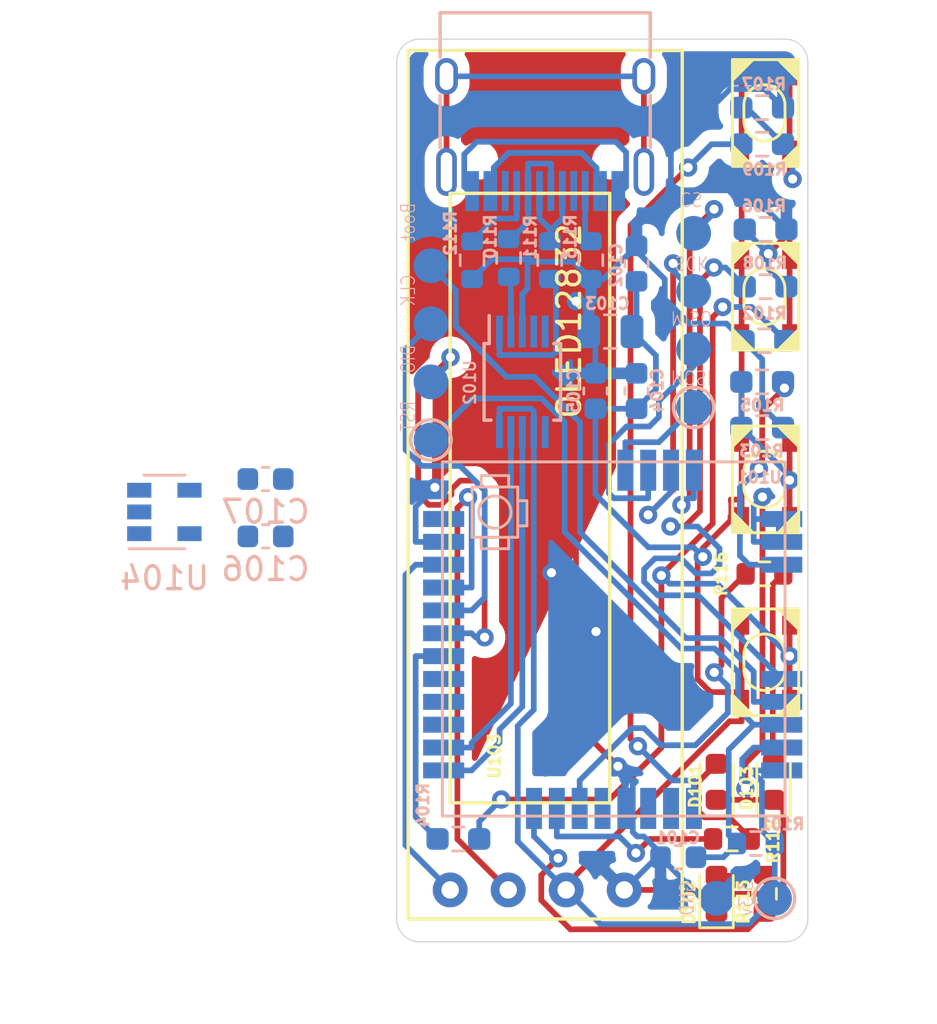
<source format=kicad_pcb>
(kicad_pcb (version 20171130) (host pcbnew "(5.1.12)-1")

  (general
    (thickness 1.6)
    (drawings 20)
    (tracks 415)
    (zones 0)
    (modules 38)
    (nets 38)
  )

  (page A4)
  (layers
    (0 F.Cu signal)
    (31 B.Cu signal)
    (32 B.Adhes user)
    (33 F.Adhes user)
    (34 B.Paste user)
    (35 F.Paste user)
    (36 B.SilkS user)
    (37 F.SilkS user)
    (38 B.Mask user)
    (39 F.Mask user)
    (40 Dwgs.User user)
    (41 Cmts.User user)
    (42 Eco1.User user)
    (43 Eco2.User user)
    (44 Edge.Cuts user)
    (45 Margin user)
    (46 B.CrtYd user)
    (47 F.CrtYd user)
    (48 B.Fab user)
    (49 F.Fab user)
  )

  (setup
    (last_trace_width 0.25)
    (trace_clearance 0.2)
    (zone_clearance 0.508)
    (zone_45_only no)
    (trace_min 0.2)
    (via_size 0.8)
    (via_drill 0.4)
    (via_min_size 0.4)
    (via_min_drill 0.3)
    (uvia_size 0.3)
    (uvia_drill 0.1)
    (uvias_allowed no)
    (uvia_min_size 0.2)
    (uvia_min_drill 0.1)
    (edge_width 0.05)
    (segment_width 0.2)
    (pcb_text_width 0.3)
    (pcb_text_size 1.5 1.5)
    (mod_edge_width 0.12)
    (mod_text_size 1 1)
    (mod_text_width 0.15)
    (pad_size 1.524 1.524)
    (pad_drill 0.762)
    (pad_to_mask_clearance 0)
    (aux_axis_origin 0 0)
    (visible_elements 7FFFFFFF)
    (pcbplotparams
      (layerselection 0x010fc_ffffffff)
      (usegerberextensions false)
      (usegerberattributes true)
      (usegerberadvancedattributes true)
      (creategerberjobfile true)
      (excludeedgelayer true)
      (linewidth 0.100000)
      (plotframeref false)
      (viasonmask false)
      (mode 1)
      (useauxorigin false)
      (hpglpennumber 1)
      (hpglpenspeed 20)
      (hpglpendiameter 15.000000)
      (psnegative false)
      (psa4output false)
      (plotreference true)
      (plotvalue true)
      (plotinvisibletext false)
      (padsonsilk false)
      (subtractmaskfromsilk false)
      (outputformat 1)
      (mirror false)
      (drillshape 0)
      (scaleselection 1)
      (outputdirectory "gerber/"))
  )

  (net 0 "")
  (net 1 GND)
  (net 2 +3V3)
  (net 3 /RESET)
  (net 4 /MOSI)
  (net 5 /MISO)
  (net 6 /SCK)
  (net 7 /CS)
  (net 8 /BOOT0)
  (net 9 /SWCLK)
  (net 10 /SWDIO)
  (net 11 "Net-(J104-PadS1)")
  (net 12 "Net-(J104-PadA7)")
  (net 13 "Net-(J104-PadA6)")
  (net 14 "Net-(J104-PadB5)")
  (net 15 "Net-(J104-PadA5)")
  (net 16 "Net-(J104-PadA1)")
  (net 17 "Net-(R102-Pad1)")
  (net 18 "Net-(R103-Pad1)")
  (net 19 /BUT1)
  (net 20 /BUT2)
  (net 21 "Net-(R106-Pad1)")
  (net 22 "Net-(R107-Pad1)")
  (net 23 /BUT3)
  (net 24 /BUT4)
  (net 25 /USB-)
  (net 26 /USB+)
  (net 27 /SDA)
  (net 28 /SCL)
  (net 29 /UART2TX)
  (net 30 /UART2RX)
  (net 31 "Net-(D101-Pad2)")
  (net 32 "Net-(D102-Pad2)")
  (net 33 "Net-(D103-Pad2)")
  (net 34 "Net-(R114-Pad1)")
  (net 35 "Net-(R115-Pad1)")
  (net 36 "Net-(R116-Pad1)")
  (net 37 /VUSB)

  (net_class Default "This is the default net class."
    (clearance 0.2)
    (trace_width 0.25)
    (via_dia 0.8)
    (via_drill 0.4)
    (uvia_dia 0.3)
    (uvia_drill 0.1)
    (add_net +3V3)
    (add_net /BOOT0)
    (add_net /BUT1)
    (add_net /BUT2)
    (add_net /BUT3)
    (add_net /BUT4)
    (add_net /CS)
    (add_net /MISO)
    (add_net /MOSI)
    (add_net /RESET)
    (add_net /SCK)
    (add_net /SCL)
    (add_net /SDA)
    (add_net /SWCLK)
    (add_net /SWDIO)
    (add_net /UART2RX)
    (add_net /UART2TX)
    (add_net /USB+)
    (add_net /USB-)
    (add_net /VUSB)
    (add_net GND)
    (add_net "Net-(D101-Pad2)")
    (add_net "Net-(D102-Pad2)")
    (add_net "Net-(D103-Pad2)")
    (add_net "Net-(J104-PadA1)")
    (add_net "Net-(J104-PadA5)")
    (add_net "Net-(J104-PadA6)")
    (add_net "Net-(J104-PadA7)")
    (add_net "Net-(J104-PadB5)")
    (add_net "Net-(J104-PadS1)")
    (add_net "Net-(R102-Pad1)")
    (add_net "Net-(R103-Pad1)")
    (add_net "Net-(R106-Pad1)")
    (add_net "Net-(R107-Pad1)")
    (add_net "Net-(R114-Pad1)")
    (add_net "Net-(R115-Pad1)")
    (add_net "Net-(R116-Pad1)")
  )

  (module Capacitor_SMD:C_0603_1608Metric (layer B.Cu) (tedit 5F68FEEE) (tstamp 62CAFC52)
    (at 81.825 77.8)
    (descr "Capacitor SMD 0603 (1608 Metric), square (rectangular) end terminal, IPC_7351 nominal, (Body size source: IPC-SM-782 page 76, https://www.pcb-3d.com/wordpress/wp-content/uploads/ipc-sm-782a_amendment_1_and_2.pdf), generated with kicad-footprint-generator")
    (tags capacitor)
    (path /62CB7D71)
    (attr smd)
    (fp_text reference C101 (at -0.025 -0.85) (layer B.SilkS)
      (effects (font (size 0.5 0.5) (thickness 0.125)) (justify mirror))
    )
    (fp_text value 100nF (at 3.754999 -2.584999) (layer B.Fab)
      (effects (font (size 1 1) (thickness 0.15)) (justify mirror))
    )
    (fp_line (start 1.48 -0.73) (end -1.48 -0.73) (layer B.CrtYd) (width 0.05))
    (fp_line (start 1.48 0.73) (end 1.48 -0.73) (layer B.CrtYd) (width 0.05))
    (fp_line (start -1.48 0.73) (end 1.48 0.73) (layer B.CrtYd) (width 0.05))
    (fp_line (start -1.48 -0.73) (end -1.48 0.73) (layer B.CrtYd) (width 0.05))
    (fp_line (start -0.14058 -0.51) (end 0.14058 -0.51) (layer B.SilkS) (width 0.12))
    (fp_line (start -0.14058 0.51) (end 0.14058 0.51) (layer B.SilkS) (width 0.12))
    (fp_line (start 0.8 -0.4) (end -0.8 -0.4) (layer B.Fab) (width 0.1))
    (fp_line (start 0.8 0.4) (end 0.8 -0.4) (layer B.Fab) (width 0.1))
    (fp_line (start -0.8 0.4) (end 0.8 0.4) (layer B.Fab) (width 0.1))
    (fp_line (start -0.8 -0.4) (end -0.8 0.4) (layer B.Fab) (width 0.1))
    (fp_text user %R (at 0 0) (layer B.Fab)
      (effects (font (size 0.4 0.4) (thickness 0.06)) (justify mirror))
    )
    (pad 2 smd roundrect (at 0.775 0) (size 0.9 0.95) (layers B.Cu B.Paste B.Mask) (roundrect_rratio 0.25)
      (net 3 /RESET))
    (pad 1 smd roundrect (at -0.775 0) (size 0.9 0.95) (layers B.Cu B.Paste B.Mask) (roundrect_rratio 0.25)
      (net 1 GND))
    (model ${KISYS3DMOD}/Capacitor_SMD.3dshapes/C_0603_1608Metric.wrl
      (at (xyz 0 0 0))
      (scale (xyz 1 1 1))
      (rotate (xyz 0 0 0))
    )
  )

  (module Capacitor_SMD:C_0603_1608Metric (layer B.Cu) (tedit 5F68FEEE) (tstamp 62CAFC63)
    (at 80 51.825 270)
    (descr "Capacitor SMD 0603 (1608 Metric), square (rectangular) end terminal, IPC_7351 nominal, (Body size source: IPC-SM-782 page 76, https://www.pcb-3d.com/wordpress/wp-content/uploads/ipc-sm-782a_amendment_1_and_2.pdf), generated with kicad-footprint-generator")
    (tags capacitor)
    (path /62CB1AA2)
    (attr smd)
    (fp_text reference C102 (at 0.075 0.9 270) (layer B.SilkS)
      (effects (font (size 0.5 0.5) (thickness 0.125)) (justify mirror))
    )
    (fp_text value 100nF (at 0 -1.43 270) (layer B.Fab)
      (effects (font (size 1 1) (thickness 0.15)) (justify mirror))
    )
    (fp_line (start -0.8 -0.4) (end -0.8 0.4) (layer B.Fab) (width 0.1))
    (fp_line (start -0.8 0.4) (end 0.8 0.4) (layer B.Fab) (width 0.1))
    (fp_line (start 0.8 0.4) (end 0.8 -0.4) (layer B.Fab) (width 0.1))
    (fp_line (start 0.8 -0.4) (end -0.8 -0.4) (layer B.Fab) (width 0.1))
    (fp_line (start -0.14058 0.51) (end 0.14058 0.51) (layer B.SilkS) (width 0.12))
    (fp_line (start -0.14058 -0.51) (end 0.14058 -0.51) (layer B.SilkS) (width 0.12))
    (fp_line (start -1.48 -0.73) (end -1.48 0.73) (layer B.CrtYd) (width 0.05))
    (fp_line (start -1.48 0.73) (end 1.48 0.73) (layer B.CrtYd) (width 0.05))
    (fp_line (start 1.48 0.73) (end 1.48 -0.73) (layer B.CrtYd) (width 0.05))
    (fp_line (start 1.48 -0.73) (end -1.48 -0.73) (layer B.CrtYd) (width 0.05))
    (fp_text user %R (at 0 0 270) (layer B.Fab)
      (effects (font (size 0.4 0.4) (thickness 0.06)) (justify mirror))
    )
    (pad 1 smd roundrect (at -0.775 0 270) (size 0.9 0.95) (layers B.Cu B.Paste B.Mask) (roundrect_rratio 0.25)
      (net 1 GND))
    (pad 2 smd roundrect (at 0.775 0 270) (size 0.9 0.95) (layers B.Cu B.Paste B.Mask) (roundrect_rratio 0.25)
      (net 2 +3V3))
    (model ${KISYS3DMOD}/Capacitor_SMD.3dshapes/C_0603_1608Metric.wrl
      (at (xyz 0 0 0))
      (scale (xyz 1 1 1))
      (rotate (xyz 0 0 0))
    )
  )

  (module Capacitor_SMD:C_0805_2012Metric (layer B.Cu) (tedit 5F68FEEE) (tstamp 62CAFC74)
    (at 78.85 54.8)
    (descr "Capacitor SMD 0805 (2012 Metric), square (rectangular) end terminal, IPC_7351 nominal, (Body size source: IPC-SM-782 page 76, https://www.pcb-3d.com/wordpress/wp-content/uploads/ipc-sm-782a_amendment_1_and_2.pdf, https://docs.google.com/spreadsheets/d/1BsfQQcO9C6DZCsRaXUlFlo91Tg2WpOkGARC1WS5S8t0/edit?usp=sharing), generated with kicad-footprint-generator")
    (tags capacitor)
    (path /62CAE743)
    (attr smd)
    (fp_text reference C103 (at -0.125 -1.225) (layer B.SilkS)
      (effects (font (size 0.5 0.5) (thickness 0.125)) (justify mirror))
    )
    (fp_text value 10uF (at 0 -1.68) (layer B.Fab)
      (effects (font (size 1 1) (thickness 0.15)) (justify mirror))
    )
    (fp_line (start -1 -0.625) (end -1 0.625) (layer B.Fab) (width 0.1))
    (fp_line (start -1 0.625) (end 1 0.625) (layer B.Fab) (width 0.1))
    (fp_line (start 1 0.625) (end 1 -0.625) (layer B.Fab) (width 0.1))
    (fp_line (start 1 -0.625) (end -1 -0.625) (layer B.Fab) (width 0.1))
    (fp_line (start -0.261252 0.735) (end 0.261252 0.735) (layer B.SilkS) (width 0.12))
    (fp_line (start -0.261252 -0.735) (end 0.261252 -0.735) (layer B.SilkS) (width 0.12))
    (fp_line (start -1.7 -0.98) (end -1.7 0.98) (layer B.CrtYd) (width 0.05))
    (fp_line (start -1.7 0.98) (end 1.7 0.98) (layer B.CrtYd) (width 0.05))
    (fp_line (start 1.7 0.98) (end 1.7 -0.98) (layer B.CrtYd) (width 0.05))
    (fp_line (start 1.7 -0.98) (end -1.7 -0.98) (layer B.CrtYd) (width 0.05))
    (fp_text user %R (at 0 0) (layer B.Fab)
      (effects (font (size 0.5 0.5) (thickness 0.08)) (justify mirror))
    )
    (pad 1 smd roundrect (at -0.95 0) (size 1 1.45) (layers B.Cu B.Paste B.Mask) (roundrect_rratio 0.25)
      (net 1 GND))
    (pad 2 smd roundrect (at 0.95 0) (size 1 1.45) (layers B.Cu B.Paste B.Mask) (roundrect_rratio 0.25)
      (net 2 +3V3))
    (model ${KISYS3DMOD}/Capacitor_SMD.3dshapes/C_0805_2012Metric.wrl
      (at (xyz 0 0 0))
      (scale (xyz 1 1 1))
      (rotate (xyz 0 0 0))
    )
  )

  (module Resistor_SMD:R_0603_1608Metric (layer B.Cu) (tedit 5F68FEEE) (tstamp 62CAFC85)
    (at 85.225 77.2 180)
    (descr "Resistor SMD 0603 (1608 Metric), square (rectangular) end terminal, IPC_7351 nominal, (Body size source: IPC-SM-782 page 72, https://www.pcb-3d.com/wordpress/wp-content/uploads/ipc-sm-782a_amendment_1_and_2.pdf), generated with kicad-footprint-generator")
    (tags resistor)
    (path /62CB5832)
    (attr smd)
    (fp_text reference R101 (at -1.15 0.85) (layer B.SilkS)
      (effects (font (size 0.5 0.5) (thickness 0.125)) (justify mirror))
    )
    (fp_text value 10k (at 0 -1.43) (layer B.Fab)
      (effects (font (size 1 1) (thickness 0.15)) (justify mirror))
    )
    (fp_line (start -0.8 -0.4125) (end -0.8 0.4125) (layer B.Fab) (width 0.1))
    (fp_line (start -0.8 0.4125) (end 0.8 0.4125) (layer B.Fab) (width 0.1))
    (fp_line (start 0.8 0.4125) (end 0.8 -0.4125) (layer B.Fab) (width 0.1))
    (fp_line (start 0.8 -0.4125) (end -0.8 -0.4125) (layer B.Fab) (width 0.1))
    (fp_line (start -0.237258 0.5225) (end 0.237258 0.5225) (layer B.SilkS) (width 0.12))
    (fp_line (start -0.237258 -0.5225) (end 0.237258 -0.5225) (layer B.SilkS) (width 0.12))
    (fp_line (start -1.48 -0.73) (end -1.48 0.73) (layer B.CrtYd) (width 0.05))
    (fp_line (start -1.48 0.73) (end 1.48 0.73) (layer B.CrtYd) (width 0.05))
    (fp_line (start 1.48 0.73) (end 1.48 -0.73) (layer B.CrtYd) (width 0.05))
    (fp_line (start 1.48 -0.73) (end -1.48 -0.73) (layer B.CrtYd) (width 0.05))
    (fp_text user %R (at 0 0) (layer B.Fab)
      (effects (font (size 0.4 0.4) (thickness 0.06)) (justify mirror))
    )
    (pad 1 smd roundrect (at -0.825 0 180) (size 0.8 0.95) (layers B.Cu B.Paste B.Mask) (roundrect_rratio 0.25)
      (net 2 +3V3))
    (pad 2 smd roundrect (at 0.825 0 180) (size 0.8 0.95) (layers B.Cu B.Paste B.Mask) (roundrect_rratio 0.25)
      (net 3 /RESET))
    (model ${KISYS3DMOD}/Resistor_SMD.3dshapes/R_0603_1608Metric.wrl
      (at (xyz 0 0 0))
      (scale (xyz 1 1 1))
      (rotate (xyz 0 0 0))
    )
  )

  (module 27sharp:RAK3172 (layer B.Cu) (tedit 62CA968F) (tstamp 62CAFCC1)
    (at 86.5 60.5 270)
    (descr "RAK4260 LoRaWAN module from RAKwireless.")
    (path /62CA9669)
    (fp_text reference U101 (at 0.675 1.125 180) (layer B.SilkS)
      (effects (font (size 0.5 0.5) (thickness 0.125)) (justify mirror))
    )
    (fp_text value RAK3172 (at 7.4 9.6 90) (layer B.Fab)
      (effects (font (size 0.787402 0.787402) (thickness 0.15)) (justify mirror))
    )
    (fp_circle (center 2.2 12.7) (end 2.907106 12.7) (layer B.SilkS) (width 0.127))
    (fp_line (start 0 0) (end 15.5 0) (layer B.SilkS) (width 0.127))
    (fp_line (start 15.5 0) (end 15.5 15) (layer B.SilkS) (width 0.127))
    (fp_line (start 15.5 15) (end 0 15) (layer B.SilkS) (width 0.127))
    (fp_line (start 0 15) (end 0 0) (layer B.SilkS) (width 0.127))
    (fp_line (start 3.8 13.3) (end 3.8 12.1) (layer B.SilkS) (width 0.127))
    (fp_line (start 1.1 12.1) (end 0.6 12.1) (layer B.SilkS) (width 0.127))
    (fp_line (start 0.6 12.1) (end 0.6 13.3) (layer B.SilkS) (width 0.127))
    (fp_line (start 1.7 11.3) (end 2.8 11.3) (layer B.SilkS) (width 0.127))
    (fp_line (start 1.1 12.1) (end 1.1 13.3) (layer B.SilkS) (width 0.127))
    (fp_line (start 1.1 13.3) (end 1.1 13.7) (layer B.SilkS) (width 0.127))
    (fp_line (start 1.1 13.7) (end 3.3 13.7) (layer B.SilkS) (width 0.127))
    (fp_line (start 3.3 13.7) (end 3.3 13.3) (layer B.SilkS) (width 0.127))
    (fp_line (start 3.3 13.3) (end 3.3 12.1) (layer B.SilkS) (width 0.127))
    (fp_line (start 3.3 12.1) (end 3.3 11.7) (layer B.SilkS) (width 0.127))
    (fp_line (start 3.3 11.7) (end 2.8 11.7) (layer B.SilkS) (width 0.127))
    (fp_line (start 2.8 11.7) (end 1.7 11.7) (layer B.SilkS) (width 0.127))
    (fp_line (start 1.7 11.7) (end 1.1 11.7) (layer B.SilkS) (width 0.127))
    (fp_line (start 1.1 11.7) (end 1.1 12.1) (layer B.SilkS) (width 0.127))
    (fp_line (start 3.8 12.1) (end 3.3 12.1) (layer B.SilkS) (width 0.127))
    (fp_line (start 2.8 11.3) (end 2.8 11.7) (layer B.SilkS) (width 0.127))
    (fp_line (start 1.7 11.3) (end 1.7 11.7) (layer B.SilkS) (width 0.127))
    (fp_line (start 0.6 13.3) (end 1.1 13.3) (layer B.SilkS) (width 0.127))
    (fp_line (start 3.8 13.3) (end 3.3 13.3) (layer B.SilkS) (width 0.127))
    (pad 32 smd rect (at 15.165 10.99 90) (size 1.8 0.7) (layers B.Cu B.Paste B.Mask)
      (net 35 "Net-(R115-Pad1)"))
    (pad 31 smd rect (at 15.165 9.99 90) (size 1.8 0.7) (layers B.Cu B.Paste B.Mask)
      (net 34 "Net-(R114-Pad1)"))
    (pad 30 smd rect (at 15.165 8.99 90) (size 1.8 0.7) (layers B.Cu B.Paste B.Mask)
      (net 36 "Net-(R116-Pad1)"))
    (pad 29 smd rect (at 15.165 7.99 90) (size 1.8 0.7) (layers B.Cu B.Paste B.Mask))
    (pad 28 smd rect (at 15.165 6.99 90) (size 1.8 0.7) (layers B.Cu B.Paste B.Mask)
      (net 1 GND))
    (pad 27 smd rect (at 15.165 5.99 90) (size 1.8 0.7) (layers B.Cu B.Paste B.Mask))
    (pad 26 smd rect (at 15.165 4.99 90) (size 1.8 0.7) (layers B.Cu B.Paste B.Mask))
    (pad 25 smd rect (at 15.165 3.99 90) (size 1.8 0.7) (layers B.Cu B.Paste B.Mask)
      (net 24 /BUT4))
    (pad 24 smd rect (at 13.5 0.145 180) (size 1.8 0.7) (layers B.Cu B.Paste B.Mask)
      (net 2 +3V3))
    (pad 23 smd rect (at 12.5 0.145 180) (size 1.8 0.7) (layers B.Cu B.Paste B.Mask)
      (net 1 GND))
    (pad 22 smd rect (at 11.5 0.145 180) (size 1.8 0.7) (layers B.Cu B.Paste B.Mask)
      (net 3 /RESET))
    (pad 21 smd rect (at 10.5 0.145 180) (size 1.8 0.7) (layers B.Cu B.Paste B.Mask)
      (net 8 /BOOT0))
    (pad 20 smd rect (at 9.5 0.145 180) (size 1.8 0.7) (layers B.Cu B.Paste B.Mask)
      (net 23 /BUT3))
    (pad 19 smd rect (at 4.5 0.145 180) (size 1.8 0.7) (layers B.Cu B.Paste B.Mask)
      (net 20 /BUT2))
    (pad 18 smd rect (at 3.5 0.145 180) (size 1.8 0.7) (layers B.Cu B.Paste B.Mask)
      (net 1 GND))
    (pad 17 smd rect (at 2.5 0.145 180) (size 1.8 0.7) (layers B.Cu B.Paste B.Mask)
      (net 1 GND))
    (pad 16 smd rect (at 0.365 3.99 90) (size 1.8 0.7) (layers B.Cu B.Paste B.Mask)
      (net 7 /CS))
    (pad 15 smd rect (at 0.365 4.99 90) (size 1.8 0.7) (layers B.Cu B.Paste B.Mask)
      (net 6 /SCK))
    (pad 14 smd rect (at 0.365 5.99 90) (size 1.8 0.7) (layers B.Cu B.Paste B.Mask)
      (net 5 /MISO))
    (pad 13 smd rect (at 0.365 6.99 90) (size 1.8 0.7) (layers B.Cu B.Paste B.Mask)
      (net 4 /MOSI))
    (pad 12 smd rect (at 2.5 14.945 180) (size 1.8 0.7) (layers B.Cu B.Paste B.Mask))
    (pad 11 smd rect (at 3.5 14.945 180) (size 1.8 0.7) (layers B.Cu B.Paste B.Mask)
      (net 1 GND))
    (pad 10 smd rect (at 4.5 14.945 180) (size 1.8 0.7) (layers B.Cu B.Paste B.Mask)
      (net 27 /SDA))
    (pad 9 smd rect (at 5.5 14.945 180) (size 1.8 0.7) (layers B.Cu B.Paste B.Mask)
      (net 28 /SCL))
    (pad 8 smd rect (at 6.5 14.945 180) (size 1.8 0.7) (layers B.Cu B.Paste B.Mask)
      (net 9 /SWCLK))
    (pad 7 smd rect (at 7.5 14.945 180) (size 1.8 0.7) (layers B.Cu B.Paste B.Mask)
      (net 10 /SWDIO))
    (pad 6 smd rect (at 8.5 14.945 180) (size 1.8 0.7) (layers B.Cu B.Paste B.Mask)
      (net 19 /BUT1))
    (pad 5 smd rect (at 9.5 14.945 180) (size 1.8 0.7) (layers B.Cu B.Paste B.Mask))
    (pad 4 smd rect (at 10.5 14.945 180) (size 1.8 0.7) (layers B.Cu B.Paste B.Mask))
    (pad 3 smd rect (at 11.5 14.945 180) (size 1.8 0.7) (layers B.Cu B.Paste B.Mask))
    (pad 2 smd rect (at 12.5 14.945 180) (size 1.8 0.7) (layers B.Cu B.Paste B.Mask)
      (net 29 /UART2TX))
    (pad 1 smd rect (at 13.5 14.945 180) (size 1.8 0.7) (layers B.Cu B.Paste B.Mask)
      (net 30 /UART2RX))
    (model C:/Users/ccadic/CloudStation/RPIPIZERO2W-MEMORYLCD/MemoryBrakoutKeyboard/rak3172/RAK3172.step
      (offset (xyz 15.5 0 1))
      (scale (xyz 1 1 1))
      (rotate (xyz 0 0 -90))
    )
  )

  (module Capacitor_SMD:C_0603_1608Metric (layer B.Cu) (tedit 5F68FEEE) (tstamp 62CB123C)
    (at 80 57.4 270)
    (descr "Capacitor SMD 0603 (1608 Metric), square (rectangular) end terminal, IPC_7351 nominal, (Body size source: IPC-SM-782 page 76, https://www.pcb-3d.com/wordpress/wp-content/uploads/ipc-sm-782a_amendment_1_and_2.pdf), generated with kicad-footprint-generator")
    (tags capacitor)
    (path /62CC6869)
    (attr smd)
    (fp_text reference C104 (at -0.025 -0.9 270) (layer B.SilkS)
      (effects (font (size 0.5 0.5) (thickness 0.125)) (justify mirror))
    )
    (fp_text value 4.7uF (at 0 -1.43 270) (layer B.Fab)
      (effects (font (size 1 1) (thickness 0.15)) (justify mirror))
    )
    (fp_line (start 1.48 -0.73) (end -1.48 -0.73) (layer B.CrtYd) (width 0.05))
    (fp_line (start 1.48 0.73) (end 1.48 -0.73) (layer B.CrtYd) (width 0.05))
    (fp_line (start -1.48 0.73) (end 1.48 0.73) (layer B.CrtYd) (width 0.05))
    (fp_line (start -1.48 -0.73) (end -1.48 0.73) (layer B.CrtYd) (width 0.05))
    (fp_line (start -0.14058 -0.51) (end 0.14058 -0.51) (layer B.SilkS) (width 0.12))
    (fp_line (start -0.14058 0.51) (end 0.14058 0.51) (layer B.SilkS) (width 0.12))
    (fp_line (start 0.8 -0.4) (end -0.8 -0.4) (layer B.Fab) (width 0.1))
    (fp_line (start 0.8 0.4) (end 0.8 -0.4) (layer B.Fab) (width 0.1))
    (fp_line (start -0.8 0.4) (end 0.8 0.4) (layer B.Fab) (width 0.1))
    (fp_line (start -0.8 -0.4) (end -0.8 0.4) (layer B.Fab) (width 0.1))
    (fp_text user %R (at 0 0 270) (layer B.Fab)
      (effects (font (size 0.4 0.4) (thickness 0.06)) (justify mirror))
    )
    (pad 1 smd roundrect (at -0.775 0 270) (size 0.9 0.95) (layers B.Cu B.Paste B.Mask) (roundrect_rratio 0.25)
      (net 1 GND))
    (pad 2 smd roundrect (at 0.775 0 270) (size 0.9 0.95) (layers B.Cu B.Paste B.Mask) (roundrect_rratio 0.25)
      (net 2 +3V3))
    (model ${KISYS3DMOD}/Capacitor_SMD.3dshapes/C_0603_1608Metric.wrl
      (at (xyz 0 0 0))
      (scale (xyz 1 1 1))
      (rotate (xyz 0 0 0))
    )
  )

  (module Capacitor_SMD:C_0603_1608Metric (layer B.Cu) (tedit 5F68FEEE) (tstamp 62CB124D)
    (at 78.2 57.4 270)
    (descr "Capacitor SMD 0603 (1608 Metric), square (rectangular) end terminal, IPC_7351 nominal, (Body size source: IPC-SM-782 page 76, https://www.pcb-3d.com/wordpress/wp-content/uploads/ipc-sm-782a_amendment_1_and_2.pdf), generated with kicad-footprint-generator")
    (tags capacitor)
    (path /62CC1E25)
    (attr smd)
    (fp_text reference C105 (at 0 0.95 90) (layer B.SilkS)
      (effects (font (size 0.5 0.5) (thickness 0.125)) (justify mirror))
    )
    (fp_text value 100nF (at 0 -1.43 90) (layer B.Fab)
      (effects (font (size 1 1) (thickness 0.15)) (justify mirror))
    )
    (fp_line (start -0.8 -0.4) (end -0.8 0.4) (layer B.Fab) (width 0.1))
    (fp_line (start -0.8 0.4) (end 0.8 0.4) (layer B.Fab) (width 0.1))
    (fp_line (start 0.8 0.4) (end 0.8 -0.4) (layer B.Fab) (width 0.1))
    (fp_line (start 0.8 -0.4) (end -0.8 -0.4) (layer B.Fab) (width 0.1))
    (fp_line (start -0.14058 0.51) (end 0.14058 0.51) (layer B.SilkS) (width 0.12))
    (fp_line (start -0.14058 -0.51) (end 0.14058 -0.51) (layer B.SilkS) (width 0.12))
    (fp_line (start -1.48 -0.73) (end -1.48 0.73) (layer B.CrtYd) (width 0.05))
    (fp_line (start -1.48 0.73) (end 1.48 0.73) (layer B.CrtYd) (width 0.05))
    (fp_line (start 1.48 0.73) (end 1.48 -0.73) (layer B.CrtYd) (width 0.05))
    (fp_line (start 1.48 -0.73) (end -1.48 -0.73) (layer B.CrtYd) (width 0.05))
    (fp_text user %R (at 0 0 90) (layer B.Fab)
      (effects (font (size 0.4 0.4) (thickness 0.06)) (justify mirror))
    )
    (pad 2 smd roundrect (at 0.775 0 270) (size 0.9 0.95) (layers B.Cu B.Paste B.Mask) (roundrect_rratio 0.25)
      (net 2 +3V3))
    (pad 1 smd roundrect (at -0.775 0 270) (size 0.9 0.95) (layers B.Cu B.Paste B.Mask) (roundrect_rratio 0.25)
      (net 1 GND))
    (model ${KISYS3DMOD}/Capacitor_SMD.3dshapes/C_0603_1608Metric.wrl
      (at (xyz 0 0 0))
      (scale (xyz 1 1 1))
      (rotate (xyz 0 0 0))
    )
  )

  (module 18650:4padsfree (layer B.Cu) (tedit 5EF08077) (tstamp 62CB1256)
    (at 82.5 46.69)
    (path /62CCF324)
    (fp_text reference J101 (at -2.175 -1.115 unlocked) (layer B.SilkS) hide
      (effects (font (size 1 1) (thickness 0.15)) (justify mirror))
    )
    (fp_text value SPI_B (at 0.508 2.032 unlocked) (layer B.Fab)
      (effects (font (size 1 1) (thickness 0.15)) (justify mirror))
    )
    (fp_circle (center 0 11.43) (end 0.762 11.8745) (layer B.SilkS) (width 0.15))
    (pad 1 smd circle (at 0 11.43) (size 1.524 1.524) (layers B.Cu B.Paste B.Mask)
      (net 4 /MOSI))
    (pad 2 smd circle (at 0 8.89) (size 1.524 1.524) (layers B.Cu B.Paste B.Mask)
      (net 5 /MISO))
    (pad 3 smd circle (at 0 6.35) (size 1.524 1.524) (layers B.Cu B.Paste B.Mask)
      (net 6 /SCK))
    (pad 4 smd circle (at 0 3.81) (size 1.524 1.524) (layers B.Cu B.Paste B.Mask)
      (net 7 /CS))
  )

  (module 18650:4padsfree (layer B.Cu) (tedit 5EF08077) (tstamp 62CB125F)
    (at 71 48.11)
    (path /62CD840A)
    (fp_text reference J102 (at 4.8 -3.485 unlocked) (layer B.SilkS) hide
      (effects (font (size 1 1) (thickness 0.15)) (justify mirror))
    )
    (fp_text value Prog (at 0.508 2.032 unlocked) (layer B.Fab)
      (effects (font (size 1 1) (thickness 0.15)) (justify mirror))
    )
    (fp_circle (center 0 11.43) (end 0.762 11.8745) (layer B.SilkS) (width 0.15))
    (pad 4 smd circle (at 0 3.81) (size 1.524 1.524) (layers B.Cu B.Paste B.Mask)
      (net 8 /BOOT0))
    (pad 3 smd circle (at 0 6.35) (size 1.524 1.524) (layers B.Cu B.Paste B.Mask)
      (net 9 /SWCLK))
    (pad 2 smd circle (at 0 8.89) (size 1.524 1.524) (layers B.Cu B.Paste B.Mask)
      (net 10 /SWDIO))
    (pad 1 smd circle (at 0 11.43) (size 1.524 1.524) (layers B.Cu B.Paste B.Mask)
      (net 3 /RESET))
  )

  (module 18650:2pads (layer B.Cu) (tedit 5EE9364D) (tstamp 62CB1266)
    (at 74.61 79.6 90)
    (path /62CE9C00)
    (fp_text reference J103 (at -1.225 1.19 180 unlocked) (layer B.SilkS) hide
      (effects (font (size 1 1) (thickness 0.15)) (justify mirror))
    )
    (fp_text value Volt (at 0.3048 6.2992 90 unlocked) (layer B.Fab)
      (effects (font (size 1 1) (thickness 0.15)) (justify mirror))
    )
    (fp_circle (center 0 11.43) (end 0.762 11.8745) (layer B.SilkS) (width 0.15))
    (pad 1 smd circle (at 0 11.43 90) (size 1.524 1.524) (layers B.Cu B.Paste B.Mask)
      (net 2 +3V3))
    (pad 2 smd circle (at 0 8.89 90) (size 1.524 1.524) (layers B.Cu B.Paste B.Mask)
      (net 1 GND))
  )

  (module 27sharp:GT-USB-7010 (layer B.Cu) (tedit 600466F5) (tstamp 62CB128E)
    (at 76 45.5)
    (descr "USB TYPE C, RA RCPT PCB, SMT, https://github.com/arturo182/GT-USB-7010/raw/master/GT-USB-7010.pdf")
    (tags "USB C Type-C Receptacle SMD")
    (path /62CDAB53)
    (fp_text reference J104 (at -0.254 0.889) (layer B.SilkS) hide
      (effects (font (size 1 1) (thickness 0.15)) (justify mirror))
    )
    (fp_text value USB_C_Receptacle (at -9 16.5 270) (layer B.Fab) hide
      (effects (font (size 1 1) (thickness 0.15)) (justify mirror))
    )
    (fp_line (start -5 -5.15) (end 5 -5.15) (layer B.CrtYd) (width 0.12))
    (fp_line (start -5 4.6) (end -5 -5.15) (layer B.CrtYd) (width 0.12))
    (fp_line (start 5 4.6) (end 5 -5.15) (layer B.CrtYd) (width 0.12))
    (fp_line (start -5 4.6) (end 5 4.6) (layer B.CrtYd) (width 0.12))
    (fp_line (start 4.6 -1.05) (end 4.6 1.25) (layer B.SilkS) (width 0.15))
    (fp_line (start 4.6 -4.65) (end 4.6 -2.7) (layer B.SilkS) (width 0.15))
    (fp_line (start -4.6 -1.05) (end -4.6 1.25) (layer B.SilkS) (width 0.15))
    (fp_line (start -4.6 -4.65) (end -4.6 -2.7) (layer B.SilkS) (width 0.15))
    (fp_line (start 4.6 -4.65) (end -4.6 -4.65) (layer B.SilkS) (width 0.15))
    (fp_line (start -4.47 3.425) (end -4.47 -4.525) (layer B.Fab) (width 0.12))
    (fp_line (start 4.47 -4.525) (end -4.47 -4.525) (layer B.Fab) (width 0.12))
    (fp_line (start 4.47 3.425) (end 4.47 -4.525) (layer B.Fab) (width 0.12))
    (fp_line (start -4.47 3.425) (end 4.47 3.425) (layer B.Fab) (width 0.12))
    (fp_text user REF* (at 0 0) (layer B.Fab)
      (effects (font (size 1 1) (thickness 0.1)) (justify mirror))
    )
    (pad S1 thru_hole oval (at -4.32 -1.87) (size 1 1.6) (drill oval 0.6 1.2) (layers *.Cu *.Mask)
      (net 11 "Net-(J104-PadS1)"))
    (pad S1 thru_hole oval (at 4.32 -1.87) (size 1 1.6) (drill oval 0.6 1.2) (layers *.Cu *.Mask)
      (net 11 "Net-(J104-PadS1)"))
    (pad S1 thru_hole oval (at -4.32 2.31) (size 0.9 2.1) (drill oval 0.5 1.7) (layers *.Cu *.Mask)
      (net 11 "Net-(J104-PadS1)"))
    (pad S1 thru_hole oval (at 4.32 2.31) (size 0.9 2.1) (drill oval 0.5 1.7) (layers *.Cu *.Mask)
      (net 11 "Net-(J104-PadS1)"))
    (pad "" np_thru_hole circle (at -2.89 1.81) (size 0.65 0.65) (drill 0.65) (layers *.Cu *.Mask))
    (pad "" np_thru_hole circle (at 2.89 1.81) (size 0.65 0.65) (drill 0.65) (layers *.Cu *.Mask))
    (pad A7 smd rect (at 0.25 3.15) (size 0.3 1.75) (layers B.Cu B.Paste B.Mask)
      (net 12 "Net-(J104-PadA7)"))
    (pad B6 smd rect (at 0.75 3.15) (size 0.3 1.75) (layers B.Cu B.Paste B.Mask)
      (net 13 "Net-(J104-PadA6)"))
    (pad A8 smd rect (at 1.25 3.15) (size 0.3 1.75) (layers B.Cu B.Paste B.Mask))
    (pad B5 smd rect (at 1.75 3.15) (size 0.3 1.75) (layers B.Cu B.Paste B.Mask)
      (net 14 "Net-(J104-PadB5)"))
    (pad B7 smd rect (at -0.75 3.15) (size 0.3 1.75) (layers B.Cu B.Paste B.Mask)
      (net 12 "Net-(J104-PadA7)"))
    (pad B8 smd rect (at -1.75 3.15) (size 0.3 1.75) (layers B.Cu B.Paste B.Mask))
    (pad A5 smd rect (at -1.25 3.15) (size 0.3 1.75) (layers B.Cu B.Paste B.Mask)
      (net 15 "Net-(J104-PadA5)"))
    (pad A6 smd rect (at -0.25 3.15) (size 0.3 1.75) (layers B.Cu B.Paste B.Mask)
      (net 13 "Net-(J104-PadA6)"))
    (pad A1 smd rect (at -3.35 3.15) (size 0.3 1.75) (layers B.Cu B.Paste B.Mask)
      (net 16 "Net-(J104-PadA1)"))
    (pad B12 smd rect (at -3.05 3.15) (size 0.3 1.75) (layers B.Cu B.Paste B.Mask)
      (net 16 "Net-(J104-PadA1)"))
    (pad A4 smd rect (at -2.55 3.15) (size 0.3 1.75) (layers B.Cu B.Paste B.Mask)
      (net 37 /VUSB))
    (pad B9 smd rect (at -2.25 3.15) (size 0.3 1.75) (layers B.Cu B.Paste B.Mask)
      (net 37 /VUSB))
    (pad A9 smd rect (at 2.55 3.15) (size 0.3 1.75) (layers B.Cu B.Paste B.Mask)
      (net 37 /VUSB))
    (pad B4 smd rect (at 2.25 3.15) (size 0.3 1.75) (layers B.Cu B.Paste B.Mask)
      (net 37 /VUSB))
    (pad B1 smd rect (at 3.05 3.15) (size 0.3 1.75) (layers B.Cu B.Paste B.Mask)
      (net 16 "Net-(J104-PadA1)"))
    (pad A12 smd rect (at 3.35 3.15) (size 0.3 1.75) (layers B.Cu B.Paste B.Mask)
      (net 16 "Net-(J104-PadA1)"))
    (model "${KIPRJMOD}/USB Type C Port (SMD Type).STEP"
      (offset (xyz 0 2.75 1.5))
      (scale (xyz 1 1 1))
      (rotate (xyz -180 0 0))
    )
  )

  (module Resistor_SMD:R_0603_1608Metric_Pad0.98x0.95mm_HandSolder (layer B.Cu) (tedit 5F68FEEE) (tstamp 62CB129F)
    (at 85.6 55.2 180)
    (descr "Resistor SMD 0603 (1608 Metric), square (rectangular) end terminal, IPC_7351 nominal with elongated pad for handsoldering. (Body size source: IPC-SM-782 page 72, https://www.pcb-3d.com/wordpress/wp-content/uploads/ipc-sm-782a_amendment_1_and_2.pdf), generated with kicad-footprint-generator")
    (tags "resistor handsolder")
    (path /62D42FEF)
    (attr smd)
    (fp_text reference R102 (at 0 1.2) (layer B.SilkS)
      (effects (font (size 0.5 0.5) (thickness 0.125)) (justify mirror))
    )
    (fp_text value 10k (at 0 -1.43) (layer B.Fab)
      (effects (font (size 1 1) (thickness 0.15)) (justify mirror))
    )
    (fp_line (start -0.8 -0.4125) (end -0.8 0.4125) (layer B.Fab) (width 0.1))
    (fp_line (start -0.8 0.4125) (end 0.8 0.4125) (layer B.Fab) (width 0.1))
    (fp_line (start 0.8 0.4125) (end 0.8 -0.4125) (layer B.Fab) (width 0.1))
    (fp_line (start 0.8 -0.4125) (end -0.8 -0.4125) (layer B.Fab) (width 0.1))
    (fp_line (start -0.254724 0.5225) (end 0.254724 0.5225) (layer B.SilkS) (width 0.12))
    (fp_line (start -0.254724 -0.5225) (end 0.254724 -0.5225) (layer B.SilkS) (width 0.12))
    (fp_line (start -1.65 -0.73) (end -1.65 0.73) (layer B.CrtYd) (width 0.05))
    (fp_line (start -1.65 0.73) (end 1.65 0.73) (layer B.CrtYd) (width 0.05))
    (fp_line (start 1.65 0.73) (end 1.65 -0.73) (layer B.CrtYd) (width 0.05))
    (fp_line (start 1.65 -0.73) (end -1.65 -0.73) (layer B.CrtYd) (width 0.05))
    (fp_text user %R (at 0 0) (layer B.Fab)
      (effects (font (size 0.4 0.4) (thickness 0.06)) (justify mirror))
    )
    (pad 2 smd roundrect (at 0.9125 0 180) (size 0.975 0.95) (layers B.Cu B.Paste B.Mask) (roundrect_rratio 0.25)
      (net 1 GND))
    (pad 1 smd roundrect (at -0.9125 0 180) (size 0.975 0.95) (layers B.Cu B.Paste B.Mask) (roundrect_rratio 0.25)
      (net 17 "Net-(R102-Pad1)"))
    (model ${KISYS3DMOD}/Resistor_SMD.3dshapes/R_0603_1608Metric.wrl
      (at (xyz 0 0 0))
      (scale (xyz 1 1 1))
      (rotate (xyz 0 0 0))
    )
  )

  (module Resistor_SMD:R_0603_1608Metric_Pad0.98x0.95mm_HandSolder (layer B.Cu) (tedit 5F68FEEE) (tstamp 62CB12B0)
    (at 85.5 59)
    (descr "Resistor SMD 0603 (1608 Metric), square (rectangular) end terminal, IPC_7351 nominal with elongated pad for handsoldering. (Body size source: IPC-SM-782 page 72, https://www.pcb-3d.com/wordpress/wp-content/uploads/ipc-sm-782a_amendment_1_and_2.pdf), generated with kicad-footprint-generator")
    (tags "resistor handsolder")
    (path /62D4C98E)
    (attr smd)
    (fp_text reference R103 (at -0.025 1.025 180) (layer B.SilkS)
      (effects (font (size 0.5 0.5) (thickness 0.125)) (justify mirror))
    )
    (fp_text value 10k (at 0 -1.43 180) (layer B.Fab)
      (effects (font (size 1 1) (thickness 0.15)) (justify mirror))
    )
    (fp_line (start -0.8 -0.4125) (end -0.8 0.4125) (layer B.Fab) (width 0.1))
    (fp_line (start -0.8 0.4125) (end 0.8 0.4125) (layer B.Fab) (width 0.1))
    (fp_line (start 0.8 0.4125) (end 0.8 -0.4125) (layer B.Fab) (width 0.1))
    (fp_line (start 0.8 -0.4125) (end -0.8 -0.4125) (layer B.Fab) (width 0.1))
    (fp_line (start -0.254724 0.5225) (end 0.254724 0.5225) (layer B.SilkS) (width 0.12))
    (fp_line (start -0.254724 -0.5225) (end 0.254724 -0.5225) (layer B.SilkS) (width 0.12))
    (fp_line (start -1.65 -0.73) (end -1.65 0.73) (layer B.CrtYd) (width 0.05))
    (fp_line (start -1.65 0.73) (end 1.65 0.73) (layer B.CrtYd) (width 0.05))
    (fp_line (start 1.65 0.73) (end 1.65 -0.73) (layer B.CrtYd) (width 0.05))
    (fp_line (start 1.65 -0.73) (end -1.65 -0.73) (layer B.CrtYd) (width 0.05))
    (fp_text user %R (at 0 0 180) (layer B.Fab)
      (effects (font (size 0.4 0.4) (thickness 0.06)) (justify mirror))
    )
    (pad 2 smd roundrect (at 0.9125 0) (size 0.975 0.95) (layers B.Cu B.Paste B.Mask) (roundrect_rratio 0.25)
      (net 1 GND))
    (pad 1 smd roundrect (at -0.9125 0) (size 0.975 0.95) (layers B.Cu B.Paste B.Mask) (roundrect_rratio 0.25)
      (net 18 "Net-(R103-Pad1)"))
    (model ${KISYS3DMOD}/Resistor_SMD.3dshapes/R_0603_1608Metric.wrl
      (at (xyz 0 0 0))
      (scale (xyz 1 1 1))
      (rotate (xyz 0 0 0))
    )
  )

  (module Resistor_SMD:R_0603_1608Metric_Pad0.98x0.95mm_HandSolder (layer B.Cu) (tedit 5F68FEEE) (tstamp 62CB12C1)
    (at 72.2 77)
    (descr "Resistor SMD 0603 (1608 Metric), square (rectangular) end terminal, IPC_7351 nominal with elongated pad for handsoldering. (Body size source: IPC-SM-782 page 72, https://www.pcb-3d.com/wordpress/wp-content/uploads/ipc-sm-782a_amendment_1_and_2.pdf), generated with kicad-footprint-generator")
    (tags "resistor handsolder")
    (path /62D4334E)
    (attr smd)
    (fp_text reference R104 (at -1.55 -1.475 90) (layer B.SilkS)
      (effects (font (size 0.5 0.5) (thickness 0.125)) (justify mirror))
    )
    (fp_text value 1k (at 0 -1.43) (layer B.Fab)
      (effects (font (size 1 1) (thickness 0.15)) (justify mirror))
    )
    (fp_line (start 1.65 -0.73) (end -1.65 -0.73) (layer B.CrtYd) (width 0.05))
    (fp_line (start 1.65 0.73) (end 1.65 -0.73) (layer B.CrtYd) (width 0.05))
    (fp_line (start -1.65 0.73) (end 1.65 0.73) (layer B.CrtYd) (width 0.05))
    (fp_line (start -1.65 -0.73) (end -1.65 0.73) (layer B.CrtYd) (width 0.05))
    (fp_line (start -0.254724 -0.5225) (end 0.254724 -0.5225) (layer B.SilkS) (width 0.12))
    (fp_line (start -0.254724 0.5225) (end 0.254724 0.5225) (layer B.SilkS) (width 0.12))
    (fp_line (start 0.8 -0.4125) (end -0.8 -0.4125) (layer B.Fab) (width 0.1))
    (fp_line (start 0.8 0.4125) (end 0.8 -0.4125) (layer B.Fab) (width 0.1))
    (fp_line (start -0.8 0.4125) (end 0.8 0.4125) (layer B.Fab) (width 0.1))
    (fp_line (start -0.8 -0.4125) (end -0.8 0.4125) (layer B.Fab) (width 0.1))
    (fp_text user %R (at 0 0) (layer B.Fab)
      (effects (font (size 0.4 0.4) (thickness 0.06)) (justify mirror))
    )
    (pad 1 smd roundrect (at -0.9125 0) (size 0.975 0.95) (layers B.Cu B.Paste B.Mask) (roundrect_rratio 0.25)
      (net 19 /BUT1))
    (pad 2 smd roundrect (at 0.9125 0) (size 0.975 0.95) (layers B.Cu B.Paste B.Mask) (roundrect_rratio 0.25)
      (net 17 "Net-(R102-Pad1)"))
    (model ${KISYS3DMOD}/Resistor_SMD.3dshapes/R_0603_1608Metric.wrl
      (at (xyz 0 0 0))
      (scale (xyz 1 1 1))
      (rotate (xyz 0 0 0))
    )
  )

  (module Resistor_SMD:R_0603_1608Metric_Pad0.98x0.95mm_HandSolder locked (layer B.Cu) (tedit 5F68FEEE) (tstamp 62CB12D2)
    (at 85.5 57 180)
    (descr "Resistor SMD 0603 (1608 Metric), square (rectangular) end terminal, IPC_7351 nominal with elongated pad for handsoldering. (Body size source: IPC-SM-782 page 72, https://www.pcb-3d.com/wordpress/wp-content/uploads/ipc-sm-782a_amendment_1_and_2.pdf), generated with kicad-footprint-generator")
    (tags "resistor handsolder")
    (path /62D4C999)
    (attr smd)
    (fp_text reference R105 (at 0 -1.025) (layer B.SilkS)
      (effects (font (size 0.5 0.5) (thickness 0.125)) (justify mirror))
    )
    (fp_text value 1k (at 0 -1.43) (layer B.Fab)
      (effects (font (size 1 1) (thickness 0.15)) (justify mirror))
    )
    (fp_line (start 1.65 -0.73) (end -1.65 -0.73) (layer B.CrtYd) (width 0.05))
    (fp_line (start 1.65 0.73) (end 1.65 -0.73) (layer B.CrtYd) (width 0.05))
    (fp_line (start -1.65 0.73) (end 1.65 0.73) (layer B.CrtYd) (width 0.05))
    (fp_line (start -1.65 -0.73) (end -1.65 0.73) (layer B.CrtYd) (width 0.05))
    (fp_line (start -0.254724 -0.5225) (end 0.254724 -0.5225) (layer B.SilkS) (width 0.12))
    (fp_line (start -0.254724 0.5225) (end 0.254724 0.5225) (layer B.SilkS) (width 0.12))
    (fp_line (start 0.8 -0.4125) (end -0.8 -0.4125) (layer B.Fab) (width 0.1))
    (fp_line (start 0.8 0.4125) (end 0.8 -0.4125) (layer B.Fab) (width 0.1))
    (fp_line (start -0.8 0.4125) (end 0.8 0.4125) (layer B.Fab) (width 0.1))
    (fp_line (start -0.8 -0.4125) (end -0.8 0.4125) (layer B.Fab) (width 0.1))
    (fp_text user %R (at 0 0) (layer B.Fab)
      (effects (font (size 0.4 0.4) (thickness 0.06)) (justify mirror))
    )
    (pad 1 smd roundrect (at -0.9125 0 180) (size 0.975 0.95) (layers B.Cu B.Paste B.Mask) (roundrect_rratio 0.25)
      (net 20 /BUT2))
    (pad 2 smd roundrect (at 0.9125 0 180) (size 0.975 0.95) (layers B.Cu B.Paste B.Mask) (roundrect_rratio 0.25)
      (net 18 "Net-(R103-Pad1)"))
    (model ${KISYS3DMOD}/Resistor_SMD.3dshapes/R_0603_1608Metric.wrl
      (at (xyz 0 0 0))
      (scale (xyz 1 1 1))
      (rotate (xyz 0 0 0))
    )
  )

  (module Resistor_SMD:R_0603_1608Metric_Pad0.98x0.95mm_HandSolder (layer B.Cu) (tedit 5F68FEEE) (tstamp 62CB12E3)
    (at 85.65 50.325)
    (descr "Resistor SMD 0603 (1608 Metric), square (rectangular) end terminal, IPC_7351 nominal with elongated pad for handsoldering. (Body size source: IPC-SM-782 page 72, https://www.pcb-3d.com/wordpress/wp-content/uploads/ipc-sm-782a_amendment_1_and_2.pdf), generated with kicad-footprint-generator")
    (tags "resistor handsolder")
    (path /62D508C0)
    (attr smd)
    (fp_text reference R106 (at -0.075 -1.025) (layer B.SilkS)
      (effects (font (size 0.5 0.5) (thickness 0.125)) (justify mirror))
    )
    (fp_text value 10k (at 0 -1.43) (layer B.Fab)
      (effects (font (size 1 1) (thickness 0.15)) (justify mirror))
    )
    (fp_line (start -0.8 -0.4125) (end -0.8 0.4125) (layer B.Fab) (width 0.1))
    (fp_line (start -0.8 0.4125) (end 0.8 0.4125) (layer B.Fab) (width 0.1))
    (fp_line (start 0.8 0.4125) (end 0.8 -0.4125) (layer B.Fab) (width 0.1))
    (fp_line (start 0.8 -0.4125) (end -0.8 -0.4125) (layer B.Fab) (width 0.1))
    (fp_line (start -0.254724 0.5225) (end 0.254724 0.5225) (layer B.SilkS) (width 0.12))
    (fp_line (start -0.254724 -0.5225) (end 0.254724 -0.5225) (layer B.SilkS) (width 0.12))
    (fp_line (start -1.65 -0.73) (end -1.65 0.73) (layer B.CrtYd) (width 0.05))
    (fp_line (start -1.65 0.73) (end 1.65 0.73) (layer B.CrtYd) (width 0.05))
    (fp_line (start 1.65 0.73) (end 1.65 -0.73) (layer B.CrtYd) (width 0.05))
    (fp_line (start 1.65 -0.73) (end -1.65 -0.73) (layer B.CrtYd) (width 0.05))
    (fp_text user %R (at 0 0) (layer B.Fab)
      (effects (font (size 0.4 0.4) (thickness 0.06)) (justify mirror))
    )
    (pad 2 smd roundrect (at 0.9125 0) (size 0.975 0.95) (layers B.Cu B.Paste B.Mask) (roundrect_rratio 0.25)
      (net 1 GND))
    (pad 1 smd roundrect (at -0.9125 0) (size 0.975 0.95) (layers B.Cu B.Paste B.Mask) (roundrect_rratio 0.25)
      (net 21 "Net-(R106-Pad1)"))
    (model ${KISYS3DMOD}/Resistor_SMD.3dshapes/R_0603_1608Metric.wrl
      (at (xyz 0 0 0))
      (scale (xyz 1 1 1))
      (rotate (xyz 0 0 0))
    )
  )

  (module Resistor_SMD:R_0603_1608Metric_Pad0.98x0.95mm_HandSolder (layer B.Cu) (tedit 5F68FEEE) (tstamp 62CB12F4)
    (at 85.5 45)
    (descr "Resistor SMD 0603 (1608 Metric), square (rectangular) end terminal, IPC_7351 nominal with elongated pad for handsoldering. (Body size source: IPC-SM-782 page 72, https://www.pcb-3d.com/wordpress/wp-content/uploads/ipc-sm-782a_amendment_1_and_2.pdf), generated with kicad-footprint-generator")
    (tags "resistor handsolder")
    (path /62D508FA)
    (attr smd)
    (fp_text reference R107 (at 0.075 -1.025) (layer B.SilkS)
      (effects (font (size 0.5 0.5) (thickness 0.125)) (justify mirror))
    )
    (fp_text value 10k (at 0 -1.43) (layer B.Fab)
      (effects (font (size 1 1) (thickness 0.15)) (justify mirror))
    )
    (fp_line (start -0.8 -0.4125) (end -0.8 0.4125) (layer B.Fab) (width 0.1))
    (fp_line (start -0.8 0.4125) (end 0.8 0.4125) (layer B.Fab) (width 0.1))
    (fp_line (start 0.8 0.4125) (end 0.8 -0.4125) (layer B.Fab) (width 0.1))
    (fp_line (start 0.8 -0.4125) (end -0.8 -0.4125) (layer B.Fab) (width 0.1))
    (fp_line (start -0.254724 0.5225) (end 0.254724 0.5225) (layer B.SilkS) (width 0.12))
    (fp_line (start -0.254724 -0.5225) (end 0.254724 -0.5225) (layer B.SilkS) (width 0.12))
    (fp_line (start -1.65 -0.73) (end -1.65 0.73) (layer B.CrtYd) (width 0.05))
    (fp_line (start -1.65 0.73) (end 1.65 0.73) (layer B.CrtYd) (width 0.05))
    (fp_line (start 1.65 0.73) (end 1.65 -0.73) (layer B.CrtYd) (width 0.05))
    (fp_line (start 1.65 -0.73) (end -1.65 -0.73) (layer B.CrtYd) (width 0.05))
    (fp_text user %R (at 0 0) (layer B.Fab)
      (effects (font (size 0.4 0.4) (thickness 0.06)) (justify mirror))
    )
    (pad 2 smd roundrect (at 0.9125 0) (size 0.975 0.95) (layers B.Cu B.Paste B.Mask) (roundrect_rratio 0.25)
      (net 1 GND))
    (pad 1 smd roundrect (at -0.9125 0) (size 0.975 0.95) (layers B.Cu B.Paste B.Mask) (roundrect_rratio 0.25)
      (net 22 "Net-(R107-Pad1)"))
    (model ${KISYS3DMOD}/Resistor_SMD.3dshapes/R_0603_1608Metric.wrl
      (at (xyz 0 0 0))
      (scale (xyz 1 1 1))
      (rotate (xyz 0 0 0))
    )
  )

  (module Resistor_SMD:R_0603_1608Metric_Pad0.98x0.95mm_HandSolder (layer B.Cu) (tedit 5F68FEEE) (tstamp 62CB1305)
    (at 85.65 52.835)
    (descr "Resistor SMD 0603 (1608 Metric), square (rectangular) end terminal, IPC_7351 nominal with elongated pad for handsoldering. (Body size source: IPC-SM-782 page 72, https://www.pcb-3d.com/wordpress/wp-content/uploads/ipc-sm-782a_amendment_1_and_2.pdf), generated with kicad-footprint-generator")
    (tags "resistor handsolder")
    (path /62D508CB)
    (attr smd)
    (fp_text reference R108 (at -0.025 -1.035) (layer B.SilkS)
      (effects (font (size 0.5 0.5) (thickness 0.125)) (justify mirror))
    )
    (fp_text value 1k (at 0 -1.43) (layer B.Fab)
      (effects (font (size 1 1) (thickness 0.15)) (justify mirror))
    )
    (fp_line (start 1.65 -0.73) (end -1.65 -0.73) (layer B.CrtYd) (width 0.05))
    (fp_line (start 1.65 0.73) (end 1.65 -0.73) (layer B.CrtYd) (width 0.05))
    (fp_line (start -1.65 0.73) (end 1.65 0.73) (layer B.CrtYd) (width 0.05))
    (fp_line (start -1.65 -0.73) (end -1.65 0.73) (layer B.CrtYd) (width 0.05))
    (fp_line (start -0.254724 -0.5225) (end 0.254724 -0.5225) (layer B.SilkS) (width 0.12))
    (fp_line (start -0.254724 0.5225) (end 0.254724 0.5225) (layer B.SilkS) (width 0.12))
    (fp_line (start 0.8 -0.4125) (end -0.8 -0.4125) (layer B.Fab) (width 0.1))
    (fp_line (start 0.8 0.4125) (end 0.8 -0.4125) (layer B.Fab) (width 0.1))
    (fp_line (start -0.8 0.4125) (end 0.8 0.4125) (layer B.Fab) (width 0.1))
    (fp_line (start -0.8 -0.4125) (end -0.8 0.4125) (layer B.Fab) (width 0.1))
    (fp_text user %R (at 0 0) (layer B.Fab)
      (effects (font (size 0.4 0.4) (thickness 0.06)) (justify mirror))
    )
    (pad 1 smd roundrect (at -0.9125 0) (size 0.975 0.95) (layers B.Cu B.Paste B.Mask) (roundrect_rratio 0.25)
      (net 23 /BUT3))
    (pad 2 smd roundrect (at 0.9125 0) (size 0.975 0.95) (layers B.Cu B.Paste B.Mask) (roundrect_rratio 0.25)
      (net 21 "Net-(R106-Pad1)"))
    (model ${KISYS3DMOD}/Resistor_SMD.3dshapes/R_0603_1608Metric.wrl
      (at (xyz 0 0 0))
      (scale (xyz 1 1 1))
      (rotate (xyz 0 0 0))
    )
  )

  (module Resistor_SMD:R_0603_1608Metric_Pad0.98x0.95mm_HandSolder (layer B.Cu) (tedit 5F68FEEE) (tstamp 62CB1316)
    (at 85.5 46.6)
    (descr "Resistor SMD 0603 (1608 Metric), square (rectangular) end terminal, IPC_7351 nominal with elongated pad for handsoldering. (Body size source: IPC-SM-782 page 72, https://www.pcb-3d.com/wordpress/wp-content/uploads/ipc-sm-782a_amendment_1_and_2.pdf), generated with kicad-footprint-generator")
    (tags "resistor handsolder")
    (path /62D50905)
    (attr smd)
    (fp_text reference R109 (at 0.1 1.1) (layer B.SilkS)
      (effects (font (size 0.5 0.5) (thickness 0.125)) (justify mirror))
    )
    (fp_text value 1k (at 0 -1.43) (layer B.Fab)
      (effects (font (size 1 1) (thickness 0.15)) (justify mirror))
    )
    (fp_line (start 1.65 -0.73) (end -1.65 -0.73) (layer B.CrtYd) (width 0.05))
    (fp_line (start 1.65 0.73) (end 1.65 -0.73) (layer B.CrtYd) (width 0.05))
    (fp_line (start -1.65 0.73) (end 1.65 0.73) (layer B.CrtYd) (width 0.05))
    (fp_line (start -1.65 -0.73) (end -1.65 0.73) (layer B.CrtYd) (width 0.05))
    (fp_line (start -0.254724 -0.5225) (end 0.254724 -0.5225) (layer B.SilkS) (width 0.12))
    (fp_line (start -0.254724 0.5225) (end 0.254724 0.5225) (layer B.SilkS) (width 0.12))
    (fp_line (start 0.8 -0.4125) (end -0.8 -0.4125) (layer B.Fab) (width 0.1))
    (fp_line (start 0.8 0.4125) (end 0.8 -0.4125) (layer B.Fab) (width 0.1))
    (fp_line (start -0.8 0.4125) (end 0.8 0.4125) (layer B.Fab) (width 0.1))
    (fp_line (start -0.8 -0.4125) (end -0.8 0.4125) (layer B.Fab) (width 0.1))
    (fp_text user %R (at 0 0) (layer B.Fab)
      (effects (font (size 0.4 0.4) (thickness 0.06)) (justify mirror))
    )
    (pad 1 smd roundrect (at -0.9125 0) (size 0.975 0.95) (layers B.Cu B.Paste B.Mask) (roundrect_rratio 0.25)
      (net 24 /BUT4))
    (pad 2 smd roundrect (at 0.9125 0) (size 0.975 0.95) (layers B.Cu B.Paste B.Mask) (roundrect_rratio 0.25)
      (net 22 "Net-(R107-Pad1)"))
    (model ${KISYS3DMOD}/Resistor_SMD.3dshapes/R_0603_1608Metric.wrl
      (at (xyz 0 0 0))
      (scale (xyz 1 1 1))
      (rotate (xyz 0 0 0))
    )
  )

  (module Resistor_SMD:R_0603_1608Metric (layer B.Cu) (tedit 5F68FEEE) (tstamp 62CB1327)
    (at 74.4 51.575 270)
    (descr "Resistor SMD 0603 (1608 Metric), square (rectangular) end terminal, IPC_7351 nominal, (Body size source: IPC-SM-782 page 72, https://www.pcb-3d.com/wordpress/wp-content/uploads/ipc-sm-782a_amendment_1_and_2.pdf), generated with kicad-footprint-generator")
    (tags resistor)
    (path /62CE5213)
    (attr smd)
    (fp_text reference R110 (at -0.925 0.8 270) (layer B.SilkS)
      (effects (font (size 0.5 0.5) (thickness 0.125)) (justify mirror))
    )
    (fp_text value 22R (at 0 -1.43 270) (layer B.Fab)
      (effects (font (size 1 1) (thickness 0.15)) (justify mirror))
    )
    (fp_line (start 1.48 -0.73) (end -1.48 -0.73) (layer B.CrtYd) (width 0.05))
    (fp_line (start 1.48 0.73) (end 1.48 -0.73) (layer B.CrtYd) (width 0.05))
    (fp_line (start -1.48 0.73) (end 1.48 0.73) (layer B.CrtYd) (width 0.05))
    (fp_line (start -1.48 -0.73) (end -1.48 0.73) (layer B.CrtYd) (width 0.05))
    (fp_line (start -0.237258 -0.5225) (end 0.237258 -0.5225) (layer B.SilkS) (width 0.12))
    (fp_line (start -0.237258 0.5225) (end 0.237258 0.5225) (layer B.SilkS) (width 0.12))
    (fp_line (start 0.8 -0.4125) (end -0.8 -0.4125) (layer B.Fab) (width 0.1))
    (fp_line (start 0.8 0.4125) (end 0.8 -0.4125) (layer B.Fab) (width 0.1))
    (fp_line (start -0.8 0.4125) (end 0.8 0.4125) (layer B.Fab) (width 0.1))
    (fp_line (start -0.8 -0.4125) (end -0.8 0.4125) (layer B.Fab) (width 0.1))
    (fp_text user %R (at 0 0 270) (layer B.Fab)
      (effects (font (size 0.4 0.4) (thickness 0.06)) (justify mirror))
    )
    (pad 1 smd roundrect (at -0.825 0 270) (size 0.8 0.95) (layers B.Cu B.Paste B.Mask) (roundrect_rratio 0.25)
      (net 12 "Net-(J104-PadA7)"))
    (pad 2 smd roundrect (at 0.825 0 270) (size 0.8 0.95) (layers B.Cu B.Paste B.Mask) (roundrect_rratio 0.25)
      (net 25 /USB-))
    (model ${KISYS3DMOD}/Resistor_SMD.3dshapes/R_0603_1608Metric.wrl
      (at (xyz 0 0 0))
      (scale (xyz 1 1 1))
      (rotate (xyz 0 0 0))
    )
  )

  (module Resistor_SMD:R_0603_1608Metric (layer B.Cu) (tedit 5F68FEEE) (tstamp 62CB1338)
    (at 76.2 51.675 270)
    (descr "Resistor SMD 0603 (1608 Metric), square (rectangular) end terminal, IPC_7351 nominal, (Body size source: IPC-SM-782 page 72, https://www.pcb-3d.com/wordpress/wp-content/uploads/ipc-sm-782a_amendment_1_and_2.pdf), generated with kicad-footprint-generator")
    (tags resistor)
    (path /62CE6135)
    (attr smd)
    (fp_text reference R111 (at -1 0.85 90) (layer B.SilkS)
      (effects (font (size 0.5 0.5) (thickness 0.125)) (justify mirror))
    )
    (fp_text value 22R (at 0 -1.43 90) (layer B.Fab)
      (effects (font (size 1 1) (thickness 0.15)) (justify mirror))
    )
    (fp_line (start -0.8 -0.4125) (end -0.8 0.4125) (layer B.Fab) (width 0.1))
    (fp_line (start -0.8 0.4125) (end 0.8 0.4125) (layer B.Fab) (width 0.1))
    (fp_line (start 0.8 0.4125) (end 0.8 -0.4125) (layer B.Fab) (width 0.1))
    (fp_line (start 0.8 -0.4125) (end -0.8 -0.4125) (layer B.Fab) (width 0.1))
    (fp_line (start -0.237258 0.5225) (end 0.237258 0.5225) (layer B.SilkS) (width 0.12))
    (fp_line (start -0.237258 -0.5225) (end 0.237258 -0.5225) (layer B.SilkS) (width 0.12))
    (fp_line (start -1.48 -0.73) (end -1.48 0.73) (layer B.CrtYd) (width 0.05))
    (fp_line (start -1.48 0.73) (end 1.48 0.73) (layer B.CrtYd) (width 0.05))
    (fp_line (start 1.48 0.73) (end 1.48 -0.73) (layer B.CrtYd) (width 0.05))
    (fp_line (start 1.48 -0.73) (end -1.48 -0.73) (layer B.CrtYd) (width 0.05))
    (fp_text user %R (at 0 0 90) (layer B.Fab)
      (effects (font (size 0.4 0.4) (thickness 0.06)) (justify mirror))
    )
    (pad 2 smd roundrect (at 0.825 0 270) (size 0.8 0.95) (layers B.Cu B.Paste B.Mask) (roundrect_rratio 0.25)
      (net 26 /USB+))
    (pad 1 smd roundrect (at -0.825 0 270) (size 0.8 0.95) (layers B.Cu B.Paste B.Mask) (roundrect_rratio 0.25)
      (net 13 "Net-(J104-PadA6)"))
    (model ${KISYS3DMOD}/Resistor_SMD.3dshapes/R_0603_1608Metric.wrl
      (at (xyz 0 0 0))
      (scale (xyz 1 1 1))
      (rotate (xyz 0 0 0))
    )
  )

  (module Resistor_SMD:R_0603_1608Metric (layer B.Cu) (tedit 5F68FEEE) (tstamp 62CB1349)
    (at 72.8 51.675 270)
    (descr "Resistor SMD 0603 (1608 Metric), square (rectangular) end terminal, IPC_7351 nominal, (Body size source: IPC-SM-782 page 72, https://www.pcb-3d.com/wordpress/wp-content/uploads/ipc-sm-782a_amendment_1_and_2.pdf), generated with kicad-footprint-generator")
    (tags resistor)
    (path /62CE1265)
    (attr smd)
    (fp_text reference R112 (at -1.175 0.95 90) (layer B.SilkS)
      (effects (font (size 0.5 0.5) (thickness 0.125)) (justify mirror))
    )
    (fp_text value 5.1K (at 0 -1.43 90) (layer B.Fab)
      (effects (font (size 1 1) (thickness 0.15)) (justify mirror))
    )
    (fp_line (start -0.8 -0.4125) (end -0.8 0.4125) (layer B.Fab) (width 0.1))
    (fp_line (start -0.8 0.4125) (end 0.8 0.4125) (layer B.Fab) (width 0.1))
    (fp_line (start 0.8 0.4125) (end 0.8 -0.4125) (layer B.Fab) (width 0.1))
    (fp_line (start 0.8 -0.4125) (end -0.8 -0.4125) (layer B.Fab) (width 0.1))
    (fp_line (start -0.237258 0.5225) (end 0.237258 0.5225) (layer B.SilkS) (width 0.12))
    (fp_line (start -0.237258 -0.5225) (end 0.237258 -0.5225) (layer B.SilkS) (width 0.12))
    (fp_line (start -1.48 -0.73) (end -1.48 0.73) (layer B.CrtYd) (width 0.05))
    (fp_line (start -1.48 0.73) (end 1.48 0.73) (layer B.CrtYd) (width 0.05))
    (fp_line (start 1.48 0.73) (end 1.48 -0.73) (layer B.CrtYd) (width 0.05))
    (fp_line (start 1.48 -0.73) (end -1.48 -0.73) (layer B.CrtYd) (width 0.05))
    (fp_text user %R (at 0 0 90) (layer B.Fab)
      (effects (font (size 0.4 0.4) (thickness 0.06)) (justify mirror))
    )
    (pad 2 smd roundrect (at 0.825 0 270) (size 0.8 0.95) (layers B.Cu B.Paste B.Mask) (roundrect_rratio 0.25)
      (net 1 GND))
    (pad 1 smd roundrect (at -0.825 0 270) (size 0.8 0.95) (layers B.Cu B.Paste B.Mask) (roundrect_rratio 0.25)
      (net 15 "Net-(J104-PadA5)"))
    (model ${KISYS3DMOD}/Resistor_SMD.3dshapes/R_0603_1608Metric.wrl
      (at (xyz 0 0 0))
      (scale (xyz 1 1 1))
      (rotate (xyz 0 0 0))
    )
  )

  (module Resistor_SMD:R_0603_1608Metric (layer B.Cu) (tedit 5F68FEEE) (tstamp 62CB135A)
    (at 78 51.675 270)
    (descr "Resistor SMD 0603 (1608 Metric), square (rectangular) end terminal, IPC_7351 nominal, (Body size source: IPC-SM-782 page 72, https://www.pcb-3d.com/wordpress/wp-content/uploads/ipc-sm-782a_amendment_1_and_2.pdf), generated with kicad-footprint-generator")
    (tags resistor)
    (path /62CE311E)
    (attr smd)
    (fp_text reference R113 (at -1.025 0.9 270) (layer B.SilkS)
      (effects (font (size 0.5 0.5) (thickness 0.125)) (justify mirror))
    )
    (fp_text value 5.1K (at 0 -1.43 270) (layer B.Fab)
      (effects (font (size 1 1) (thickness 0.15)) (justify mirror))
    )
    (fp_line (start 1.48 -0.73) (end -1.48 -0.73) (layer B.CrtYd) (width 0.05))
    (fp_line (start 1.48 0.73) (end 1.48 -0.73) (layer B.CrtYd) (width 0.05))
    (fp_line (start -1.48 0.73) (end 1.48 0.73) (layer B.CrtYd) (width 0.05))
    (fp_line (start -1.48 -0.73) (end -1.48 0.73) (layer B.CrtYd) (width 0.05))
    (fp_line (start -0.237258 -0.5225) (end 0.237258 -0.5225) (layer B.SilkS) (width 0.12))
    (fp_line (start -0.237258 0.5225) (end 0.237258 0.5225) (layer B.SilkS) (width 0.12))
    (fp_line (start 0.8 -0.4125) (end -0.8 -0.4125) (layer B.Fab) (width 0.1))
    (fp_line (start 0.8 0.4125) (end 0.8 -0.4125) (layer B.Fab) (width 0.1))
    (fp_line (start -0.8 0.4125) (end 0.8 0.4125) (layer B.Fab) (width 0.1))
    (fp_line (start -0.8 -0.4125) (end -0.8 0.4125) (layer B.Fab) (width 0.1))
    (fp_text user %R (at 0 0 270) (layer B.Fab)
      (effects (font (size 0.4 0.4) (thickness 0.06)) (justify mirror))
    )
    (pad 1 smd roundrect (at -0.825 0 270) (size 0.8 0.95) (layers B.Cu B.Paste B.Mask) (roundrect_rratio 0.25)
      (net 14 "Net-(J104-PadB5)"))
    (pad 2 smd roundrect (at 0.825 0 270) (size 0.8 0.95) (layers B.Cu B.Paste B.Mask) (roundrect_rratio 0.25)
      (net 1 GND))
    (model ${KISYS3DMOD}/Resistor_SMD.3dshapes/R_0603_1608Metric.wrl
      (at (xyz 0 0 0))
      (scale (xyz 1 1 1))
      (rotate (xyz 0 0 0))
    )
  )

  (module 27sharp:SKRPABE010 (layer F.Cu) (tedit 61C25651) (tstamp 62CB136E)
    (at 87 71.5 90)
    (descr "SKRPABE010 Alps Electronics SMD-mounted tactile switch")
    (path /62CEEE59)
    (fp_text reference SW101 (at 2.159 -3.38455 90) (layer F.SilkS) hide
      (effects (font (size 0.48 0.48) (thickness 0.12)))
    )
    (fp_text value BUT1 (at 2 1 90) (layer F.Fab)
      (effects (font (size 0.787402 0.787402) (thickness 0.15)))
    )
    (fp_line (start 1.9 -2.3) (end 2.565 -2.3) (layer F.SilkS) (width 0.127))
    (fp_line (start 2.565 -0.5) (end 1.9 -0.5) (layer F.SilkS) (width 0.127))
    (fp_line (start -0.1 -2.8) (end 4.565 -2.8) (layer F.SilkS) (width 0.127))
    (fp_line (start 4.565 -2.8) (end 4.565 0.1) (layer F.SilkS) (width 0.127))
    (fp_line (start 4.565 0.1) (end -0.1 0.1) (layer F.SilkS) (width 0.127))
    (fp_line (start -0.1 0.1) (end -0.1 -2.8) (layer F.SilkS) (width 0.127))
    (fp_poly (pts (xy -0.1 -2.8) (xy -0.1 -1.9) (xy 0.8 -2.8)) (layer F.SilkS) (width 0.127))
    (fp_poly (pts (xy 4.565 -2.8) (xy 3.665 -2.8) (xy 4.565 -1.9)) (layer F.SilkS) (width 0.127))
    (fp_poly (pts (xy 4.565 0.1) (xy 4.565 -0.8) (xy 3.665 0.1)) (layer F.SilkS) (width 0.127))
    (fp_poly (pts (xy -0.1 0.1) (xy 0.8 0.1) (xy -0.1 -0.8)) (layer F.SilkS) (width 0.127))
    (fp_arc (start 2.565 -1.4) (end 2.565 -0.5) (angle -180) (layer F.SilkS) (width 0.127))
    (fp_arc (start 1.9 -1.4) (end 1.9 -2.3) (angle -180) (layer F.SilkS) (width 0.127))
    (pad 1 smd rect (at 0.5 -2.4 90) (size 1.05 0.65) (layers F.Cu F.Paste F.Mask)
      (net 2 +3V3))
    (pad 1 smd rect (at 3.965 -2.4 90) (size 1.05 0.65) (layers F.Cu F.Paste F.Mask)
      (net 2 +3V3))
    (pad 2 smd rect (at 0.5 -0.3 90) (size 1.05 0.65) (layers F.Cu F.Paste F.Mask)
      (net 17 "Net-(R102-Pad1)"))
    (pad 2 smd rect (at 3.965 -0.3 90) (size 1.05 0.65) (layers F.Cu F.Paste F.Mask)
      (net 17 "Net-(R102-Pad1)"))
    (model ${KIPRJMOD}/SKRPABE010.step
      (offset (xyz 2.25 1.25 0))
      (scale (xyz 1 1 1))
      (rotate (xyz -90 0 0))
    )
  )

  (module 27sharp:SKRPABE010 (layer F.Cu) (tedit 61C25651) (tstamp 62CB1382)
    (at 87 63.5 90)
    (descr "SKRPABE010 Alps Electronics SMD-mounted tactile switch")
    (path /62D4C62D)
    (fp_text reference SW102 (at 2.159 -3.38455 90) (layer F.SilkS) hide
      (effects (font (size 0.48 0.48) (thickness 0.12)))
    )
    (fp_text value BUT2 (at 0 0 90) (layer F.Fab)
      (effects (font (size 0.787402 0.787402) (thickness 0.15)))
    )
    (fp_poly (pts (xy -0.1 0.1) (xy 0.8 0.1) (xy -0.1 -0.8)) (layer F.SilkS) (width 0.127))
    (fp_poly (pts (xy 4.565 0.1) (xy 4.565 -0.8) (xy 3.665 0.1)) (layer F.SilkS) (width 0.127))
    (fp_poly (pts (xy 4.565 -2.8) (xy 3.665 -2.8) (xy 4.565 -1.9)) (layer F.SilkS) (width 0.127))
    (fp_poly (pts (xy -0.1 -2.8) (xy -0.1 -1.9) (xy 0.8 -2.8)) (layer F.SilkS) (width 0.127))
    (fp_line (start -0.1 0.1) (end -0.1 -2.8) (layer F.SilkS) (width 0.127))
    (fp_line (start 4.565 0.1) (end -0.1 0.1) (layer F.SilkS) (width 0.127))
    (fp_line (start 4.565 -2.8) (end 4.565 0.1) (layer F.SilkS) (width 0.127))
    (fp_line (start -0.1 -2.8) (end 4.565 -2.8) (layer F.SilkS) (width 0.127))
    (fp_line (start 2.565 -0.5) (end 1.9 -0.5) (layer F.SilkS) (width 0.127))
    (fp_line (start 1.9 -2.3) (end 2.565 -2.3) (layer F.SilkS) (width 0.127))
    (fp_arc (start 1.9 -1.4) (end 1.9 -2.3) (angle -180) (layer F.SilkS) (width 0.127))
    (fp_arc (start 2.565 -1.4) (end 2.565 -0.5) (angle -180) (layer F.SilkS) (width 0.127))
    (pad 2 smd rect (at 3.965 -0.3 90) (size 1.05 0.65) (layers F.Cu F.Paste F.Mask)
      (net 18 "Net-(R103-Pad1)"))
    (pad 2 smd rect (at 0.5 -0.3 90) (size 1.05 0.65) (layers F.Cu F.Paste F.Mask)
      (net 18 "Net-(R103-Pad1)"))
    (pad 1 smd rect (at 3.965 -2.4 90) (size 1.05 0.65) (layers F.Cu F.Paste F.Mask)
      (net 2 +3V3))
    (pad 1 smd rect (at 0.5 -2.4 90) (size 1.05 0.65) (layers F.Cu F.Paste F.Mask)
      (net 2 +3V3))
    (model ${KIPRJMOD}/SKRPABE010.step
      (offset (xyz 2.25 1.25 0))
      (scale (xyz 1 1 1))
      (rotate (xyz -90 0 0))
    )
  )

  (module 27sharp:SKRPABE010 (layer F.Cu) (tedit 61C25651) (tstamp 62CB1396)
    (at 87 55.5 90)
    (descr "SKRPABE010 Alps Electronics SMD-mounted tactile switch")
    (path /62D50507)
    (fp_text reference SW103 (at 2.159 -3.38455 90) (layer F.SilkS) hide
      (effects (font (size 0.48 0.48) (thickness 0.12)))
    )
    (fp_text value BUT3 (at 2 1 90) (layer F.Fab)
      (effects (font (size 0.787402 0.787402) (thickness 0.15)))
    )
    (fp_poly (pts (xy -0.1 0.1) (xy 0.8 0.1) (xy -0.1 -0.8)) (layer F.SilkS) (width 0.127))
    (fp_poly (pts (xy 4.565 0.1) (xy 4.565 -0.8) (xy 3.665 0.1)) (layer F.SilkS) (width 0.127))
    (fp_poly (pts (xy 4.565 -2.8) (xy 3.665 -2.8) (xy 4.565 -1.9)) (layer F.SilkS) (width 0.127))
    (fp_poly (pts (xy -0.1 -2.8) (xy -0.1 -1.9) (xy 0.8 -2.8)) (layer F.SilkS) (width 0.127))
    (fp_line (start -0.1 0.1) (end -0.1 -2.8) (layer F.SilkS) (width 0.127))
    (fp_line (start 4.565 0.1) (end -0.1 0.1) (layer F.SilkS) (width 0.127))
    (fp_line (start 4.565 -2.8) (end 4.565 0.1) (layer F.SilkS) (width 0.127))
    (fp_line (start -0.1 -2.8) (end 4.565 -2.8) (layer F.SilkS) (width 0.127))
    (fp_line (start 2.565 -0.5) (end 1.9 -0.5) (layer F.SilkS) (width 0.127))
    (fp_line (start 1.9 -2.3) (end 2.565 -2.3) (layer F.SilkS) (width 0.127))
    (fp_arc (start 1.9 -1.4) (end 1.9 -2.3) (angle -180) (layer F.SilkS) (width 0.127))
    (fp_arc (start 2.565 -1.4) (end 2.565 -0.5) (angle -180) (layer F.SilkS) (width 0.127))
    (pad 2 smd rect (at 3.965 -0.3 90) (size 1.05 0.65) (layers F.Cu F.Paste F.Mask)
      (net 21 "Net-(R106-Pad1)"))
    (pad 2 smd rect (at 0.5 -0.3 90) (size 1.05 0.65) (layers F.Cu F.Paste F.Mask)
      (net 21 "Net-(R106-Pad1)"))
    (pad 1 smd rect (at 3.965 -2.4 90) (size 1.05 0.65) (layers F.Cu F.Paste F.Mask)
      (net 2 +3V3))
    (pad 1 smd rect (at 0.5 -2.4 90) (size 1.05 0.65) (layers F.Cu F.Paste F.Mask)
      (net 2 +3V3))
    (model ${KIPRJMOD}/SKRPABE010.step
      (offset (xyz 2.25 1.25 0))
      (scale (xyz 1 1 1))
      (rotate (xyz -90 0 0))
    )
  )

  (module 27sharp:SKRPABE010 (layer F.Cu) (tedit 61C25651) (tstamp 62CB13AA)
    (at 87 47.465 90)
    (descr "SKRPABE010 Alps Electronics SMD-mounted tactile switch")
    (path /62D508E5)
    (fp_text reference SW104 (at 2.159 -3.38455 90) (layer F.SilkS) hide
      (effects (font (size 0.48 0.48) (thickness 0.12)))
    )
    (fp_text value BUT4 (at 2 1 90) (layer F.Fab)
      (effects (font (size 0.787402 0.787402) (thickness 0.15)))
    )
    (fp_line (start 1.9 -2.3) (end 2.565 -2.3) (layer F.SilkS) (width 0.127))
    (fp_line (start 2.565 -0.5) (end 1.9 -0.5) (layer F.SilkS) (width 0.127))
    (fp_line (start -0.1 -2.8) (end 4.565 -2.8) (layer F.SilkS) (width 0.127))
    (fp_line (start 4.565 -2.8) (end 4.565 0.1) (layer F.SilkS) (width 0.127))
    (fp_line (start 4.565 0.1) (end -0.1 0.1) (layer F.SilkS) (width 0.127))
    (fp_line (start -0.1 0.1) (end -0.1 -2.8) (layer F.SilkS) (width 0.127))
    (fp_poly (pts (xy -0.1 -2.8) (xy -0.1 -1.9) (xy 0.8 -2.8)) (layer F.SilkS) (width 0.127))
    (fp_poly (pts (xy 4.565 -2.8) (xy 3.665 -2.8) (xy 4.565 -1.9)) (layer F.SilkS) (width 0.127))
    (fp_poly (pts (xy 4.565 0.1) (xy 4.565 -0.8) (xy 3.665 0.1)) (layer F.SilkS) (width 0.127))
    (fp_poly (pts (xy -0.1 0.1) (xy 0.8 0.1) (xy -0.1 -0.8)) (layer F.SilkS) (width 0.127))
    (fp_arc (start 2.565 -1.4) (end 2.565 -0.5) (angle -180) (layer F.SilkS) (width 0.127))
    (fp_arc (start 1.9 -1.4) (end 1.9 -2.3) (angle -180) (layer F.SilkS) (width 0.127))
    (pad 1 smd rect (at 0.5 -2.4 90) (size 1.05 0.65) (layers F.Cu F.Paste F.Mask)
      (net 2 +3V3))
    (pad 1 smd rect (at 3.965 -2.4 90) (size 1.05 0.65) (layers F.Cu F.Paste F.Mask)
      (net 2 +3V3))
    (pad 2 smd rect (at 0.5 -0.3 90) (size 1.05 0.65) (layers F.Cu F.Paste F.Mask)
      (net 22 "Net-(R107-Pad1)"))
    (pad 2 smd rect (at 3.965 -0.3 90) (size 1.05 0.65) (layers F.Cu F.Paste F.Mask)
      (net 22 "Net-(R107-Pad1)"))
    (model ${KIPRJMOD}/SKRPABE010.step
      (offset (xyz 2.25 1.25 0))
      (scale (xyz 1 1 1))
      (rotate (xyz -90 0 0))
    )
  )

  (module Package_SO:MSOP-10_3x3mm_P0.5mm (layer B.Cu) (tedit 5A02F25C) (tstamp 62CB13C9)
    (at 75 57 270)
    (descr "10-Lead Plastic Micro Small Outline Package (MS) [MSOP] (see Microchip Packaging Specification 00000049BS.pdf)")
    (tags "SSOP 0.5")
    (path /62CBE02D)
    (attr smd)
    (fp_text reference U102 (at 0.025 2.3 90) (layer B.SilkS)
      (effects (font (size 0.5 0.5) (thickness 0.1)) (justify mirror))
    )
    (fp_text value CH340E (at 0 -2.6 90) (layer B.Fab)
      (effects (font (size 1 1) (thickness 0.15)) (justify mirror))
    )
    (fp_line (start -1.675 1.45) (end -2.9 1.45) (layer B.SilkS) (width 0.15))
    (fp_line (start -1.675 -1.675) (end 1.675 -1.675) (layer B.SilkS) (width 0.15))
    (fp_line (start -1.675 1.675) (end 1.675 1.675) (layer B.SilkS) (width 0.15))
    (fp_line (start -1.675 -1.675) (end -1.675 -1.375) (layer B.SilkS) (width 0.15))
    (fp_line (start 1.675 -1.675) (end 1.675 -1.375) (layer B.SilkS) (width 0.15))
    (fp_line (start 1.675 1.675) (end 1.675 1.375) (layer B.SilkS) (width 0.15))
    (fp_line (start -1.675 1.675) (end -1.675 1.45) (layer B.SilkS) (width 0.15))
    (fp_line (start -3.15 -1.85) (end 3.15 -1.85) (layer B.CrtYd) (width 0.05))
    (fp_line (start -3.15 1.85) (end 3.15 1.85) (layer B.CrtYd) (width 0.05))
    (fp_line (start 3.15 1.85) (end 3.15 -1.85) (layer B.CrtYd) (width 0.05))
    (fp_line (start -3.15 1.85) (end -3.15 -1.85) (layer B.CrtYd) (width 0.05))
    (fp_line (start -1.5 0.5) (end -0.5 1.5) (layer B.Fab) (width 0.15))
    (fp_line (start -1.5 -1.5) (end -1.5 0.5) (layer B.Fab) (width 0.15))
    (fp_line (start 1.5 -1.5) (end -1.5 -1.5) (layer B.Fab) (width 0.15))
    (fp_line (start 1.5 1.5) (end 1.5 -1.5) (layer B.Fab) (width 0.15))
    (fp_line (start -0.5 1.5) (end 1.5 1.5) (layer B.Fab) (width 0.15))
    (fp_text user %R (at 0 0.335001 90) (layer B.Fab)
      (effects (font (size 0.6 0.6) (thickness 0.15)) (justify mirror))
    )
    (pad 1 smd rect (at -2.2 1 270) (size 1.4 0.3) (layers B.Cu B.Paste B.Mask)
      (net 26 /USB+))
    (pad 2 smd rect (at -2.2 0.5 270) (size 1.4 0.3) (layers B.Cu B.Paste B.Mask)
      (net 25 /USB-))
    (pad 3 smd rect (at -2.2 0 270) (size 1.4 0.3) (layers B.Cu B.Paste B.Mask)
      (net 1 GND))
    (pad 4 smd rect (at -2.2 -0.5 270) (size 1.4 0.3) (layers B.Cu B.Paste B.Mask))
    (pad 5 smd rect (at -2.2 -1 270) (size 1.4 0.3) (layers B.Cu B.Paste B.Mask))
    (pad 6 smd rect (at 2.2 -1 270) (size 1.4 0.3) (layers B.Cu B.Paste B.Mask))
    (pad 7 smd rect (at 2.2 -0.5 270) (size 1.4 0.3) (layers B.Cu B.Paste B.Mask)
      (net 2 +3V3))
    (pad 8 smd rect (at 2.2 0 270) (size 1.4 0.3) (layers B.Cu B.Paste B.Mask)
      (net 30 /UART2RX))
    (pad 9 smd rect (at 2.2 0.5 270) (size 1.4 0.3) (layers B.Cu B.Paste B.Mask)
      (net 29 /UART2TX))
    (pad 10 smd rect (at 2.2 1 270) (size 1.4 0.3) (layers B.Cu B.Paste B.Mask)
      (net 2 +3V3))
    (model ${KISYS3DMOD}/Package_SO.3dshapes/MSOP-10_3x3mm_P0.5mm.wrl
      (at (xyz 0 0 0))
      (scale (xyz 1 1 1))
      (rotate (xyz 0 0 0))
    )
  )

  (module 18650:OLED-0.91-128x32 (layer F.Cu) (tedit 5E0E0A87) (tstamp 62CB13D9)
    (at 82 80.5 90)
    (path /62CD1420)
    (fp_text reference U103 (at 7.125 -8.225 90) (layer F.SilkS)
      (effects (font (size 0.5 0.5) (thickness 0.125)))
    )
    (fp_text value OLED12832 (at 26.162 -4.953 90) (layer F.SilkS)
      (effects (font (size 1 1) (thickness 0.15)))
    )
    (fp_line (start 0 -12) (end 0 0) (layer F.SilkS) (width 0.15))
    (fp_line (start 38 -12) (end 0 -12) (layer F.SilkS) (width 0.15))
    (fp_line (start 38 0) (end 38 -12) (layer F.SilkS) (width 0.15))
    (fp_line (start 0 0) (end 38 0) (layer F.SilkS) (width 0.15))
    (fp_line (start 5.08 -3.175) (end 5.08 -10.16) (layer F.SilkS) (width 0.15))
    (fp_line (start 31.75 -3.175) (end 5.08 -3.175) (layer F.SilkS) (width 0.15))
    (fp_line (start 31.75 -10.16) (end 31.75 -3.175) (layer F.SilkS) (width 0.15))
    (fp_line (start 5.08 -10.16) (end 31.75 -10.16) (layer F.SilkS) (width 0.15))
    (pad 4 thru_hole circle (at 1.27 -2.54 90) (size 1.524 1.524) (drill 0.762) (layers *.Cu *.Mask)
      (net 1 GND))
    (pad 3 thru_hole circle (at 1.27 -5.08 90) (size 1.524 1.524) (drill 0.762) (layers *.Cu *.Mask)
      (net 2 +3V3))
    (pad 2 thru_hole circle (at 1.27 -7.62 90) (size 1.524 1.524) (drill 0.762) (layers *.Cu *.Mask)
      (net 28 /SCL))
    (pad 1 thru_hole circle (at 1.27 -10.16 90) (size 1.524 1.524) (drill 0.762) (layers *.Cu *.Mask)
      (net 27 /SDA))
    (model "${KIPRJMOD}/OLED 128x32 Display.step"
      (offset (xyz 0 0 2.5))
      (scale (xyz 1 1 1))
      (rotate (xyz 0 0 0))
    )
  )

  (module LED_SMD:LED_0603_1608Metric (layer F.Cu) (tedit 5F68FEF1) (tstamp 62CB2F45)
    (at 83.5 74.5 90)
    (descr "LED SMD 0603 (1608 Metric), square (rectangular) end terminal, IPC_7351 nominal, (Body size source: http://www.tortai-tech.com/upload/download/2011102023233369053.pdf), generated with kicad-footprint-generator")
    (tags LED)
    (path /62D89578)
    (attr smd)
    (fp_text reference D101 (at -0.175 -0.925 90) (layer F.SilkS)
      (effects (font (size 0.5 0.5) (thickness 0.125)))
    )
    (fp_text value TX-YEL (at 0 1.43 90) (layer F.Fab)
      (effects (font (size 1 1) (thickness 0.15)))
    )
    (fp_line (start 0.8 -0.4) (end -0.5 -0.4) (layer F.Fab) (width 0.1))
    (fp_line (start -0.5 -0.4) (end -0.8 -0.1) (layer F.Fab) (width 0.1))
    (fp_line (start -0.8 -0.1) (end -0.8 0.4) (layer F.Fab) (width 0.1))
    (fp_line (start -0.8 0.4) (end 0.8 0.4) (layer F.Fab) (width 0.1))
    (fp_line (start 0.8 0.4) (end 0.8 -0.4) (layer F.Fab) (width 0.1))
    (fp_line (start 0.8 -0.735) (end -1.485 -0.735) (layer F.SilkS) (width 0.12))
    (fp_line (start -1.485 -0.735) (end -1.485 0.735) (layer F.SilkS) (width 0.12))
    (fp_line (start -1.485 0.735) (end 0.8 0.735) (layer F.SilkS) (width 0.12))
    (fp_line (start -1.48 0.73) (end -1.48 -0.73) (layer F.CrtYd) (width 0.05))
    (fp_line (start -1.48 -0.73) (end 1.48 -0.73) (layer F.CrtYd) (width 0.05))
    (fp_line (start 1.48 -0.73) (end 1.48 0.73) (layer F.CrtYd) (width 0.05))
    (fp_line (start 1.48 0.73) (end -1.48 0.73) (layer F.CrtYd) (width 0.05))
    (fp_text user %R (at 0 0 90) (layer F.Fab)
      (effects (font (size 0.4 0.4) (thickness 0.06)))
    )
    (pad 2 smd roundrect (at 0.7875 0 90) (size 0.875 0.95) (layers F.Cu F.Paste F.Mask) (roundrect_rratio 0.25)
      (net 31 "Net-(D101-Pad2)"))
    (pad 1 smd roundrect (at -0.7875 0 90) (size 0.875 0.95) (layers F.Cu F.Paste F.Mask) (roundrect_rratio 0.25)
      (net 1 GND))
    (model ${KISYS3DMOD}/LED_SMD.3dshapes/LED_0603_1608Metric.wrl
      (at (xyz 0 0 0))
      (scale (xyz 1 1 1))
      (rotate (xyz 0 0 0))
    )
  )

  (module LED_SMD:LED_0603_1608Metric (layer F.Cu) (tedit 5F68FEF1) (tstamp 62CB2F58)
    (at 83.5 79.4 90)
    (descr "LED SMD 0603 (1608 Metric), square (rectangular) end terminal, IPC_7351 nominal, (Body size source: http://www.tortai-tech.com/upload/download/2011102023233369053.pdf), generated with kicad-footprint-generator")
    (tags LED)
    (path /62D845BE)
    (attr smd)
    (fp_text reference D102 (at -0.375 -1.2 90) (layer F.SilkS)
      (effects (font (size 0.5 0.5) (thickness 0.125)))
    )
    (fp_text value GreenL (at 0 1.43 90) (layer F.Fab)
      (effects (font (size 1 1) (thickness 0.15)))
    )
    (fp_line (start 1.48 0.73) (end -1.48 0.73) (layer F.CrtYd) (width 0.05))
    (fp_line (start 1.48 -0.73) (end 1.48 0.73) (layer F.CrtYd) (width 0.05))
    (fp_line (start -1.48 -0.73) (end 1.48 -0.73) (layer F.CrtYd) (width 0.05))
    (fp_line (start -1.48 0.73) (end -1.48 -0.73) (layer F.CrtYd) (width 0.05))
    (fp_line (start -1.485 0.735) (end 0.8 0.735) (layer F.SilkS) (width 0.12))
    (fp_line (start -1.485 -0.735) (end -1.485 0.735) (layer F.SilkS) (width 0.12))
    (fp_line (start 0.8 -0.735) (end -1.485 -0.735) (layer F.SilkS) (width 0.12))
    (fp_line (start 0.8 0.4) (end 0.8 -0.4) (layer F.Fab) (width 0.1))
    (fp_line (start -0.8 0.4) (end 0.8 0.4) (layer F.Fab) (width 0.1))
    (fp_line (start -0.8 -0.1) (end -0.8 0.4) (layer F.Fab) (width 0.1))
    (fp_line (start -0.5 -0.4) (end -0.8 -0.1) (layer F.Fab) (width 0.1))
    (fp_line (start 0.8 -0.4) (end -0.5 -0.4) (layer F.Fab) (width 0.1))
    (fp_text user %R (at 0 0 90) (layer F.Fab)
      (effects (font (size 0.4 0.4) (thickness 0.06)))
    )
    (pad 1 smd roundrect (at -0.7875 0 90) (size 0.875 0.95) (layers F.Cu F.Paste F.Mask) (roundrect_rratio 0.25)
      (net 1 GND))
    (pad 2 smd roundrect (at 0.7875 0 90) (size 0.875 0.95) (layers F.Cu F.Paste F.Mask) (roundrect_rratio 0.25)
      (net 32 "Net-(D102-Pad2)"))
    (model ${KISYS3DMOD}/LED_SMD.3dshapes/LED_0603_1608Metric.wrl
      (at (xyz 0 0 0))
      (scale (xyz 1 1 1))
      (rotate (xyz 0 0 0))
    )
  )

  (module LED_SMD:LED_0603_1608Metric (layer F.Cu) (tedit 5F68FEF1) (tstamp 62CB2F6B)
    (at 86 74.5 90)
    (descr "LED SMD 0603 (1608 Metric), square (rectangular) end terminal, IPC_7351 nominal, (Body size source: http://www.tortai-tech.com/upload/download/2011102023233369053.pdf), generated with kicad-footprint-generator")
    (tags LED)
    (path /62D8DCE3)
    (attr smd)
    (fp_text reference D103 (at -0.275 -1.175 90) (layer F.SilkS)
      (effects (font (size 0.5 0.5) (thickness 0.125)))
    )
    (fp_text value RX-RED (at 0 1.43 90) (layer F.Fab)
      (effects (font (size 1 1) (thickness 0.15)))
    )
    (fp_line (start 1.48 0.73) (end -1.48 0.73) (layer F.CrtYd) (width 0.05))
    (fp_line (start 1.48 -0.73) (end 1.48 0.73) (layer F.CrtYd) (width 0.05))
    (fp_line (start -1.48 -0.73) (end 1.48 -0.73) (layer F.CrtYd) (width 0.05))
    (fp_line (start -1.48 0.73) (end -1.48 -0.73) (layer F.CrtYd) (width 0.05))
    (fp_line (start -1.485 0.735) (end 0.8 0.735) (layer F.SilkS) (width 0.12))
    (fp_line (start -1.485 -0.735) (end -1.485 0.735) (layer F.SilkS) (width 0.12))
    (fp_line (start 0.8 -0.735) (end -1.485 -0.735) (layer F.SilkS) (width 0.12))
    (fp_line (start 0.8 0.4) (end 0.8 -0.4) (layer F.Fab) (width 0.1))
    (fp_line (start -0.8 0.4) (end 0.8 0.4) (layer F.Fab) (width 0.1))
    (fp_line (start -0.8 -0.1) (end -0.8 0.4) (layer F.Fab) (width 0.1))
    (fp_line (start -0.5 -0.4) (end -0.8 -0.1) (layer F.Fab) (width 0.1))
    (fp_line (start 0.8 -0.4) (end -0.5 -0.4) (layer F.Fab) (width 0.1))
    (fp_text user %R (at 0 0 90) (layer F.Fab)
      (effects (font (size 0.4 0.4) (thickness 0.06)))
    )
    (pad 1 smd roundrect (at -0.7875 0 90) (size 0.875 0.95) (layers F.Cu F.Paste F.Mask) (roundrect_rratio 0.25)
      (net 1 GND))
    (pad 2 smd roundrect (at 0.7875 0 90) (size 0.875 0.95) (layers F.Cu F.Paste F.Mask) (roundrect_rratio 0.25)
      (net 33 "Net-(D103-Pad2)"))
    (model ${KISYS3DMOD}/LED_SMD.3dshapes/LED_0603_1608Metric.wrl
      (at (xyz 0 0 0))
      (scale (xyz 1 1 1))
      (rotate (xyz 0 0 0))
    )
  )

  (module Resistor_SMD:R_0603_1608Metric (layer F.Cu) (tedit 5F68FEEE) (tstamp 62CB2F7C)
    (at 84.175 77)
    (descr "Resistor SMD 0603 (1608 Metric), square (rectangular) end terminal, IPC_7351 nominal, (Body size source: IPC-SM-782 page 72, https://www.pcb-3d.com/wordpress/wp-content/uploads/ipc-sm-782a_amendment_1_and_2.pdf), generated with kicad-footprint-generator")
    (tags resistor)
    (path /62D89A12)
    (attr smd)
    (fp_text reference R114 (at 1.8 0.1 90) (layer F.SilkS)
      (effects (font (size 0.5 0.5) (thickness 0.125)))
    )
    (fp_text value 330R (at 0 1.43) (layer F.Fab)
      (effects (font (size 1 1) (thickness 0.15)))
    )
    (fp_line (start -0.8 0.4125) (end -0.8 -0.4125) (layer F.Fab) (width 0.1))
    (fp_line (start -0.8 -0.4125) (end 0.8 -0.4125) (layer F.Fab) (width 0.1))
    (fp_line (start 0.8 -0.4125) (end 0.8 0.4125) (layer F.Fab) (width 0.1))
    (fp_line (start 0.8 0.4125) (end -0.8 0.4125) (layer F.Fab) (width 0.1))
    (fp_line (start -0.237258 -0.5225) (end 0.237258 -0.5225) (layer F.SilkS) (width 0.12))
    (fp_line (start -0.237258 0.5225) (end 0.237258 0.5225) (layer F.SilkS) (width 0.12))
    (fp_line (start -1.48 0.73) (end -1.48 -0.73) (layer F.CrtYd) (width 0.05))
    (fp_line (start -1.48 -0.73) (end 1.48 -0.73) (layer F.CrtYd) (width 0.05))
    (fp_line (start 1.48 -0.73) (end 1.48 0.73) (layer F.CrtYd) (width 0.05))
    (fp_line (start 1.48 0.73) (end -1.48 0.73) (layer F.CrtYd) (width 0.05))
    (fp_text user %R (at 0 0) (layer F.Fab)
      (effects (font (size 0.4 0.4) (thickness 0.06)))
    )
    (pad 2 smd roundrect (at 0.825 0) (size 0.8 0.95) (layers F.Cu F.Paste F.Mask) (roundrect_rratio 0.25)
      (net 31 "Net-(D101-Pad2)"))
    (pad 1 smd roundrect (at -0.825 0) (size 0.8 0.95) (layers F.Cu F.Paste F.Mask) (roundrect_rratio 0.25)
      (net 34 "Net-(R114-Pad1)"))
    (model ${KISYS3DMOD}/Resistor_SMD.3dshapes/R_0603_1608Metric.wrl
      (at (xyz 0 0 0))
      (scale (xyz 1 1 1))
      (rotate (xyz 0 0 0))
    )
  )

  (module Resistor_SMD:R_0603_1608Metric (layer F.Cu) (tedit 5F68FEEE) (tstamp 62CB2F8D)
    (at 85.6 79.4 90)
    (descr "Resistor SMD 0603 (1608 Metric), square (rectangular) end terminal, IPC_7351 nominal, (Body size source: IPC-SM-782 page 72, https://www.pcb-3d.com/wordpress/wp-content/uploads/ipc-sm-782a_amendment_1_and_2.pdf), generated with kicad-footprint-generator")
    (tags resistor)
    (path /62D85FF1)
    (attr smd)
    (fp_text reference R115 (at -0.35 -0.925 90) (layer F.SilkS)
      (effects (font (size 0.5 0.5) (thickness 0.125)))
    )
    (fp_text value 330R (at 0 1.43 90) (layer F.Fab)
      (effects (font (size 1 1) (thickness 0.15)))
    )
    (fp_line (start 1.48 0.73) (end -1.48 0.73) (layer F.CrtYd) (width 0.05))
    (fp_line (start 1.48 -0.73) (end 1.48 0.73) (layer F.CrtYd) (width 0.05))
    (fp_line (start -1.48 -0.73) (end 1.48 -0.73) (layer F.CrtYd) (width 0.05))
    (fp_line (start -1.48 0.73) (end -1.48 -0.73) (layer F.CrtYd) (width 0.05))
    (fp_line (start -0.237258 0.5225) (end 0.237258 0.5225) (layer F.SilkS) (width 0.12))
    (fp_line (start -0.237258 -0.5225) (end 0.237258 -0.5225) (layer F.SilkS) (width 0.12))
    (fp_line (start 0.8 0.4125) (end -0.8 0.4125) (layer F.Fab) (width 0.1))
    (fp_line (start 0.8 -0.4125) (end 0.8 0.4125) (layer F.Fab) (width 0.1))
    (fp_line (start -0.8 -0.4125) (end 0.8 -0.4125) (layer F.Fab) (width 0.1))
    (fp_line (start -0.8 0.4125) (end -0.8 -0.4125) (layer F.Fab) (width 0.1))
    (fp_text user %R (at 0 0 90) (layer F.Fab)
      (effects (font (size 0.4 0.4) (thickness 0.06)))
    )
    (pad 1 smd roundrect (at -0.825 0 90) (size 0.8 0.95) (layers F.Cu F.Paste F.Mask) (roundrect_rratio 0.25)
      (net 35 "Net-(R115-Pad1)"))
    (pad 2 smd roundrect (at 0.825 0 90) (size 0.8 0.95) (layers F.Cu F.Paste F.Mask) (roundrect_rratio 0.25)
      (net 32 "Net-(D102-Pad2)"))
    (model ${KISYS3DMOD}/Resistor_SMD.3dshapes/R_0603_1608Metric.wrl
      (at (xyz 0 0 0))
      (scale (xyz 1 1 1))
      (rotate (xyz 0 0 0))
    )
  )

  (module Resistor_SMD:R_0603_1608Metric (layer F.Cu) (tedit 5F68FEEE) (tstamp 62CB2F9E)
    (at 85.6 65.4)
    (descr "Resistor SMD 0603 (1608 Metric), square (rectangular) end terminal, IPC_7351 nominal, (Body size source: IPC-SM-782 page 72, https://www.pcb-3d.com/wordpress/wp-content/uploads/ipc-sm-782a_amendment_1_and_2.pdf), generated with kicad-footprint-generator")
    (tags resistor)
    (path /62D8E1B1)
    (attr smd)
    (fp_text reference R116 (at -1.9 0 90) (layer F.SilkS)
      (effects (font (size 0.5 0.5) (thickness 0.125)))
    )
    (fp_text value 330R (at 0 1.43) (layer F.Fab)
      (effects (font (size 1 1) (thickness 0.15)))
    )
    (fp_line (start 1.48 0.73) (end -1.48 0.73) (layer F.CrtYd) (width 0.05))
    (fp_line (start 1.48 -0.73) (end 1.48 0.73) (layer F.CrtYd) (width 0.05))
    (fp_line (start -1.48 -0.73) (end 1.48 -0.73) (layer F.CrtYd) (width 0.05))
    (fp_line (start -1.48 0.73) (end -1.48 -0.73) (layer F.CrtYd) (width 0.05))
    (fp_line (start -0.237258 0.5225) (end 0.237258 0.5225) (layer F.SilkS) (width 0.12))
    (fp_line (start -0.237258 -0.5225) (end 0.237258 -0.5225) (layer F.SilkS) (width 0.12))
    (fp_line (start 0.8 0.4125) (end -0.8 0.4125) (layer F.Fab) (width 0.1))
    (fp_line (start 0.8 -0.4125) (end 0.8 0.4125) (layer F.Fab) (width 0.1))
    (fp_line (start -0.8 -0.4125) (end 0.8 -0.4125) (layer F.Fab) (width 0.1))
    (fp_line (start -0.8 0.4125) (end -0.8 -0.4125) (layer F.Fab) (width 0.1))
    (fp_text user %R (at 0 0) (layer F.Fab)
      (effects (font (size 0.4 0.4) (thickness 0.06)))
    )
    (pad 1 smd roundrect (at -0.825 0) (size 0.8 0.95) (layers F.Cu F.Paste F.Mask) (roundrect_rratio 0.25)
      (net 36 "Net-(R116-Pad1)"))
    (pad 2 smd roundrect (at 0.825 0) (size 0.8 0.95) (layers F.Cu F.Paste F.Mask) (roundrect_rratio 0.25)
      (net 33 "Net-(D103-Pad2)"))
    (model ${KISYS3DMOD}/Resistor_SMD.3dshapes/R_0603_1608Metric.wrl
      (at (xyz 0 0 0))
      (scale (xyz 1 1 1))
      (rotate (xyz 0 0 0))
    )
  )

  (module Capacitor_SMD:C_0603_1608Metric (layer B.Cu) (tedit 5F68FEEE) (tstamp 635AFE0A)
    (at 63.759001 63.760999)
    (descr "Capacitor SMD 0603 (1608 Metric), square (rectangular) end terminal, IPC_7351 nominal, (Body size source: IPC-SM-782 page 76, https://www.pcb-3d.com/wordpress/wp-content/uploads/ipc-sm-782a_amendment_1_and_2.pdf), generated with kicad-footprint-generator")
    (tags capacitor)
    (path /635BA4AB)
    (attr smd)
    (fp_text reference C106 (at 0 1.43) (layer B.SilkS)
      (effects (font (size 1 1) (thickness 0.15)) (justify mirror))
    )
    (fp_text value 1uF (at 0 -1.43) (layer B.Fab)
      (effects (font (size 1 1) (thickness 0.15)) (justify mirror))
    )
    (fp_line (start 1.48 -0.73) (end -1.48 -0.73) (layer B.CrtYd) (width 0.05))
    (fp_line (start 1.48 0.73) (end 1.48 -0.73) (layer B.CrtYd) (width 0.05))
    (fp_line (start -1.48 0.73) (end 1.48 0.73) (layer B.CrtYd) (width 0.05))
    (fp_line (start -1.48 -0.73) (end -1.48 0.73) (layer B.CrtYd) (width 0.05))
    (fp_line (start -0.14058 -0.51) (end 0.14058 -0.51) (layer B.SilkS) (width 0.12))
    (fp_line (start -0.14058 0.51) (end 0.14058 0.51) (layer B.SilkS) (width 0.12))
    (fp_line (start 0.8 -0.4) (end -0.8 -0.4) (layer B.Fab) (width 0.1))
    (fp_line (start 0.8 0.4) (end 0.8 -0.4) (layer B.Fab) (width 0.1))
    (fp_line (start -0.8 0.4) (end 0.8 0.4) (layer B.Fab) (width 0.1))
    (fp_line (start -0.8 -0.4) (end -0.8 0.4) (layer B.Fab) (width 0.1))
    (fp_text user %R (at 0 0) (layer B.Fab)
      (effects (font (size 0.4 0.4) (thickness 0.06)) (justify mirror))
    )
    (pad 1 smd roundrect (at -0.775 0) (size 0.9 0.95) (layers B.Cu B.Paste B.Mask) (roundrect_rratio 0.25)
      (net 1 GND))
    (pad 2 smd roundrect (at 0.775 0) (size 0.9 0.95) (layers B.Cu B.Paste B.Mask) (roundrect_rratio 0.25)
      (net 37 /VUSB))
    (model ${KISYS3DMOD}/Capacitor_SMD.3dshapes/C_0603_1608Metric.wrl
      (at (xyz 0 0 0))
      (scale (xyz 1 1 1))
      (rotate (xyz 0 0 0))
    )
  )

  (module Capacitor_SMD:C_0603_1608Metric (layer B.Cu) (tedit 5F68FEEE) (tstamp 635AFE1B)
    (at 63.759001 61.250999)
    (descr "Capacitor SMD 0603 (1608 Metric), square (rectangular) end terminal, IPC_7351 nominal, (Body size source: IPC-SM-782 page 76, https://www.pcb-3d.com/wordpress/wp-content/uploads/ipc-sm-782a_amendment_1_and_2.pdf), generated with kicad-footprint-generator")
    (tags capacitor)
    (path /635BA4A5)
    (attr smd)
    (fp_text reference C107 (at 0 1.43) (layer B.SilkS)
      (effects (font (size 1 1) (thickness 0.15)) (justify mirror))
    )
    (fp_text value 1uF (at 0 -1.43) (layer B.Fab)
      (effects (font (size 1 1) (thickness 0.15)) (justify mirror))
    )
    (fp_text user %R (at 0 0) (layer B.Fab)
      (effects (font (size 0.4 0.4) (thickness 0.06)) (justify mirror))
    )
    (fp_line (start -0.8 -0.4) (end -0.8 0.4) (layer B.Fab) (width 0.1))
    (fp_line (start -0.8 0.4) (end 0.8 0.4) (layer B.Fab) (width 0.1))
    (fp_line (start 0.8 0.4) (end 0.8 -0.4) (layer B.Fab) (width 0.1))
    (fp_line (start 0.8 -0.4) (end -0.8 -0.4) (layer B.Fab) (width 0.1))
    (fp_line (start -0.14058 0.51) (end 0.14058 0.51) (layer B.SilkS) (width 0.12))
    (fp_line (start -0.14058 -0.51) (end 0.14058 -0.51) (layer B.SilkS) (width 0.12))
    (fp_line (start -1.48 -0.73) (end -1.48 0.73) (layer B.CrtYd) (width 0.05))
    (fp_line (start -1.48 0.73) (end 1.48 0.73) (layer B.CrtYd) (width 0.05))
    (fp_line (start 1.48 0.73) (end 1.48 -0.73) (layer B.CrtYd) (width 0.05))
    (fp_line (start 1.48 -0.73) (end -1.48 -0.73) (layer B.CrtYd) (width 0.05))
    (pad 2 smd roundrect (at 0.775 0) (size 0.9 0.95) (layers B.Cu B.Paste B.Mask) (roundrect_rratio 0.25)
      (net 2 +3V3))
    (pad 1 smd roundrect (at -0.775 0) (size 0.9 0.95) (layers B.Cu B.Paste B.Mask) (roundrect_rratio 0.25)
      (net 1 GND))
    (model ${KISYS3DMOD}/Capacitor_SMD.3dshapes/C_0603_1608Metric.wrl
      (at (xyz 0 0 0))
      (scale (xyz 1 1 1))
      (rotate (xyz 0 0 0))
    )
  )

  (module Package_TO_SOT_SMD:SOT-23-5 (layer B.Cu) (tedit 5A02FF57) (tstamp 635AFE30)
    (at 59.329001 62.690999)
    (descr "5-pin SOT23 package")
    (tags SOT-23-5)
    (path /635BC71D)
    (attr smd)
    (fp_text reference U104 (at 0 2.9) (layer B.SilkS)
      (effects (font (size 1 1) (thickness 0.15)) (justify mirror))
    )
    (fp_text value ME6211C33M5G-N (at 0 -2.9) (layer B.Fab)
      (effects (font (size 1 1) (thickness 0.15)) (justify mirror))
    )
    (fp_line (start 0.9 1.55) (end 0.9 -1.55) (layer B.Fab) (width 0.1))
    (fp_line (start 0.9 -1.55) (end -0.9 -1.55) (layer B.Fab) (width 0.1))
    (fp_line (start -0.9 0.9) (end -0.9 -1.55) (layer B.Fab) (width 0.1))
    (fp_line (start 0.9 1.55) (end -0.25 1.55) (layer B.Fab) (width 0.1))
    (fp_line (start -0.9 0.9) (end -0.25 1.55) (layer B.Fab) (width 0.1))
    (fp_line (start -1.9 -1.8) (end -1.9 1.8) (layer B.CrtYd) (width 0.05))
    (fp_line (start 1.9 -1.8) (end -1.9 -1.8) (layer B.CrtYd) (width 0.05))
    (fp_line (start 1.9 1.8) (end 1.9 -1.8) (layer B.CrtYd) (width 0.05))
    (fp_line (start -1.9 1.8) (end 1.9 1.8) (layer B.CrtYd) (width 0.05))
    (fp_line (start 0.9 1.61) (end -1.55 1.61) (layer B.SilkS) (width 0.12))
    (fp_line (start -0.9 -1.61) (end 0.9 -1.61) (layer B.SilkS) (width 0.12))
    (fp_text user %R (at 0 0 -90) (layer B.Fab)
      (effects (font (size 0.5 0.5) (thickness 0.075)) (justify mirror))
    )
    (pad 1 smd rect (at -1.1 0.95) (size 1.06 0.65) (layers B.Cu B.Paste B.Mask)
      (net 37 /VUSB))
    (pad 2 smd rect (at -1.1 0) (size 1.06 0.65) (layers B.Cu B.Paste B.Mask)
      (net 1 GND))
    (pad 3 smd rect (at -1.1 -0.95) (size 1.06 0.65) (layers B.Cu B.Paste B.Mask)
      (net 37 /VUSB))
    (pad 4 smd rect (at 1.1 -0.95) (size 1.06 0.65) (layers B.Cu B.Paste B.Mask))
    (pad 5 smd rect (at 1.1 0.95) (size 1.06 0.65) (layers B.Cu B.Paste B.Mask)
      (net 2 +3V3))
    (model ${KISYS3DMOD}/Package_TO_SOT_SMD.3dshapes/SOT-23-5.wrl
      (at (xyz 0 0 0))
      (scale (xyz 1 1 1))
      (rotate (xyz 0 0 0))
    )
  )

  (gr_text MOSI (at 82.4 56.8 180) (layer B.SilkS) (tstamp 62CB512A)
    (effects (font (size 0.6 0.5) (thickness 0.05)) (justify mirror))
  )
  (gr_text MISO (at 82.4 54.2 180) (layer B.SilkS) (tstamp 62CB5125)
    (effects (font (size 0.6 0.5) (thickness 0.05)) (justify mirror))
  )
  (gr_text SCK (at 82.4 51.8 180) (layer B.SilkS) (tstamp 62CB5122)
    (effects (font (size 0.6 0.5) (thickness 0.05)) (justify mirror))
  )
  (gr_text CS (at 82.4 49 180) (layer B.SilkS) (tstamp 62CB511D)
    (effects (font (size 0.6 0.5) (thickness 0.05)) (justify mirror))
  )
  (gr_text 3.3v (at 84.8 79.6 90) (layer B.SilkS) (tstamp 62CB4E7E)
    (effects (font (size 0.6 0.5) (thickness 0.05)) (justify mirror))
  )
  (gr_text GND (at 82.2 79.6 90) (layer B.SilkS) (tstamp 62CB4D83)
    (effects (font (size 0.6 0.5) (thickness 0.05)) (justify mirror))
  )
  (gr_text RST (at 70 58.5 90) (layer B.SilkS) (tstamp 62CB4C25)
    (effects (font (size 0.6 0.5) (thickness 0.05)) (justify mirror))
  )
  (gr_text DIO (at 70 56 90) (layer B.SilkS) (tstamp 62CB4C22)
    (effects (font (size 0.6 0.5) (thickness 0.05)) (justify mirror))
  )
  (gr_text CLK (at 70 53 90) (layer B.SilkS) (tstamp 62CB4C1F)
    (effects (font (size 0.6 0.5) (thickness 0.05)) (justify mirror))
  )
  (gr_text Boot (at 70 50 90) (layer B.SilkS)
    (effects (font (size 0.6 0.5) (thickness 0.05)) (justify mirror))
  )
  (dimension 18 (width 0.05) (layer F.CrtYd)
    (gr_text "18,000 mm" (at 78.5 85.7) (layer F.CrtYd)
      (effects (font (size 1 1) (thickness 0.15)))
    )
    (feature1 (pts (xy 87.5 81.5) (xy 87.5 85.086421)))
    (feature2 (pts (xy 69.5 81.5) (xy 69.5 85.086421)))
    (crossbar (pts (xy 69.5 84.5) (xy 87.5 84.5)))
    (arrow1a (pts (xy 87.5 84.5) (xy 86.373496 85.086421)))
    (arrow1b (pts (xy 87.5 84.5) (xy 86.373496 83.913579)))
    (arrow2a (pts (xy 69.5 84.5) (xy 70.626504 85.086421)))
    (arrow2b (pts (xy 69.5 84.5) (xy 70.626504 83.913579)))
  )
  (dimension 39.5 (width 0.05) (layer F.CrtYd)
    (gr_text "39,500 mm" (at 91.7 61.75 270) (layer F.CrtYd)
      (effects (font (size 1 1) (thickness 0.15)))
    )
    (feature1 (pts (xy 87.5 81.5) (xy 91.086421 81.5)))
    (feature2 (pts (xy 87.5 42) (xy 91.086421 42)))
    (crossbar (pts (xy 90.5 42) (xy 90.5 81.5)))
    (arrow1a (pts (xy 90.5 81.5) (xy 89.913579 80.373496)))
    (arrow1b (pts (xy 90.5 81.5) (xy 91.086421 80.373496)))
    (arrow2a (pts (xy 90.5 42) (xy 89.913579 43.126504)))
    (arrow2b (pts (xy 90.5 42) (xy 91.086421 43.126504)))
  )
  (gr_arc (start 70.5 80.5) (end 69.5 80.5) (angle -90) (layer Edge.Cuts) (width 0.05))
  (gr_arc (start 70.5 43) (end 70.5 42) (angle -90) (layer Edge.Cuts) (width 0.05))
  (gr_arc (start 86.5 43) (end 87.5 43) (angle -90) (layer Edge.Cuts) (width 0.05))
  (gr_arc (start 86.5 80.5) (end 86.5 81.5) (angle -90) (layer Edge.Cuts) (width 0.05))
  (gr_line (start 70.5 81.5) (end 86.5 81.5) (layer Edge.Cuts) (width 0.05))
  (gr_line (start 69.5 43) (end 69.5 80.5) (layer Edge.Cuts) (width 0.05))
  (gr_line (start 87.5 43) (end 87.5 80.5) (layer Edge.Cuts) (width 0.05))
  (gr_line (start 70.5 42) (end 86.5 42) (layer Edge.Cuts) (width 0.05))

  (segment (start 84.6875 55.2) (end 85.5 56.0125) (width 0.25) (layer B.Cu) (net 1) (status 10))
  (segment (start 85.5 56.0125) (end 85.5 58.0875) (width 0.25) (layer B.Cu) (net 1))
  (segment (start 85.5 58.0875) (end 86.4125 59) (width 0.25) (layer B.Cu) (net 1) (status 20))
  (segment (start 80 51.05) (end 80 51.2718) (width 0.25) (layer B.Cu) (net 1) (status 30))
  (segment (start 80 51.2718) (end 81.2371 52.5089) (width 0.25) (layer B.Cu) (net 1) (status 10))
  (segment (start 81.2371 52.5089) (end 81.2371 53.3762) (width 0.25) (layer B.Cu) (net 1))
  (segment (start 81.2371 53.3762) (end 82.3087 54.4478) (width 0.25) (layer B.Cu) (net 1))
  (segment (start 82.3087 54.4478) (end 83.9353 54.4478) (width 0.25) (layer B.Cu) (net 1))
  (segment (start 83.9353 54.4478) (end 84.6875 55.2) (width 0.25) (layer B.Cu) (net 1) (status 20))
  (segment (start 81.5046 48.6152) (end 80 50.1198) (width 0.25) (layer B.Cu) (net 1))
  (segment (start 80 50.1198) (end 80 51.05) (width 0.25) (layer B.Cu) (net 1) (status 20))
  (segment (start 86.4125 45) (end 85.6009 44.1884) (width 0.25) (layer B.Cu) (net 1) (status 10))
  (segment (start 85.6009 44.1884) (end 84.0905 44.1884) (width 0.25) (layer B.Cu) (net 1))
  (segment (start 84.0905 44.1884) (end 81.5046 46.7743) (width 0.25) (layer B.Cu) (net 1))
  (segment (start 81.5046 46.7743) (end 81.5046 48.6152) (width 0.25) (layer B.Cu) (net 1))
  (segment (start 86.5625 50.325) (end 84.8527 48.6152) (width 0.25) (layer B.Cu) (net 1) (status 10))
  (segment (start 84.8527 48.6152) (end 81.5046 48.6152) (width 0.25) (layer B.Cu) (net 1))
  (segment (start 71.1715 61.619) (end 71.1715 59.6468) (width 0.25) (layer F.Cu) (net 1))
  (segment (start 71.1715 59.6468) (end 77.3488 53.4695) (width 0.25) (layer F.Cu) (net 1))
  (segment (start 70.3297 64) (end 70.3297 62.4608) (width 0.25) (layer B.Cu) (net 1))
  (segment (start 70.3297 62.4608) (end 71.1715 61.619) (width 0.25) (layer B.Cu) (net 1))
  (segment (start 79.1867 73.8187) (end 77.3488 71.9808) (width 0.25) (layer F.Cu) (net 1))
  (segment (start 79.51 74.4397) (end 79.51 74.142) (width 0.25) (layer B.Cu) (net 1))
  (segment (start 79.51 74.142) (end 79.1867 73.8187) (width 0.25) (layer B.Cu) (net 1))
  (segment (start 84.7649 74.7907) (end 84.7649 73.6922) (width 0.25) (layer F.Cu) (net 1))
  (segment (start 84.7649 73.6922) (end 85.512 72.9451) (width 0.25) (layer F.Cu) (net 1))
  (segment (start 85.512 72.9451) (end 85.512 62.0362) (width 0.25) (layer F.Cu) (net 1))
  (segment (start 85.1297 63) (end 85.1297 62.4185) (width 0.25) (layer B.Cu) (net 1))
  (segment (start 85.1297 62.4185) (end 85.512 62.0362) (width 0.25) (layer B.Cu) (net 1))
  (segment (start 78 52.5) (end 78.55 52.5) (width 0.25) (layer B.Cu) (net 1) (status 10))
  (segment (start 78.55 52.5) (end 80 51.05) (width 0.25) (layer B.Cu) (net 1) (status 20))
  (segment (start 75.2243 51.7436) (end 75.2243 52.9265) (width 0.25) (layer B.Cu) (net 1))
  (segment (start 75.2243 52.9265) (end 75 53.1508) (width 0.25) (layer B.Cu) (net 1))
  (segment (start 75 53.1508) (end 75 54.8) (width 0.25) (layer B.Cu) (net 1) (status 20))
  (segment (start 72.8 52.5) (end 73.6645 51.6355) (width 0.25) (layer B.Cu) (net 1) (status 10))
  (segment (start 73.6645 51.6355) (end 75.1162 51.6355) (width 0.25) (layer B.Cu) (net 1))
  (segment (start 75.1162 51.6355) (end 75.2243 51.7436) (width 0.25) (layer B.Cu) (net 1))
  (segment (start 78 52.5) (end 77.2436 51.7436) (width 0.25) (layer B.Cu) (net 1) (status 10))
  (segment (start 77.2436 51.7436) (end 75.2243 51.7436) (width 0.25) (layer B.Cu) (net 1))
  (segment (start 86 75.2875) (end 86.4266 75.7141) (width 0.25) (layer F.Cu) (net 1) (status 10))
  (segment (start 86.4266 75.7141) (end 86.4266 79.0258) (width 0.25) (layer F.Cu) (net 1))
  (segment (start 86.4266 79.0258) (end 86.0524 79.4) (width 0.25) (layer F.Cu) (net 1))
  (segment (start 86.0524 79.4) (end 84.2875 79.4) (width 0.25) (layer F.Cu) (net 1))
  (segment (start 84.2875 79.4) (end 83.5 80.1875) (width 0.25) (layer F.Cu) (net 1) (status 20))
  (segment (start 86 75.2875) (end 84.7649 75.2875) (width 0.25) (layer F.Cu) (net 1) (status 10))
  (segment (start 84.7649 74.7907) (end 84.6251 74.6509) (width 0.25) (layer B.Cu) (net 1))
  (segment (start 84.6251 74.6509) (end 84.6251 73.5046) (width 0.25) (layer B.Cu) (net 1))
  (segment (start 84.6251 73.5046) (end 85.1297 73) (width 0.25) (layer B.Cu) (net 1))
  (segment (start 79.51 74.4397) (end 79.9219 74.4397) (width 0.25) (layer B.Cu) (net 1))
  (segment (start 79.9219 74.4397) (end 79.9735 74.4913) (width 0.25) (layer B.Cu) (net 1))
  (segment (start 79.9735 74.4913) (end 79.9735 74.4914) (width 0.25) (layer B.Cu) (net 1))
  (segment (start 79.9735 74.4914) (end 79.8347 74.6302) (width 0.25) (layer B.Cu) (net 1))
  (segment (start 79.8347 74.6302) (end 79.8347 76.6998) (width 0.25) (layer B.Cu) (net 1))
  (segment (start 79.8347 76.6998) (end 80.0252 76.8903) (width 0.25) (layer B.Cu) (net 1))
  (segment (start 80.0252 76.8903) (end 80.3211 76.8903) (width 0.25) (layer B.Cu) (net 1))
  (segment (start 80.3211 76.8903) (end 81.05 77.6192) (width 0.25) (layer B.Cu) (net 1) (status 20))
  (segment (start 81.05 77.6192) (end 81.05 77.8) (width 0.25) (layer B.Cu) (net 1) (status 30))
  (segment (start 71.555 64) (end 70.3297 64) (width 0.25) (layer B.Cu) (net 1) (status 10))
  (segment (start 86.355 73) (end 85.1297 73) (width 0.25) (layer B.Cu) (net 1) (status 10))
  (segment (start 84.7649 75.2875) (end 83.5 75.2875) (width 0.25) (layer F.Cu) (net 1) (status 20))
  (segment (start 84.7649 75.2875) (end 84.7649 74.7907) (width 0.25) (layer F.Cu) (net 1))
  (segment (start 77.9 53.4695) (end 77.3488 53.4695) (width 0.25) (layer B.Cu) (net 1))
  (segment (start 78 52.5) (end 78 53.3695) (width 0.25) (layer B.Cu) (net 1) (status 10))
  (segment (start 78 53.3695) (end 77.9 53.4695) (width 0.25) (layer B.Cu) (net 1))
  (segment (start 77.9 54.8) (end 77.9 53.4695) (width 0.25) (layer B.Cu) (net 1) (status 10))
  (segment (start 77.9 54.8) (end 78.2 55.1) (width 0.25) (layer B.Cu) (net 1) (status 30))
  (segment (start 78.2 55.1) (end 78.2 56.625) (width 0.25) (layer B.Cu) (net 1) (status 30))
  (segment (start 79.51 75.665) (end 79.51 74.4397) (width 0.25) (layer B.Cu) (net 1) (status 10))
  (segment (start 86.355 64) (end 85.1297 64) (width 0.25) (layer B.Cu) (net 1) (status 10))
  (segment (start 86.355 63) (end 85.1297 63) (width 0.25) (layer B.Cu) (net 1) (status 10))
  (segment (start 85.1297 63) (end 85.1297 64) (width 0.25) (layer B.Cu) (net 1))
  (segment (start 78.2 56.625) (end 80 56.625) (width 0.25) (layer B.Cu) (net 1) (status 30))
  (segment (start 83.5 79.6) (end 82.85 79.6) (width 0.25) (layer B.Cu) (net 1) (status 30))
  (segment (start 82.85 79.6) (end 81.05 77.8) (width 0.25) (layer B.Cu) (net 1) (status 30))
  (segment (start 79.46 79.23) (end 80.89 77.8) (width 0.25) (layer B.Cu) (net 1) (status 30))
  (segment (start 80.89 77.8) (end 81.05 77.8) (width 0.25) (layer B.Cu) (net 1) (status 30))
  (segment (start 83.5 80.1875) (end 82.5425 79.23) (width 0.25) (layer F.Cu) (net 1) (status 10))
  (segment (start 82.5425 79.23) (end 79.46 79.23) (width 0.25) (layer F.Cu) (net 1) (status 20))
  (via (at 85.512 62.0362) (size 0.8) (layers F.Cu B.Cu) (net 1))
  (via (at 71.1715 61.619) (size 0.8) (layers F.Cu B.Cu) (net 1))
  (via (at 84.7649 74.7907) (size 0.8) (layers F.Cu B.Cu) (net 1))
  (via (at 77.3488 53.4695) (size 0.8) (layers F.Cu B.Cu) (net 1))
  (via (at 79.1867 73.8187) (size 0.8) (layers F.Cu B.Cu) (net 1))
  (via (at 76.275 65.35) (size 0.8) (drill 0.4) (layers F.Cu B.Cu) (net 1))
  (segment (start 77.3488 71.9808) (end 77.3488 53.4695) (width 0.25) (layer F.Cu) (net 1))
  (via (at 78.225 67.925) (size 0.8) (drill 0.4) (layers F.Cu B.Cu) (net 1))
  (segment (start 84.6 70.5748) (end 83.2386 70.5748) (width 0.25) (layer F.Cu) (net 2) (status 10))
  (segment (start 83.2386 70.5748) (end 82.6758 70.012) (width 0.25) (layer F.Cu) (net 2))
  (segment (start 82.6758 70.012) (end 82.6758 64.8811) (width 0.25) (layer F.Cu) (net 2))
  (segment (start 82.6758 64.8811) (end 82.9013 64.6556) (width 0.25) (layer F.Cu) (net 2))
  (segment (start 84.6 62.1497) (end 84.1312 62.1497) (width 0.25) (layer F.Cu) (net 2))
  (segment (start 84.1312 62.1497) (end 84.1311 62.1498) (width 0.25) (layer F.Cu) (net 2))
  (segment (start 84.1311 62.1498) (end 84.1311 62.2322) (width 0.25) (layer F.Cu) (net 2))
  (segment (start 84.1311 62.2322) (end 84.1484 62.2495) (width 0.25) (layer F.Cu) (net 2))
  (segment (start 84.1484 62.2495) (end 84.1484 62.8505) (width 0.25) (layer F.Cu) (net 2))
  (segment (start 84.1484 62.8505) (end 84.1155 62.8834) (width 0.25) (layer F.Cu) (net 2))
  (segment (start 84.1155 62.8834) (end 84.1155 63.06) (width 0.25) (layer F.Cu) (net 2))
  (segment (start 84.1155 63.06) (end 82.9013 64.2742) (width 0.25) (layer F.Cu) (net 2))
  (segment (start 82.9013 64.2742) (end 82.9013 64.6556) (width 0.25) (layer F.Cu) (net 2))
  (segment (start 78.2 58.175) (end 78.2 61.921) (width 0.25) (layer B.Cu) (net 2) (status 10))
  (segment (start 78.2 61.921) (end 80.5181 64.2391) (width 0.25) (layer B.Cu) (net 2))
  (segment (start 80.5181 64.2391) (end 82.4848 64.2391) (width 0.25) (layer B.Cu) (net 2))
  (segment (start 82.4848 64.2391) (end 82.9013 64.6556) (width 0.25) (layer B.Cu) (net 2))
  (segment (start 84.6 46.965) (end 84.6 47.8153) (width 0.25) (layer F.Cu) (net 2) (status 10))
  (segment (start 84.6 51.535) (end 84.6 47.8153) (width 0.25) (layer F.Cu) (net 2) (status 10))
  (segment (start 76.92 79.23) (end 74.8008 77.1108) (width 0.25) (layer B.Cu) (net 2) (status 10))
  (segment (start 74.8008 77.1108) (end 74.8008 72.0471) (width 0.25) (layer B.Cu) (net 2))
  (segment (start 74.8008 72.0471) (end 75.5 71.3479) (width 0.25) (layer B.Cu) (net 2))
  (segment (start 75.5 71.3479) (end 75.5 59.2) (width 0.25) (layer B.Cu) (net 2) (status 20))
  (segment (start 84.6 60.3853) (end 84.6 62.1497) (width 0.25) (layer F.Cu) (net 2))
  (segment (start 76.92 79.23) (end 76.92 79.0035) (width 0.25) (layer F.Cu) (net 2) (status 30))
  (segment (start 76.92 79.0035) (end 84.0732 71.8503) (width 0.25) (layer F.Cu) (net 2) (status 10))
  (segment (start 84.0732 71.8503) (end 84.6 71.8503) (width 0.25) (layer F.Cu) (net 2))
  (segment (start 75.5 58.7436) (end 75.5 59.2) (width 0.25) (layer B.Cu) (net 2) (status 30))
  (segment (start 76.92 79.23) (end 78.4153 80.7253) (width 0.25) (layer B.Cu) (net 2) (status 10))
  (segment (start 78.4153 80.7253) (end 84.9147 80.7253) (width 0.25) (layer B.Cu) (net 2))
  (segment (start 84.9147 80.7253) (end 86.04 79.6) (width 0.25) (layer B.Cu) (net 2) (status 20))
  (segment (start 84.6 55) (end 84.6 51.535) (width 0.25) (layer F.Cu) (net 2) (status 30))
  (segment (start 80 58.175) (end 78.2 58.175) (width 0.25) (layer B.Cu) (net 2) (status 30))
  (segment (start 86.05 77.2) (end 85.4902 76.6402) (width 0.25) (layer B.Cu) (net 2) (status 10))
  (segment (start 85.4902 76.6402) (end 85.4902 74.4902) (width 0.25) (layer B.Cu) (net 2))
  (segment (start 85.4902 74.4902) (end 85.1297 74.1297) (width 0.25) (layer B.Cu) (net 2))
  (segment (start 85.1297 74.1297) (end 85.1297 74) (width 0.25) (layer B.Cu) (net 2))
  (segment (start 79.8 54.8) (end 80.847 55.847) (width 0.25) (layer B.Cu) (net 2) (status 10))
  (segment (start 80.847 55.847) (end 80.847 57.328) (width 0.25) (layer B.Cu) (net 2))
  (segment (start 80.847 57.328) (end 80 58.175) (width 0.25) (layer B.Cu) (net 2) (status 20))
  (segment (start 84.6 70.5748) (end 84.6 70.1497) (width 0.25) (layer F.Cu) (net 2) (status 10))
  (segment (start 84.6 71) (end 84.6 70.5748) (width 0.25) (layer F.Cu) (net 2) (status 30))
  (segment (start 84.6 63) (end 84.6 62.1497) (width 0.25) (layer F.Cu) (net 2) (status 10))
  (segment (start 74 58.1747) (end 75.3874 58.1747) (width 0.25) (layer B.Cu) (net 2))
  (segment (start 75.3874 58.1747) (end 75.5 58.2873) (width 0.25) (layer B.Cu) (net 2))
  (segment (start 86.355 74) (end 85.1297 74) (width 0.25) (layer B.Cu) (net 2) (status 10))
  (segment (start 75.5 58.7436) (end 75.5 58.2873) (width 0.25) (layer B.Cu) (net 2) (status 10))
  (segment (start 79.8 54.8) (end 80 54.6) (width 0.25) (layer B.Cu) (net 2) (status 30))
  (segment (start 80 54.6) (end 80 52.6) (width 0.25) (layer B.Cu) (net 2) (status 30))
  (segment (start 86.04 79.6) (end 86.05 79.59) (width 0.25) (layer B.Cu) (net 2) (status 30))
  (segment (start 86.05 79.59) (end 86.05 77.2) (width 0.25) (layer B.Cu) (net 2) (status 30))
  (segment (start 84.6 70.1497) (end 84.6 67.535) (width 0.25) (layer F.Cu) (net 2) (status 20))
  (segment (start 84.6 71) (end 84.6 71.8503) (width 0.25) (layer F.Cu) (net 2) (status 10))
  (segment (start 84.6 59.535) (end 84.6 60.3853) (width 0.25) (layer F.Cu) (net 2) (status 10))
  (segment (start 84.6 59.535) (end 84.6 55) (width 0.25) (layer F.Cu) (net 2) (status 30))
  (segment (start 84.6 43.5) (end 84.6 46.965) (width 0.25) (layer F.Cu) (net 2) (status 30))
  (segment (start 74 59.2) (end 74 58.1747) (width 0.25) (layer B.Cu) (net 2) (status 10))
  (via (at 82.9013 64.6556) (size 0.8) (layers F.Cu B.Cu) (net 2) (status 1000000))
  (segment (start 71 59.54) (end 72.8158 57.7242) (width 0.25) (layer B.Cu) (net 3) (status 10))
  (segment (start 72.8158 57.7242) (end 75.8343 57.7242) (width 0.25) (layer B.Cu) (net 3))
  (segment (start 75.8343 57.7242) (end 76.8491 58.739) (width 0.25) (layer B.Cu) (net 3))
  (segment (start 76.8491 58.739) (end 76.8491 63.5598) (width 0.25) (layer B.Cu) (net 3))
  (segment (start 76.8491 63.5598) (end 81.9571 68.6678) (width 0.25) (layer B.Cu) (net 3))
  (segment (start 81.9571 68.6678) (end 83.423 68.6678) (width 0.25) (layer B.Cu) (net 3))
  (segment (start 83.423 68.6678) (end 84.4449 69.6897) (width 0.25) (layer B.Cu) (net 3))
  (segment (start 84.4449 69.6897) (end 84.4449 71.3152) (width 0.25) (layer B.Cu) (net 3))
  (segment (start 84.4449 71.3152) (end 85.1297 72) (width 0.25) (layer B.Cu) (net 3))
  (segment (start 84.4 77.2) (end 84.0357 76.8357) (width 0.25) (layer B.Cu) (net 3) (status 30))
  (segment (start 84.0357 76.8357) (end 84.0357 73.094) (width 0.25) (layer B.Cu) (net 3) (status 10))
  (segment (start 84.0357 73.094) (end 85.1297 72) (width 0.25) (layer B.Cu) (net 3))
  (segment (start 82.6 77.8) (end 83.8 77.8) (width 0.25) (layer B.Cu) (net 3) (status 10))
  (segment (start 83.8 77.8) (end 84.4 77.2) (width 0.25) (layer B.Cu) (net 3) (status 20))
  (segment (start 86.355 72) (end 85.1297 72) (width 0.25) (layer B.Cu) (net 3) (status 10))
  (segment (start 79.51 60.865) (end 79.51 59.6397) (width 0.25) (layer B.Cu) (net 4) (status 10))
  (segment (start 82.5 58.12) (end 80.9803 59.6397) (width 0.25) (layer B.Cu) (net 4) (status 10))
  (segment (start 80.9803 59.6397) (end 79.51 59.6397) (width 0.25) (layer B.Cu) (net 4))
  (segment (start 80.51 60.865) (end 80.51 62.0903) (width 0.25) (layer B.Cu) (net 5) (status 10))
  (segment (start 82.5 55.58) (end 82.5 56.3119) (width 0.25) (layer B.Cu) (net 5) (status 30))
  (segment (start 82.5 56.3119) (end 80.9798 57.8321) (width 0.25) (layer B.Cu) (net 5) (status 10))
  (segment (start 80.9798 57.8321) (end 80.9798 58.5317) (width 0.25) (layer B.Cu) (net 5))
  (segment (start 80.9798 58.5317) (end 80.5602 58.9513) (width 0.25) (layer B.Cu) (net 5))
  (segment (start 80.5602 58.9513) (end 79.5615 58.9513) (width 0.25) (layer B.Cu) (net 5))
  (segment (start 79.5615 58.9513) (end 78.7906 59.7222) (width 0.25) (layer B.Cu) (net 5))
  (segment (start 78.7906 59.7222) (end 78.7906 61.8747) (width 0.25) (layer B.Cu) (net 5))
  (segment (start 78.7906 61.8747) (end 79.0062 62.0903) (width 0.25) (layer B.Cu) (net 5))
  (segment (start 79.0062 62.0903) (end 80.51 62.0903) (width 0.25) (layer B.Cu) (net 5))
  (segment (start 81.6009 51.8164) (end 81.6009 61.7231) (width 0.25) (layer F.Cu) (net 6))
  (segment (start 81.6009 61.7231) (end 80.5067 62.8173) (width 0.25) (layer F.Cu) (net 6))
  (segment (start 82.5 53.04) (end 81.6009 52.1409) (width 0.25) (layer B.Cu) (net 6) (status 10))
  (segment (start 81.6009 52.1409) (end 81.6009 51.8164) (width 0.25) (layer B.Cu) (net 6))
  (segment (start 81.51 60.865) (end 81.51 61.814) (width 0.25) (layer B.Cu) (net 6) (status 10))
  (segment (start 81.51 61.814) (end 80.5067 62.8173) (width 0.25) (layer B.Cu) (net 6))
  (via (at 80.5067 62.8173) (size 0.8) (layers F.Cu B.Cu) (net 6))
  (via (at 81.6009 51.8164) (size 0.8) (layers F.Cu B.Cu) (net 6))
  (segment (start 81.9647 62.3851) (end 82.3262 62.0236) (width 0.25) (layer F.Cu) (net 7))
  (segment (start 82.3262 62.0236) (end 82.3262 50.5084) (width 0.25) (layer F.Cu) (net 7))
  (segment (start 82.3262 50.5084) (end 83.3928 49.4418) (width 0.25) (layer F.Cu) (net 7))
  (segment (start 82.51 60.865) (end 82.51 62.0903) (width 0.25) (layer B.Cu) (net 7) (status 10))
  (segment (start 82.5 50.5) (end 83.3928 49.6072) (width 0.25) (layer B.Cu) (net 7) (status 10))
  (segment (start 83.3928 49.6072) (end 83.3928 49.4418) (width 0.25) (layer B.Cu) (net 7))
  (segment (start 82.51 62.0903) (end 82.2595 62.0903) (width 0.25) (layer B.Cu) (net 7))
  (segment (start 82.2595 62.0903) (end 81.9647 62.3851) (width 0.25) (layer B.Cu) (net 7))
  (via (at 81.9647 62.3851) (size 0.8) (layers F.Cu B.Cu) (net 7))
  (via (at 83.3928 49.4418) (size 0.8) (layers F.Cu B.Cu) (net 7))
  (segment (start 71 51.92) (end 72.0874 53.0074) (width 0.25) (layer B.Cu) (net 8) (status 10))
  (segment (start 72.0874 53.0074) (end 72.0874 54.5579) (width 0.25) (layer B.Cu) (net 8))
  (segment (start 72.0874 54.5579) (end 74.3092 56.7797) (width 0.25) (layer B.Cu) (net 8))
  (segment (start 74.3092 56.7797) (end 75.5269 56.7797) (width 0.25) (layer B.Cu) (net 8))
  (segment (start 75.5269 56.7797) (end 77.5247 58.7775) (width 0.25) (layer B.Cu) (net 8))
  (segment (start 77.5247 58.7775) (end 77.5247 63.5749) (width 0.25) (layer B.Cu) (net 8))
  (segment (start 77.5247 63.5749) (end 82.1612 68.2114) (width 0.25) (layer B.Cu) (net 8))
  (segment (start 82.1612 68.2114) (end 83.6631 68.2114) (width 0.25) (layer B.Cu) (net 8))
  (segment (start 83.6631 68.2114) (end 85.1297 69.678) (width 0.25) (layer B.Cu) (net 8))
  (segment (start 85.1297 69.678) (end 85.1297 71) (width 0.25) (layer B.Cu) (net 8))
  (segment (start 86.355 71) (end 85.1297 71) (width 0.25) (layer B.Cu) (net 8) (status 10))
  (segment (start 72.7803 67) (end 73.3475 66.4328) (width 0.25) (layer B.Cu) (net 9))
  (segment (start 73.3475 66.4328) (end 73.3475 61.7471) (width 0.25) (layer B.Cu) (net 9))
  (segment (start 73.3475 61.7471) (end 72.2769 60.6765) (width 0.25) (layer B.Cu) (net 9))
  (segment (start 72.2769 60.6765) (end 70.5881 60.6765) (width 0.25) (layer B.Cu) (net 9))
  (segment (start 70.5881 60.6765) (end 69.8872 59.9756) (width 0.25) (layer B.Cu) (net 9))
  (segment (start 69.8872 59.9756) (end 69.8872 55.5728) (width 0.25) (layer B.Cu) (net 9))
  (segment (start 69.8872 55.5728) (end 71 54.46) (width 0.25) (layer B.Cu) (net 9) (status 20))
  (segment (start 71.555 67) (end 72.7803 67) (width 0.25) (layer B.Cu) (net 9) (status 10))
  (segment (start 73.3475 68.1767) (end 73.3475 61.7471) (width 0.25) (layer F.Cu) (net 10))
  (segment (start 73.3475 61.7471) (end 72.9227 61.3223) (width 0.25) (layer F.Cu) (net 10))
  (segment (start 72.9227 61.3223) (end 72.2756 61.3223) (width 0.25) (layer F.Cu) (net 10))
  (segment (start 72.2756 61.3223) (end 71.8968 61.7011) (width 0.25) (layer F.Cu) (net 10))
  (segment (start 71.8968 61.7011) (end 71.8968 61.9248) (width 0.25) (layer F.Cu) (net 10))
  (segment (start 71.8968 61.9248) (end 71.4422 62.3794) (width 0.25) (layer F.Cu) (net 10))
  (segment (start 71.4422 62.3794) (end 70.8988 62.3794) (width 0.25) (layer F.Cu) (net 10))
  (segment (start 70.8988 62.3794) (end 70.4389 61.9195) (width 0.25) (layer F.Cu) (net 10))
  (segment (start 70.4389 61.9195) (end 70.4389 57.337) (width 0.25) (layer F.Cu) (net 10))
  (segment (start 70.4389 57.337) (end 71.8545 55.9214) (width 0.25) (layer F.Cu) (net 10))
  (segment (start 71 57) (end 71.8545 56.1455) (width 0.25) (layer B.Cu) (net 10) (status 10))
  (segment (start 71.8545 56.1455) (end 71.8545 55.9214) (width 0.25) (layer B.Cu) (net 10))
  (segment (start 72.7803 68) (end 72.957 68.1767) (width 0.25) (layer B.Cu) (net 10))
  (segment (start 72.957 68.1767) (end 73.3475 68.1767) (width 0.25) (layer B.Cu) (net 10))
  (segment (start 71.555 68) (end 72.7803 68) (width 0.25) (layer B.Cu) (net 10) (status 10))
  (via (at 73.3475 68.1767) (size 0.8) (layers F.Cu B.Cu) (net 10))
  (via (at 71.8545 55.9214) (size 0.8) (layers F.Cu B.Cu) (net 10))
  (segment (start 80.32 43.63) (end 71.68 43.63) (width 0.25) (layer B.Cu) (net 11) (status 30))
  (segment (start 71.68 47.81) (end 71.68 43.63) (width 0.25) (layer F.Cu) (net 11) (status 30))
  (segment (start 80.32 47.81) (end 80.32 43.63) (width 0.25) (layer F.Cu) (net 11) (status 30))
  (segment (start 76.25 48.65) (end 76.25 47.4497) (width 0.25) (layer B.Cu) (net 12) (status 10))
  (segment (start 75.25 48.65) (end 75.25 47.4497) (width 0.25) (layer B.Cu) (net 12) (status 10))
  (segment (start 75.25 47.4497) (end 76.25 47.4497) (width 0.25) (layer B.Cu) (net 12))
  (segment (start 74.4 50.75) (end 74.5065 50.75) (width 0.25) (layer B.Cu) (net 12) (status 30))
  (segment (start 74.5065 50.75) (end 75.25 50.0065) (width 0.25) (layer B.Cu) (net 12) (status 10))
  (segment (start 75.25 50.0065) (end 75.25 48.65) (width 0.25) (layer B.Cu) (net 12) (status 20))
  (segment (start 76.2499 50.3501) (end 76.7497 49.8503) (width 0.25) (layer B.Cu) (net 13))
  (segment (start 76.7497 49.8503) (end 76.75 49.8503) (width 0.25) (layer B.Cu) (net 13))
  (segment (start 76.2 50.85) (end 76.2 50.4) (width 0.25) (layer B.Cu) (net 13) (status 10))
  (segment (start 76.2 50.4) (end 76.2499 50.3501) (width 0.25) (layer B.Cu) (net 13))
  (segment (start 76.2499 50.3501) (end 75.75 49.8503) (width 0.25) (layer B.Cu) (net 13))
  (segment (start 75.75 48.65) (end 75.75 49.8503) (width 0.25) (layer B.Cu) (net 13) (status 10))
  (segment (start 76.75 48.65) (end 76.75 49.8503) (width 0.25) (layer B.Cu) (net 13) (status 10))
  (segment (start 78 50.85) (end 77.75 50.6) (width 0.25) (layer B.Cu) (net 14) (status 30))
  (segment (start 77.75 50.6) (end 77.75 48.65) (width 0.25) (layer B.Cu) (net 14) (status 30))
  (segment (start 74.75 48.65) (end 74.75 49.8503) (width 0.25) (layer B.Cu) (net 15) (status 10))
  (segment (start 72.8 50.85) (end 73.7997 49.8503) (width 0.25) (layer B.Cu) (net 15) (status 10))
  (segment (start 73.7997 49.8503) (end 74.75 49.8503) (width 0.25) (layer B.Cu) (net 15))
  (segment (start 79.35 48.65) (end 79.5425 48.4575) (width 0.25) (layer B.Cu) (net 16) (status 10))
  (segment (start 79.5425 48.4575) (end 79.5425 46.9507) (width 0.25) (layer B.Cu) (net 16))
  (segment (start 79.5425 46.9507) (end 79.0844 46.4926) (width 0.25) (layer B.Cu) (net 16))
  (segment (start 79.0844 46.4926) (end 73.0032 46.4926) (width 0.25) (layer B.Cu) (net 16))
  (segment (start 73.0032 46.4926) (end 72.4575 47.0383) (width 0.25) (layer B.Cu) (net 16))
  (segment (start 72.4575 47.0383) (end 72.4575 48.4575) (width 0.25) (layer B.Cu) (net 16))
  (segment (start 72.4575 48.4575) (end 72.65 48.65) (width 0.25) (layer B.Cu) (net 16) (status 20))
  (segment (start 79.05 48.65) (end 79.35 48.65) (width 0.25) (layer B.Cu) (net 16) (status 30))
  (segment (start 72.95 48.65) (end 72.65 48.65) (width 0.25) (layer B.Cu) (net 16) (status 30))
  (segment (start 78.25 48.65) (end 78.25 47.6396) (width 0.25) (layer B.Cu) (net 37) (status 10))
  (segment (start 78.25 47.6396) (end 77.591 46.9806) (width 0.25) (layer B.Cu) (net 37))
  (segment (start 77.591 46.9806) (end 74.3901 46.9806) (width 0.25) (layer B.Cu) (net 37))
  (segment (start 74.3901 46.9806) (end 73.75 47.6207) (width 0.25) (layer B.Cu) (net 37))
  (segment (start 73.75 47.6207) (end 73.75 48.65) (width 0.25) (layer B.Cu) (net 37) (status 20))
  (segment (start 78.25 48.65) (end 78.55 48.65) (width 0.25) (layer B.Cu) (net 37) (status 30))
  (segment (start 73.75 48.65) (end 73.45 48.65) (width 0.25) (layer B.Cu) (net 37) (status 30))
  (segment (start 81.0864 65.4709) (end 81.4467 65.8312) (width 0.25) (layer B.Cu) (net 17))
  (segment (start 81.4467 65.8312) (end 83.534 65.8312) (width 0.25) (layer B.Cu) (net 17))
  (segment (start 83.534 65.8312) (end 86.7 68.9972) (width 0.25) (layer B.Cu) (net 17))
  (segment (start 83.7725 53.7222) (end 83.3322 54.1625) (width 0.25) (layer F.Cu) (net 17))
  (segment (start 83.3322 54.1625) (end 83.3322 63.199) (width 0.25) (layer F.Cu) (net 17))
  (segment (start 83.3322 63.199) (end 81.0864 65.4448) (width 0.25) (layer F.Cu) (net 17))
  (segment (start 81.0864 65.4448) (end 81.0864 65.4709) (width 0.25) (layer F.Cu) (net 17))
  (segment (start 86.5125 55.2) (end 85.0347 53.7222) (width 0.25) (layer B.Cu) (net 17) (status 10))
  (segment (start 85.0347 53.7222) (end 83.7725 53.7222) (width 0.25) (layer B.Cu) (net 17))
  (segment (start 74.0755 75.2735) (end 78.8199 75.2735) (width 0.25) (layer F.Cu) (net 17))
  (segment (start 78.8199 75.2735) (end 81.0864 73.007) (width 0.25) (layer F.Cu) (net 17))
  (segment (start 81.0864 73.007) (end 81.0864 65.4709) (width 0.25) (layer F.Cu) (net 17))
  (segment (start 74.0755 75.2735) (end 73.1125 76.2365) (width 0.25) (layer B.Cu) (net 17))
  (segment (start 73.1125 76.2365) (end 73.1125 77) (width 0.25) (layer B.Cu) (net 17) (status 20))
  (segment (start 86.7 68.9972) (end 86.7 67.535) (width 0.25) (layer F.Cu) (net 17) (status 20))
  (segment (start 86.7 71) (end 86.7 68.9972) (width 0.25) (layer F.Cu) (net 17) (status 10))
  (via (at 83.7725 53.7222) (size 0.8) (layers F.Cu B.Cu) (net 17))
  (via (at 74.0755 75.2735) (size 0.8) (layers F.Cu B.Cu) (net 17))
  (via (at 81.0864 65.4709) (size 0.8) (layers F.Cu B.Cu) (net 17))
  (via (at 86.7 68.9972) (size 0.8) (layers F.Cu B.Cu) (net 17))
  (segment (start 86.7 61.3001) (end 86.7 61.1125) (width 0.25) (layer B.Cu) (net 18))
  (segment (start 86.7 61.1125) (end 84.5875 59) (width 0.25) (layer B.Cu) (net 18) (status 20))
  (segment (start 86.7 61.3001) (end 86.7 59.535) (width 0.25) (layer F.Cu) (net 18) (status 20))
  (segment (start 86.7 63) (end 86.7 61.3001) (width 0.25) (layer F.Cu) (net 18) (status 10))
  (segment (start 84.5875 57) (end 84.5875 59) (width 0.25) (layer B.Cu) (net 18) (status 30))
  (via (at 86.7 61.3001) (size 0.8) (layers F.Cu B.Cu) (net 18))
  (segment (start 71.555 69) (end 70.3297 69) (width 0.25) (layer B.Cu) (net 19) (status 10))
  (segment (start 71.2875 77) (end 70.3297 76.0422) (width 0.25) (layer B.Cu) (net 19) (status 10))
  (segment (start 70.3297 76.0422) (end 70.3297 69) (width 0.25) (layer B.Cu) (net 19))
  (via (at 86.475 57.275) (size 0.8) (drill 0.4) (layers F.Cu B.Cu) (net 20) (status 30))
  (segment (start 86.4125 57.2125) (end 86.475 57.275) (width 0.25) (layer B.Cu) (net 20) (status 30))
  (segment (start 86.4125 57) (end 86.4125 57.2125) (width 0.25) (layer B.Cu) (net 20) (status 30))
  (segment (start 86.475 57.275) (end 85.5 58.25) (width 0.25) (layer F.Cu) (net 20))
  (via (at 85.356097 60.793903) (size 0.8) (drill 0.4) (layers F.Cu B.Cu) (net 20))
  (segment (start 85.5 60.65) (end 85.356097 60.793903) (width 0.25) (layer F.Cu) (net 20))
  (segment (start 85.5 58.25) (end 85.5 60.65) (width 0.25) (layer F.Cu) (net 20))
  (segment (start 85.356097 60.793903) (end 84.525 61.625) (width 0.25) (layer B.Cu) (net 20))
  (segment (start 84.525 61.625) (end 84.525 64.6) (width 0.25) (layer B.Cu) (net 20))
  (segment (start 84.925 65) (end 86.355 65) (width 0.25) (layer B.Cu) (net 20) (status 20))
  (segment (start 84.525 64.6) (end 84.925 65) (width 0.25) (layer B.Cu) (net 20))
  (segment (start 85.7709 51.3895) (end 84.7375 50.3561) (width 0.25) (layer B.Cu) (net 21) (status 20))
  (segment (start 84.7375 50.3561) (end 84.7375 50.325) (width 0.25) (layer B.Cu) (net 21) (status 30))
  (segment (start 86.5625 52.835) (end 85.7709 52.0434) (width 0.25) (layer B.Cu) (net 21) (status 10))
  (segment (start 85.7709 52.0434) (end 85.7709 51.3895) (width 0.25) (layer B.Cu) (net 21))
  (segment (start 85.7709 51.3895) (end 86.4757 50.6847) (width 0.25) (layer F.Cu) (net 21))
  (segment (start 86.4757 50.6847) (end 86.7 50.6847) (width 0.25) (layer F.Cu) (net 21))
  (segment (start 86.7 51.535) (end 86.7 50.6847) (width 0.25) (layer F.Cu) (net 21) (status 10))
  (segment (start 86.7 55) (end 86.7 51.535) (width 0.25) (layer F.Cu) (net 21) (status 30))
  (via (at 85.7709 51.3895) (size 0.8) (layers F.Cu B.Cu) (net 21))
  (segment (start 86.7 46.965) (end 86.7 47.8153) (width 0.25) (layer F.Cu) (net 22) (status 10))
  (segment (start 86.7 47.8153) (end 86.8324 47.9477) (width 0.25) (layer F.Cu) (net 22))
  (segment (start 86.8324 47.9477) (end 86.8324 48.1235) (width 0.25) (layer F.Cu) (net 22))
  (segment (start 86.7 43.5) (end 86.7 46.965) (width 0.25) (layer F.Cu) (net 22) (status 30))
  (segment (start 86.8324 48.1235) (end 86.8324 47.0199) (width 0.25) (layer B.Cu) (net 22))
  (segment (start 86.8324 47.0199) (end 86.4125 46.6) (width 0.25) (layer B.Cu) (net 22) (status 20))
  (segment (start 84.5875 45) (end 84.8125 45) (width 0.25) (layer B.Cu) (net 22) (status 30))
  (segment (start 84.8125 45) (end 86.4125 46.6) (width 0.25) (layer B.Cu) (net 22) (status 30))
  (via (at 86.8324 48.1235) (size 0.8) (layers F.Cu B.Cu) (net 22))
  (segment (start 81.4859 63.3279) (end 82.6763 63.3279) (width 0.25) (layer B.Cu) (net 23))
  (segment (start 82.6763 63.3279) (end 83.6297 64.2813) (width 0.25) (layer B.Cu) (net 23))
  (segment (start 83.6297 64.2813) (end 83.6297 65.0296) (width 0.25) (layer B.Cu) (net 23))
  (segment (start 83.6297 65.0296) (end 83.2784 65.3809) (width 0.25) (layer B.Cu) (net 23))
  (segment (start 83.2784 65.3809) (end 82.6009 65.3809) (width 0.25) (layer B.Cu) (net 23))
  (segment (start 82.6009 65.3809) (end 81.9434 64.7234) (width 0.25) (layer B.Cu) (net 23))
  (segment (start 81.9434 64.7234) (end 80.8081 64.7234) (width 0.25) (layer B.Cu) (net 23))
  (segment (start 80.8081 64.7234) (end 80.3307 65.2008) (width 0.25) (layer B.Cu) (net 23))
  (segment (start 80.3307 65.2008) (end 80.3307 65.7424) (width 0.25) (layer B.Cu) (net 23))
  (segment (start 80.3307 65.7424) (end 80.9265 66.3382) (width 0.25) (layer B.Cu) (net 23))
  (segment (start 80.9265 66.3382) (end 82.6932 66.3382) (width 0.25) (layer B.Cu) (net 23))
  (segment (start 82.6932 66.3382) (end 86.355 70) (width 0.25) (layer B.Cu) (net 23) (status 20))
  (segment (start 81.4859 63.3279) (end 82.105 63.3279) (width 0.25) (layer F.Cu) (net 23))
  (segment (start 82.105 63.3279) (end 82.7766 62.6563) (width 0.25) (layer F.Cu) (net 23))
  (segment (start 82.7766 62.6563) (end 82.7766 52.6044) (width 0.25) (layer F.Cu) (net 23))
  (segment (start 82.7766 52.6044) (end 83.384 51.997) (width 0.25) (layer F.Cu) (net 23))
  (segment (start 84.7375 52.835) (end 83.8995 51.997) (width 0.25) (layer B.Cu) (net 23) (status 10))
  (segment (start 83.8995 51.997) (end 83.384 51.997) (width 0.25) (layer B.Cu) (net 23))
  (via (at 83.384 51.997) (size 0.8) (layers F.Cu B.Cu) (net 23))
  (via (at 81.4859 63.3279) (size 0.8) (layers F.Cu B.Cu) (net 23))
  (segment (start 82.26 47.6215) (end 79.7351 50.1464) (width 0.25) (layer F.Cu) (net 24))
  (segment (start 79.7351 50.1464) (end 79.7351 72.6139) (width 0.25) (layer F.Cu) (net 24))
  (segment (start 79.7351 72.6139) (end 80.0607 72.9395) (width 0.25) (layer F.Cu) (net 24))
  (segment (start 84.5875 46.6) (end 83.2815 46.6) (width 0.25) (layer B.Cu) (net 24) (status 10))
  (segment (start 83.2815 46.6) (end 82.26 47.6215) (width 0.25) (layer B.Cu) (net 24))
  (segment (start 82.51 75.665) (end 82.51 74.4397) (width 0.25) (layer B.Cu) (net 24) (status 10))
  (segment (start 82.51 74.4397) (end 81.5609 74.4397) (width 0.25) (layer B.Cu) (net 24))
  (segment (start 81.5609 74.4397) (end 80.0607 72.9395) (width 0.25) (layer B.Cu) (net 24))
  (via (at 80.0607 72.9395) (size 0.8) (layers F.Cu B.Cu) (net 24))
  (via (at 82.26 47.6215) (size 0.8) (layers F.Cu B.Cu) (net 24))
  (segment (start 74.5 54.8) (end 74.5 52.5) (width 0.25) (layer B.Cu) (net 25) (status 30))
  (segment (start 74.5 52.5) (end 74.4 52.4) (width 0.25) (layer B.Cu) (net 25) (status 30))
  (segment (start 74 54.8) (end 74 55.8253) (width 0.25) (layer B.Cu) (net 26) (status 10))
  (segment (start 76.2 52.5) (end 76.4754 52.7754) (width 0.25) (layer B.Cu) (net 26) (status 30))
  (segment (start 76.4754 52.7754) (end 76.4754 55.6807) (width 0.25) (layer B.Cu) (net 26) (status 10))
  (segment (start 76.4754 55.6807) (end 76.3308 55.8253) (width 0.25) (layer B.Cu) (net 26))
  (segment (start 76.3308 55.8253) (end 74 55.8253) (width 0.25) (layer B.Cu) (net 26))
  (segment (start 71.555 65) (end 70.3297 65) (width 0.25) (layer B.Cu) (net 27) (status 10))
  (segment (start 70.3297 65) (end 69.8794 65.4503) (width 0.25) (layer B.Cu) (net 27))
  (segment (start 69.8794 65.4503) (end 69.8794 77.2694) (width 0.25) (layer B.Cu) (net 27))
  (segment (start 69.8794 77.2694) (end 71.84 79.23) (width 0.25) (layer B.Cu) (net 27) (status 20))
  (segment (start 72.6222 62.0476) (end 72.1567 62.5131) (width 0.25) (layer F.Cu) (net 28))
  (segment (start 72.1567 62.5131) (end 72.1567 77.0067) (width 0.25) (layer F.Cu) (net 28))
  (segment (start 72.1567 77.0067) (end 74.38 79.23) (width 0.25) (layer F.Cu) (net 28) (status 20))
  (segment (start 72.7803 66) (end 72.7803 62.2057) (width 0.25) (layer B.Cu) (net 28))
  (segment (start 72.7803 62.2057) (end 72.6222 62.0476) (width 0.25) (layer B.Cu) (net 28))
  (segment (start 71.555 66) (end 72.7803 66) (width 0.25) (layer B.Cu) (net 28) (status 10))
  (via (at 72.6222 62.0476) (size 0.8) (layers F.Cu B.Cu) (net 28))
  (segment (start 74.5 59.2) (end 74.5 71.0741) (width 0.25) (layer B.Cu) (net 29) (status 10))
  (segment (start 74.5 71.0741) (end 72.7803 72.7938) (width 0.25) (layer B.Cu) (net 29))
  (segment (start 72.7803 72.7938) (end 72.7803 73) (width 0.25) (layer B.Cu) (net 29))
  (segment (start 71.555 73) (end 72.7803 73) (width 0.25) (layer B.Cu) (net 29) (status 10))
  (segment (start 75 59.2) (end 75 71.211) (width 0.25) (layer B.Cu) (net 30) (status 10))
  (segment (start 75 71.211) (end 74.0037 72.2073) (width 0.25) (layer B.Cu) (net 30))
  (segment (start 74.0037 72.2073) (end 74.0037 72.7766) (width 0.25) (layer B.Cu) (net 30))
  (segment (start 74.0037 72.7766) (end 72.7803 74) (width 0.25) (layer B.Cu) (net 30))
  (segment (start 71.555 74) (end 72.7803 74) (width 0.25) (layer B.Cu) (net 30) (status 10))
  (segment (start 83.5 73.7125) (end 82.6466 74.5659) (width 0.25) (layer F.Cu) (net 31) (status 10))
  (segment (start 82.6466 74.5659) (end 82.6466 75.7252) (width 0.25) (layer F.Cu) (net 31))
  (segment (start 82.6466 75.7252) (end 82.9726 76.0512) (width 0.25) (layer F.Cu) (net 31))
  (segment (start 82.9726 76.0512) (end 84.0512 76.0512) (width 0.25) (layer F.Cu) (net 31))
  (segment (start 84.0512 76.0512) (end 85 77) (width 0.25) (layer F.Cu) (net 31) (status 20))
  (segment (start 83.5 78.6125) (end 85.5625 78.6125) (width 0.25) (layer F.Cu) (net 32) (status 30))
  (segment (start 85.5625 78.6125) (end 85.6 78.575) (width 0.25) (layer F.Cu) (net 32) (status 30))
  (segment (start 86.425 65.4) (end 85.9625 65.8625) (width 0.25) (layer F.Cu) (net 33) (status 10))
  (segment (start 85.9625 65.8625) (end 85.9625 73.675) (width 0.25) (layer F.Cu) (net 33) (status 20))
  (segment (start 85.9625 73.675) (end 86 73.7125) (width 0.25) (layer F.Cu) (net 33) (status 30))
  (segment (start 79.9715 77.6157) (end 79.2461 76.8903) (width 0.25) (layer B.Cu) (net 34))
  (segment (start 79.2461 76.8903) (end 76.51 76.8903) (width 0.25) (layer B.Cu) (net 34))
  (segment (start 83.35 77) (end 80.5872 77) (width 0.25) (layer F.Cu) (net 34) (status 10))
  (segment (start 80.5872 77) (end 79.9715 77.6157) (width 0.25) (layer F.Cu) (net 34))
  (segment (start 76.51 75.665) (end 76.51 76.8903) (width 0.25) (layer B.Cu) (net 34) (status 10))
  (via (at 79.9715 77.6157) (size 0.8) (layers F.Cu B.Cu) (net 34))
  (segment (start 85.6 80.225) (end 84.8722 80.9528) (width 0.25) (layer F.Cu) (net 35) (status 10))
  (segment (start 84.8722 80.9528) (end 77.1021 80.9528) (width 0.25) (layer F.Cu) (net 35))
  (segment (start 77.1021 80.9528) (end 75.8287 79.6794) (width 0.25) (layer F.Cu) (net 35))
  (segment (start 75.8287 79.6794) (end 75.8287 78.5832) (width 0.25) (layer F.Cu) (net 35))
  (segment (start 75.8287 78.5832) (end 76.57 77.8419) (width 0.25) (layer F.Cu) (net 35))
  (segment (start 75.51 76.8903) (end 76.4616 77.8419) (width 0.25) (layer B.Cu) (net 35))
  (segment (start 76.4616 77.8419) (end 76.57 77.8419) (width 0.25) (layer B.Cu) (net 35))
  (segment (start 75.51 75.665) (end 75.51 76.8903) (width 0.25) (layer B.Cu) (net 35) (status 10))
  (via (at 76.57 77.8419) (size 0.8) (layers F.Cu B.Cu) (net 35))
  (segment (start 84.775 65.4) (end 83.7196 66.4554) (width 0.25) (layer F.Cu) (net 36) (status 10))
  (segment (start 83.7196 66.4554) (end 83.7196 69.3931) (width 0.25) (layer F.Cu) (net 36))
  (segment (start 83.7196 69.3931) (end 83.4011 69.7116) (width 0.25) (layer F.Cu) (net 36))
  (via (at 83.4011 69.7116) (size 0.8) (layers F.Cu B.Cu) (net 36))
  (segment (start 82.575 72.9) (end 83.99489 71.48011) (width 0.25) (layer B.Cu) (net 36))
  (segment (start 81.075 72.9) (end 82.575 72.9) (width 0.25) (layer B.Cu) (net 36))
  (segment (start 83.99489 71.48011) (end 83.99489 70.30539) (width 0.25) (layer B.Cu) (net 36))
  (segment (start 80.32485 72.14985) (end 81.075 72.9) (width 0.25) (layer B.Cu) (net 36))
  (segment (start 79.79985 72.14985) (end 80.32485 72.14985) (width 0.25) (layer B.Cu) (net 36))
  (segment (start 83.99489 70.30539) (end 83.4011 69.7116) (width 0.25) (layer B.Cu) (net 36))
  (segment (start 77.51 74.4397) (end 79.79985 72.14985) (width 0.25) (layer B.Cu) (net 36))
  (segment (start 77.51 75.665) (end 77.51 74.4397) (width 0.25) (layer B.Cu) (net 36) (status 10))

  (zone (net 1) (net_name GND) (layer F.Cu) (tstamp 62F56B42) (hatch edge 0.508)
    (connect_pads (clearance 0.508))
    (min_thickness 0.254)
    (fill yes (arc_segments 32) (thermal_gap 0.508) (thermal_bridge_width 0.508))
    (polygon
      (pts
        (xy 69 82) (xy 69 42) (xy 88 42)
      )
    )
    (filled_polygon
      (pts
        (xy 70.731716 42.696377) (xy 70.626324 42.893554) (xy 70.561423 43.107502) (xy 70.545 43.274249) (xy 70.545 43.985752)
        (xy 70.561423 44.152499) (xy 70.626324 44.366447) (xy 70.731717 44.563623) (xy 70.873552 44.736449) (xy 70.920001 44.774569)
        (xy 70.92 46.430114) (xy 70.909078 46.439078) (xy 70.773491 46.60429) (xy 70.672741 46.792781) (xy 70.6107 46.997304)
        (xy 70.595 47.156707) (xy 70.595 48.463294) (xy 70.6107 48.622697) (xy 70.672742 48.82722) (xy 70.773492 49.01571)
        (xy 70.909079 49.180922) (xy 71.074291 49.316509) (xy 71.262781 49.417259) (xy 71.467304 49.4793) (xy 71.68 49.500249)
        (xy 71.892697 49.4793) (xy 72.09722 49.417259) (xy 72.28571 49.316509) (xy 72.450922 49.180922) (xy 72.586509 49.01571)
        (xy 72.687259 48.82722) (xy 72.7493 48.622697) (xy 72.765 48.463294) (xy 72.765 48.206193) (xy 72.829978 48.233108)
        (xy 73.015448 48.27) (xy 73.204552 48.27) (xy 73.390022 48.233108) (xy 73.564731 48.160741) (xy 73.721964 48.055681)
        (xy 73.855681 47.921964) (xy 73.960741 47.764731) (xy 74.033108 47.590022) (xy 74.07 47.404552) (xy 74.07 47.215448)
        (xy 74.033108 47.029978) (xy 73.960741 46.855269) (xy 73.855681 46.698036) (xy 73.721964 46.564319) (xy 73.564731 46.459259)
        (xy 73.390022 46.386892) (xy 73.204552 46.35) (xy 73.015448 46.35) (xy 72.829978 46.386892) (xy 72.655269 46.459259)
        (xy 72.53399 46.540295) (xy 72.450922 46.439078) (xy 72.44 46.430114) (xy 72.44 44.774569) (xy 72.486449 44.736449)
        (xy 72.628284 44.563623) (xy 72.733676 44.366446) (xy 72.798577 44.152498) (xy 72.815 43.985751) (xy 72.815 43.274248)
        (xy 72.798577 43.107501) (xy 72.733676 42.893553) (xy 72.628284 42.696377) (xy 72.59843 42.66) (xy 79.40157 42.66)
        (xy 79.371716 42.696377) (xy 79.266324 42.893554) (xy 79.201423 43.107502) (xy 79.185 43.274249) (xy 79.185 43.985752)
        (xy 79.201423 44.152499) (xy 79.266324 44.366447) (xy 79.371717 44.563623) (xy 79.513552 44.736449) (xy 79.560001 44.774569)
        (xy 79.56 46.430114) (xy 79.549078 46.439078) (xy 79.46601 46.540295) (xy 79.344731 46.459259) (xy 79.170022 46.386892)
        (xy 78.984552 46.35) (xy 78.795448 46.35) (xy 78.609978 46.386892) (xy 78.435269 46.459259) (xy 78.278036 46.564319)
        (xy 78.144319 46.698036) (xy 78.039259 46.855269) (xy 77.966892 47.029978) (xy 77.93 47.215448) (xy 77.93 47.404552)
        (xy 77.966892 47.590022) (xy 78.039259 47.764731) (xy 78.144319 47.921964) (xy 78.278036 48.055681) (xy 78.435269 48.160741)
        (xy 78.609978 48.233108) (xy 78.795448 48.27) (xy 78.984552 48.27) (xy 79.170022 48.233108) (xy 79.235 48.206193)
        (xy 79.235 48.463294) (xy 79.2507 48.622697) (xy 79.312742 48.82722) (xy 79.413492 49.01571) (xy 79.549079 49.180922)
        (xy 79.591205 49.215494) (xy 79.224103 49.582596) (xy 79.195099 49.606399) (xy 79.139971 49.673574) (xy 79.100126 49.722124)
        (xy 79.080203 49.759397) (xy 79.029554 49.854154) (xy 78.986097 49.997415) (xy 78.9751 50.109068) (xy 78.9751 50.109078)
        (xy 78.971424 50.1464) (xy 78.9751 50.183722) (xy 78.9751 60.703791) (xy 72.9167 73.458318) (xy 72.9167 69.118533)
        (xy 73.045602 69.171926) (xy 73.245561 69.2117) (xy 73.449439 69.2117) (xy 73.649398 69.171926) (xy 73.837756 69.093905)
        (xy 74.007274 68.980637) (xy 74.151437 68.836474) (xy 74.264705 68.666956) (xy 74.342726 68.478598) (xy 74.3825 68.278639)
        (xy 74.3825 68.074761) (xy 74.342726 67.874802) (xy 74.264705 67.686444) (xy 74.151437 67.516926) (xy 74.1075 67.472989)
        (xy 74.1075 61.784423) (xy 74.111176 61.7471) (xy 74.1075 61.709777) (xy 74.1075 61.709767) (xy 74.096503 61.598114)
        (xy 74.053046 61.454853) (xy 74.031037 61.413677) (xy 73.982474 61.322823) (xy 73.942896 61.274598) (xy 73.887501 61.207099)
        (xy 73.858497 61.183296) (xy 73.486504 60.811303) (xy 73.462701 60.782299) (xy 73.346976 60.687326) (xy 73.214947 60.616754)
        (xy 73.071686 60.573297) (xy 72.960033 60.5623) (xy 72.960022 60.5623) (xy 72.9227 60.558624) (xy 72.885378 60.5623)
        (xy 72.312922 60.5623) (xy 72.275599 60.558624) (xy 72.238276 60.5623) (xy 72.238267 60.5623) (xy 72.126614 60.573297)
        (xy 71.983353 60.616754) (xy 71.851324 60.687326) (xy 71.735599 60.782299) (xy 71.711796 60.811303) (xy 71.385803 61.137296)
        (xy 71.356799 61.161099) (xy 71.309955 61.218179) (xy 71.261826 61.276824) (xy 71.231316 61.333904) (xy 71.1989 61.39455)
        (xy 71.1989 57.651801) (xy 71.894302 56.9564) (xy 71.956439 56.9564) (xy 72.156398 56.916626) (xy 72.344756 56.838605)
        (xy 72.514274 56.725337) (xy 72.658437 56.581174) (xy 72.771705 56.411656) (xy 72.849726 56.223298) (xy 72.8895 56.023339)
        (xy 72.8895 55.819461) (xy 72.849726 55.619502) (xy 72.771705 55.431144) (xy 72.658437 55.261626) (xy 72.514274 55.117463)
        (xy 72.344756 55.004195) (xy 72.156398 54.926174) (xy 71.956439 54.8864) (xy 71.752561 54.8864) (xy 71.552602 54.926174)
        (xy 71.364244 55.004195) (xy 71.194726 55.117463) (xy 71.050563 55.261626) (xy 70.937295 55.431144) (xy 70.859274 55.619502)
        (xy 70.8195 55.819461) (xy 70.8195 55.881598) (xy 70.16 56.541099) (xy 70.16 43.032279) (xy 70.16958 42.934576)
        (xy 70.18858 42.871644) (xy 70.219445 42.813595) (xy 70.260989 42.762657) (xy 70.311644 42.720752) (xy 70.369471 42.689485)
        (xy 70.432272 42.670044) (xy 70.527835 42.66) (xy 70.76157 42.66)
      )
    )
  )
  (zone (net 1) (net_name GND) (layer B.Cu) (tstamp 62F56B3F) (hatch edge 0.508)
    (connect_pads (clearance 0.508))
    (min_thickness 0.254)
    (fill yes (arc_segments 32) (thermal_gap 0.508) (thermal_bridge_width 0.508))
    (polygon
      (pts
        (xy 88 82) (xy 69 82) (xy 69 42) (xy 88 42)
      )
    )
    (filled_polygon
      (pts
        (xy 81.177 77.673) (xy 81.197 77.673) (xy 81.197 77.927) (xy 81.177 77.927) (xy 81.177 78.75125)
        (xy 81.33575 78.91) (xy 81.5 78.913072) (xy 81.624482 78.900812) (xy 81.74418 78.864502) (xy 81.854494 78.805537)
        (xy 81.898649 78.7693) (xy 82.044717 78.847375) (xy 82.206623 78.896488) (xy 82.28351 78.904061) (xy 82.177244 79.130048)
        (xy 82.110977 79.397135) (xy 82.09809 79.672017) (xy 82.139078 79.944133) (xy 82.146705 79.9653) (xy 80.607157 79.9653)
        (xy 80.665656 79.94898) (xy 80.782756 79.699952) (xy 80.849023 79.432865) (xy 80.86191 79.157983) (xy 80.820922 78.885867)
        (xy 80.812303 78.861947) (xy 80.923 78.75125) (xy 80.923 78.023161) (xy 80.966726 77.917598) (xy 81.0065 77.717639)
        (xy 81.0065 77.653) (xy 81.177 77.653)
      )
    )
    (filled_polygon
      (pts
        (xy 85.257394 78.067606) (xy 85.290001 78.094366) (xy 85.29 78.420977) (xy 85.149465 78.51488) (xy 84.95488 78.709465)
        (xy 84.801995 78.938273) (xy 84.772308 79.009943) (xy 84.767636 78.996977) (xy 84.705656 78.88102) (xy 84.465565 78.81404)
        (xy 83.679605 79.6) (xy 83.693748 79.614143) (xy 83.514143 79.793748) (xy 83.5 79.779605) (xy 83.485858 79.793748)
        (xy 83.306253 79.614143) (xy 83.320395 79.6) (xy 83.306253 79.585858) (xy 83.485858 79.406253) (xy 83.5 79.420395)
        (xy 84.28596 78.634435) (xy 84.22919 78.430941) (xy 84.340001 78.340001) (xy 84.362101 78.313072) (xy 84.6 78.313072)
        (xy 84.7635 78.296969) (xy 84.920716 78.249278) (xy 85.065608 78.171831) (xy 85.192606 78.067606) (xy 85.225 78.028134)
      )
    )
    (filled_polygon
      (pts
        (xy 78.9365 77.655501) (xy 78.9365 77.717639) (xy 78.976274 77.917598) (xy 78.976915 77.919147) (xy 78.856977 77.962364)
        (xy 78.74102 78.024344) (xy 78.67404 78.264435) (xy 79.46 79.050395) (xy 79.474143 79.036253) (xy 79.653748 79.215858)
        (xy 79.639605 79.23) (xy 79.653748 79.244143) (xy 79.474143 79.423748) (xy 79.46 79.409605) (xy 79.445858 79.423748)
        (xy 79.266253 79.244143) (xy 79.280395 79.23) (xy 78.494435 78.44404) (xy 78.254344 78.51102) (xy 78.190515 78.64676)
        (xy 78.158005 78.568273) (xy 78.00512 78.339465) (xy 77.810535 78.14488) (xy 77.593815 78.000072) (xy 77.605 77.943839)
        (xy 77.605 77.739961) (xy 77.587165 77.6503) (xy 78.931299 77.6503)
      )
    )
    (filled_polygon
      (pts
        (xy 79.400926 73.743437) (xy 79.570444 73.856705) (xy 79.758802 73.934726) (xy 79.958761 73.9745) (xy 80.020899 73.9745)
        (xy 80.173327 74.126928) (xy 80.16 74.126928) (xy 80.035518 74.139188) (xy 80.01 74.146929) (xy 79.984482 74.139188)
        (xy 79.86 74.126928) (xy 79.79575 74.13) (xy 79.637 74.28875) (xy 79.637 74.401322) (xy 79.629463 74.410506)
        (xy 79.570498 74.52082) (xy 79.534188 74.640518) (xy 79.521928 74.765) (xy 79.521928 75.812) (xy 79.498072 75.812)
        (xy 79.498072 74.765) (xy 79.485812 74.640518) (xy 79.449502 74.52082) (xy 79.390537 74.410506) (xy 79.383 74.401322)
        (xy 79.383 74.28875) (xy 79.22425 74.13) (xy 79.16 74.126928) (xy 79.035518 74.139188) (xy 79.01 74.146929)
        (xy 78.984482 74.139188) (xy 78.894205 74.130297) (xy 79.340995 73.683506)
      )
    )
    (filled_polygon
      (pts
        (xy 76.276435 64.059999) (xy 76.3091 64.099801) (xy 76.338098 64.123599) (xy 81.3933 69.178802) (xy 81.417099 69.207801)
        (xy 81.446097 69.231599) (xy 81.532823 69.302774) (xy 81.621176 69.35) (xy 81.664853 69.373346) (xy 81.808114 69.416803)
        (xy 81.919767 69.4278) (xy 81.919777 69.4278) (xy 81.9571 69.431476) (xy 81.994423 69.4278) (xy 82.402274 69.4278)
        (xy 82.3661 69.609661) (xy 82.3661 69.813539) (xy 82.405874 70.013498) (xy 82.483895 70.201856) (xy 82.597163 70.371374)
        (xy 82.741326 70.515537) (xy 82.910844 70.628805) (xy 83.099202 70.706826) (xy 83.234891 70.733816) (xy 83.23489 71.165308)
        (xy 82.260199 72.14) (xy 81.389802 72.14) (xy 80.888653 71.638852) (xy 80.864851 71.609849) (xy 80.749126 71.514876)
        (xy 80.617097 71.444304) (xy 80.473836 71.400847) (xy 80.362183 71.38985) (xy 80.362172 71.38985) (xy 80.32485 71.386174)
        (xy 80.287528 71.38985) (xy 79.837173 71.38985) (xy 79.79985 71.386174) (xy 79.762527 71.38985) (xy 79.762517 71.38985)
        (xy 79.650864 71.400847) (xy 79.509848 71.443623) (xy 79.507603 71.444304) (xy 79.375573 71.514876) (xy 79.305571 71.572326)
        (xy 79.259849 71.609849) (xy 79.236051 71.638847) (xy 76.998998 73.875901) (xy 76.97 73.899699) (xy 76.946202 73.928697)
        (xy 76.946201 73.928698) (xy 76.875026 74.015424) (xy 76.815425 74.126928) (xy 76.16 74.126928) (xy 76.035518 74.139188)
        (xy 76.01 74.146929) (xy 75.984482 74.139188) (xy 75.86 74.126928) (xy 75.5608 74.126928) (xy 75.5608 72.361901)
        (xy 76.011004 71.911698) (xy 76.040001 71.887901) (xy 76.090636 71.826202) (xy 76.134974 71.772177) (xy 76.205546 71.640147)
        (xy 76.208898 71.629096) (xy 76.249003 71.496886) (xy 76.26 71.385233) (xy 76.26 71.385224) (xy 76.263676 71.347901)
        (xy 76.26 71.310578) (xy 76.26 64.039973)
      )
    )
    (filled_polygon
      (pts
        (xy 86.502 73.011928) (xy 86.208 73.011928) (xy 86.208 72.988072) (xy 86.502 72.988072)
      )
    )
    (filled_polygon
      (pts
        (xy 86.482 62.873) (xy 86.502 62.873) (xy 86.502 63.127) (xy 86.482 63.127) (xy 86.482 63.873)
        (xy 86.502 63.873) (xy 86.502 64.011928) (xy 86.208 64.011928) (xy 86.208 63.873) (xy 86.228 63.873)
        (xy 86.228 63.127) (xy 86.208 63.127) (xy 86.208 62.873) (xy 86.228 62.873) (xy 86.228 62.853)
        (xy 86.482 62.853)
      )
    )
    (filled_polygon
      (pts
        (xy 71.702 64.011928) (xy 71.408 64.011928) (xy 71.408 63.988072) (xy 71.702 63.988072)
      )
    )
    (filled_polygon
      (pts
        (xy 70.163824 61.311474) (xy 70.295853 61.382046) (xy 70.439114 61.425503) (xy 70.550767 61.4365) (xy 70.550776 61.4365)
        (xy 70.588099 61.440176) (xy 70.625422 61.4365) (xy 71.78574 61.4365) (xy 71.704995 61.557344) (xy 71.626974 61.745702)
        (xy 71.5872 61.945661) (xy 71.5872 62.011928) (xy 70.655 62.011928) (xy 70.530518 62.024188) (xy 70.41082 62.060498)
        (xy 70.300506 62.119463) (xy 70.203815 62.198815) (xy 70.16 62.252204) (xy 70.16 61.308336)
      )
    )
    (filled_polygon
      (pts
        (xy 85.782795 61.790356) (xy 85.896063 61.959874) (xy 85.950596 62.014407) (xy 85.455 62.011928) (xy 85.330518 62.024188)
        (xy 85.285 62.037996) (xy 85.285 61.939801) (xy 85.395898 61.828903) (xy 85.458036 61.828903) (xy 85.657995 61.789129)
        (xy 85.764084 61.745185)
      )
    )
    (filled_polygon
      (pts
        (xy 86.5395 58.873) (xy 86.5595 58.873) (xy 86.5595 59.127) (xy 86.5395 59.127) (xy 86.5395 59.147)
        (xy 86.2855 59.147) (xy 86.2855 59.127) (xy 86.2655 59.127) (xy 86.2655 58.873) (xy 86.2855 58.873)
        (xy 86.2855 58.853) (xy 86.5395 58.853)
      )
    )
    (filled_polygon
      (pts
        (xy 85.543377 57.856623) (xy 85.655789 57.948878) (xy 85.570506 57.994463) (xy 85.473815 58.073815) (xy 85.432783 58.123812)
        (xy 85.3475 58.053822) (xy 85.3475 57.946178) (xy 85.456623 57.856623) (xy 85.5 57.803768)
      )
    )
    (filled_polygon
      (pts
        (xy 77.086928 56.175) (xy 77.09 56.33925) (xy 77.24875 56.498) (xy 78.073 56.498) (xy 78.073 56.478)
        (xy 78.327 56.478) (xy 78.327 56.498) (xy 79.873 56.498) (xy 79.873 56.478) (xy 80.087 56.478)
        (xy 80.087001 56.772) (xy 79.873 56.772) (xy 79.873 56.752) (xy 78.327 56.752) (xy 78.327 56.772)
        (xy 78.073 56.772) (xy 78.073 56.752) (xy 77.24875 56.752) (xy 77.09 56.91075) (xy 77.086928 57.075)
        (xy 77.099188 57.199482) (xy 77.133023 57.311022) (xy 76.403789 56.581788) (xy 76.479786 56.574303) (xy 76.623047 56.530846)
        (xy 76.755076 56.460274) (xy 76.870801 56.365301) (xy 76.894604 56.336297) (xy 76.986397 56.244504) (xy 77.015401 56.220701)
        (xy 77.091568 56.127892)
      )
    )
    (filled_polygon
      (pts
        (xy 84.8145 55.073) (xy 84.8345 55.073) (xy 84.8345 55.327) (xy 84.8145 55.327) (xy 84.8145 55.347)
        (xy 84.5605 55.347) (xy 84.5605 55.327) (xy 84.5405 55.327) (xy 84.5405 55.073) (xy 84.5605 55.073)
        (xy 84.5605 55.053) (xy 84.8145 55.053)
      )
    )
    (filled_polygon
      (pts
        (xy 81.103 53.177592) (xy 81.156686 53.44749) (xy 81.261995 53.701727) (xy 81.41488 53.930535) (xy 81.609465 54.12512)
        (xy 81.838273 54.278005) (xy 81.915515 54.31) (xy 81.838273 54.341995) (xy 81.609465 54.49488) (xy 81.41488 54.689465)
        (xy 81.261995 54.918273) (xy 81.18323 55.108428) (xy 80.938072 54.86327) (xy 80.938072 54.325) (xy 80.921008 54.151746)
        (xy 80.870472 53.98515) (xy 80.788405 53.831614) (xy 80.76 53.797002) (xy 80.76 53.517585) (xy 80.860284 53.435284)
        (xy 80.967618 53.304497) (xy 81.047375 53.155283) (xy 81.096488 52.993377) (xy 81.103 52.927261)
      )
    )
    (filled_polygon
      (pts
        (xy 78.127 52.373) (xy 78.147 52.373) (xy 78.147 52.627) (xy 78.127 52.627) (xy 78.127 53.37625)
        (xy 78.190679 53.439929) (xy 78.18575 53.44) (xy 78.027 53.59875) (xy 78.027 54.673) (xy 78.047 54.673)
        (xy 78.047 54.927) (xy 78.027 54.927) (xy 78.027 54.947) (xy 77.773 54.947) (xy 77.773 54.927)
        (xy 77.753 54.927) (xy 77.753 54.673) (xy 77.773 54.673) (xy 77.773 53.59875) (xy 77.70933 53.53508)
        (xy 77.71425 53.535) (xy 77.873 53.37625) (xy 77.873 52.627) (xy 77.853 52.627) (xy 77.853 52.373)
        (xy 77.873 52.373) (xy 77.873 52.353) (xy 78.127 52.353)
      )
    )
    (filled_polygon
      (pts
        (xy 72.927 52.373) (xy 72.947 52.373) (xy 72.947 52.627) (xy 72.927 52.627) (xy 72.927 52.647)
        (xy 72.756517 52.647) (xy 72.722374 52.583124) (xy 72.653 52.498591) (xy 72.653 52.373) (xy 72.673 52.373)
        (xy 72.673 52.353) (xy 72.927 52.353)
      )
    )
    (filled_polygon
      (pts
        (xy 75.332394 51.642606) (xy 75.371866 51.675) (xy 75.34272 51.69892) (xy 75.267606 51.607394) (xy 75.228134 51.575)
        (xy 75.25728 51.55108)
      )
    )
    (filled_polygon
      (pts
        (xy 83.718377 47.456623) (xy 83.851058 47.565512) (xy 84.002433 47.646423) (xy 84.166684 47.696248) (xy 84.3375 47.713072)
        (xy 84.8375 47.713072) (xy 85.008316 47.696248) (xy 85.172567 47.646423) (xy 85.323942 47.565512) (xy 85.456623 47.456623)
        (xy 85.5 47.403768) (xy 85.543377 47.456623) (xy 85.676058 47.565512) (xy 85.827433 47.646423) (xy 85.900549 47.668602)
        (xy 85.837174 47.821602) (xy 85.7974 48.021561) (xy 85.7974 48.225439) (xy 85.837174 48.425398) (xy 85.915195 48.613756)
        (xy 86.028463 48.783274) (xy 86.172626 48.927437) (xy 86.342144 49.040705) (xy 86.530502 49.118726) (xy 86.730461 49.1585)
        (xy 86.84 49.1585) (xy 86.84 49.22325) (xy 86.6895 49.37375) (xy 86.6895 50.198) (xy 86.7095 50.198)
        (xy 86.7095 50.452) (xy 86.6895 50.452) (xy 86.6895 50.472) (xy 86.4355 50.472) (xy 86.4355 50.452)
        (xy 86.4155 50.452) (xy 86.4155 50.198) (xy 86.4355 50.198) (xy 86.4355 49.37375) (xy 86.27675 49.215)
        (xy 86.075 49.211928) (xy 85.950518 49.224188) (xy 85.83082 49.260498) (xy 85.720506 49.319463) (xy 85.623815 49.398815)
        (xy 85.582783 49.448812) (xy 85.473942 49.359488) (xy 85.322567 49.278577) (xy 85.158316 49.228752) (xy 84.9875 49.211928)
        (xy 84.4875 49.211928) (xy 84.403989 49.220153) (xy 84.388026 49.139902) (xy 84.310005 48.951544) (xy 84.196737 48.782026)
        (xy 84.052574 48.637863) (xy 83.883056 48.524595) (xy 83.694698 48.446574) (xy 83.494739 48.4068) (xy 83.290861 48.4068)
        (xy 83.090902 48.446574) (xy 82.902544 48.524595) (xy 82.733026 48.637863) (xy 82.588863 48.782026) (xy 82.475595 48.951544)
        (xy 82.412859 49.103) (xy 82.362408 49.103) (xy 82.09251 49.156686) (xy 81.838273 49.261995) (xy 81.609465 49.41488)
        (xy 81.41488 49.609465) (xy 81.261995 49.838273) (xy 81.156686 50.09251) (xy 81.103 50.362408) (xy 81.103 50.497734)
        (xy 81.100812 50.475518) (xy 81.064502 50.35582) (xy 81.005537 50.245506) (xy 80.926185 50.148815) (xy 80.829494 50.069463)
        (xy 80.71918 50.010498) (xy 80.599482 49.974188) (xy 80.475 49.961928) (xy 80.28575 49.965) (xy 80.127 50.12375)
        (xy 80.127 50.923) (xy 80.147 50.923) (xy 80.147 51.177) (xy 80.127 51.177) (xy 80.127 51.197)
        (xy 79.873 51.197) (xy 79.873 51.177) (xy 79.853 51.177) (xy 79.853 50.923) (xy 79.873 50.923)
        (xy 79.873 50.12375) (xy 79.822101 50.072851) (xy 79.854494 50.055537) (xy 79.951185 49.976185) (xy 80.030537 49.879494)
        (xy 80.089502 49.76918) (xy 80.125812 49.649482) (xy 80.138072 49.525) (xy 80.138072 49.48233) (xy 80.32 49.500249)
        (xy 80.532697 49.4793) (xy 80.73722 49.417259) (xy 80.92571 49.316509) (xy 81.090922 49.180922) (xy 81.226509 49.01571)
        (xy 81.327259 48.82722) (xy 81.3893 48.622697) (xy 81.405 48.463294) (xy 81.405 48.204853) (xy 81.456063 48.281274)
        (xy 81.600226 48.425437) (xy 81.769744 48.538705) (xy 81.958102 48.616726) (xy 82.158061 48.6565) (xy 82.361939 48.6565)
        (xy 82.561898 48.616726) (xy 82.750256 48.538705) (xy 82.919774 48.425437) (xy 83.063937 48.281274) (xy 83.177205 48.111756)
        (xy 83.255226 47.923398) (xy 83.295 47.723439) (xy 83.295 47.661301) (xy 83.596302 47.36) (xy 83.63908 47.36)
      )
    )
    (filled_polygon
      (pts
        (xy 70.731716 42.696377) (xy 70.626324 42.893554) (xy 70.561423 43.107502) (xy 70.545 43.274249) (xy 70.545 43.985752)
        (xy 70.561423 44.152499) (xy 70.626324 44.366447) (xy 70.731717 44.563623) (xy 70.873552 44.736449) (xy 71.046378 44.878284)
        (xy 71.243554 44.983676) (xy 71.457502 45.048577) (xy 71.68 45.070491) (xy 71.902499 45.048577) (xy 72.116447 44.983676)
        (xy 72.313623 44.878284) (xy 72.486449 44.736449) (xy 72.628284 44.563623) (xy 72.721086 44.39) (xy 79.278913 44.39)
        (xy 79.371717 44.563623) (xy 79.513552 44.736449) (xy 79.686378 44.878284) (xy 79.883554 44.983676) (xy 80.097502 45.048577)
        (xy 80.32 45.070491) (xy 80.542499 45.048577) (xy 80.756447 44.983676) (xy 80.953623 44.878284) (xy 81.126449 44.736449)
        (xy 81.268284 44.563623) (xy 81.373676 44.366446) (xy 81.438577 44.152498) (xy 81.455 43.985751) (xy 81.455 43.274248)
        (xy 81.438577 43.107501) (xy 81.373676 42.893553) (xy 81.268284 42.696377) (xy 81.23843 42.66) (xy 86.467721 42.66)
        (xy 86.565424 42.66958) (xy 86.628356 42.68858) (xy 86.686405 42.719445) (xy 86.737343 42.760989) (xy 86.779248 42.811644)
        (xy 86.810515 42.869471) (xy 86.829956 42.932272) (xy 86.84 43.027835) (xy 86.84 43.887842) (xy 86.69825 43.89)
        (xy 86.5395 44.04875) (xy 86.5395 44.873) (xy 86.5595 44.873) (xy 86.5595 45.127) (xy 86.5395 45.127)
        (xy 86.5395 45.147) (xy 86.2855 45.147) (xy 86.2855 45.127) (xy 86.2655 45.127) (xy 86.2655 44.873)
        (xy 86.2855 44.873) (xy 86.2855 44.04875) (xy 86.12675 43.89) (xy 85.925 43.886928) (xy 85.800518 43.899188)
        (xy 85.68082 43.935498) (xy 85.570506 43.994463) (xy 85.473815 44.073815) (xy 85.432783 44.123812) (xy 85.323942 44.034488)
        (xy 85.172567 43.953577) (xy 85.008316 43.903752) (xy 84.8375 43.886928) (xy 84.3375 43.886928) (xy 84.166684 43.903752)
        (xy 84.002433 43.953577) (xy 83.851058 44.034488) (xy 83.718377 44.143377) (xy 83.609488 44.276058) (xy 83.528577 44.427433)
        (xy 83.478752 44.591684) (xy 83.461928 44.7625) (xy 83.461928 45.2375) (xy 83.478752 45.408316) (xy 83.528577 45.572567)
        (xy 83.609488 45.723942) (xy 83.671907 45.8) (xy 83.63908 45.84) (xy 83.318822 45.84) (xy 83.281499 45.836324)
        (xy 83.244176 45.84) (xy 83.244167 45.84) (xy 83.132514 45.850997) (xy 82.989253 45.894454) (xy 82.857223 45.965026)
        (xy 82.807861 46.005537) (xy 82.741499 46.059999) (xy 82.717701 46.088997) (xy 82.220199 46.5865) (xy 82.158061 46.5865)
        (xy 81.958102 46.626274) (xy 81.769744 46.704295) (xy 81.600226 46.817563) (xy 81.456063 46.961726) (xy 81.394823 47.053378)
        (xy 81.3893 46.997303) (xy 81.327259 46.79278) (xy 81.226509 46.60429) (xy 81.090922 46.439078) (xy 80.92571 46.303491)
        (xy 80.737219 46.202741) (xy 80.532696 46.1407) (xy 80.32 46.119751) (xy 80.107303 46.1407) (xy 79.90278 46.202741)
        (xy 79.880989 46.214388) (xy 79.648204 45.981603) (xy 79.624401 45.952599) (xy 79.508676 45.857626) (xy 79.376647 45.787054)
        (xy 79.233386 45.743597) (xy 79.121733 45.7326) (xy 79.121722 45.7326) (xy 79.0844 45.728924) (xy 79.047078 45.7326)
        (xy 73.040522 45.7326) (xy 73.003199 45.728924) (xy 72.965876 45.7326) (xy 72.965867 45.7326) (xy 72.854214 45.743597)
        (xy 72.710953 45.787054) (xy 72.578924 45.857626) (xy 72.463199 45.952599) (xy 72.4394 45.981598) (xy 72.176097 46.244902)
        (xy 72.097219 46.202741) (xy 71.892696 46.1407) (xy 71.68 46.119751) (xy 71.467303 46.1407) (xy 71.26278 46.202741)
        (xy 71.07429 46.303491) (xy 70.909078 46.439078) (xy 70.773491 46.60429) (xy 70.672741 46.792781) (xy 70.6107 46.997304)
        (xy 70.595 47.156707) (xy 70.595 48.463294) (xy 70.6107 48.622697) (xy 70.672742 48.82722) (xy 70.773492 49.01571)
        (xy 70.909079 49.180922) (xy 71.074291 49.316509) (xy 71.262781 49.417259) (xy 71.467304 49.4793) (xy 71.68 49.500249)
        (xy 71.861928 49.482331) (xy 71.861928 49.525) (xy 71.874188 49.649482) (xy 71.910498 49.76918) (xy 71.969463 49.879494)
        (xy 72.041785 49.967619) (xy 71.932394 50.057394) (xy 71.828169 50.184392) (xy 71.750722 50.329284) (xy 71.703031 50.4865)
        (xy 71.686928 50.65) (xy 71.686928 50.698834) (xy 71.661727 50.681995) (xy 71.40749 50.576686) (xy 71.137592 50.523)
        (xy 70.862408 50.523) (xy 70.59251 50.576686) (xy 70.338273 50.681995) (xy 70.16 50.801114) (xy 70.16 43.032279)
        (xy 70.16958 42.934576) (xy 70.18858 42.871644) (xy 70.219445 42.813595) (xy 70.260989 42.762657) (xy 70.311644 42.720752)
        (xy 70.369471 42.689485) (xy 70.432272 42.670044) (xy 70.527835 42.66) (xy 70.76157 42.66)
      )
    )
  )
)

</source>
